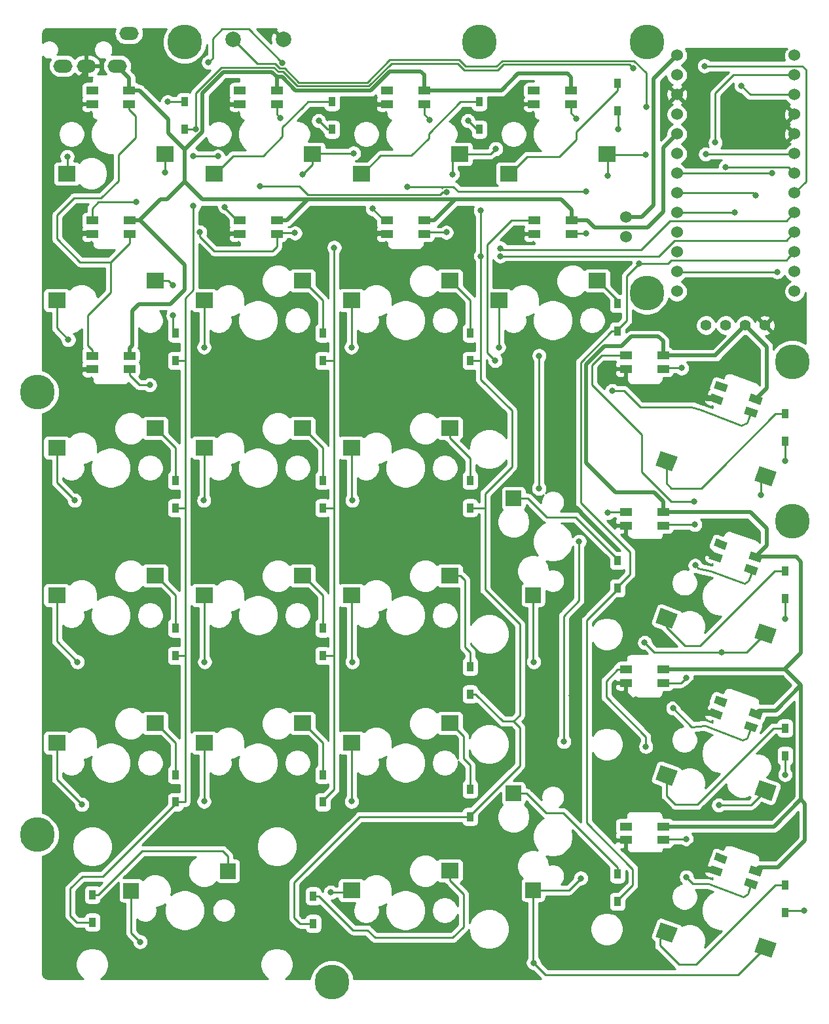
<source format=gbr>
G04 #@! TF.GenerationSoftware,KiCad,Pcbnew,(5.1.5)-3*
G04 #@! TF.CreationDate,2021-03-06T02:31:57+09:00*
G04 #@! TF.ProjectId,Getta25,47657474-6132-4352-9e6b-696361645f70,rev?*
G04 #@! TF.SameCoordinates,Original*
G04 #@! TF.FileFunction,Copper,L2,Bot*
G04 #@! TF.FilePolarity,Positive*
%FSLAX46Y46*%
G04 Gerber Fmt 4.6, Leading zero omitted, Abs format (unit mm)*
G04 Created by KiCad (PCBNEW (5.1.5)-3) date 2021-03-06 02:31:57*
%MOMM*%
%LPD*%
G04 APERTURE LIST*
%ADD10R,0.950000X1.300000*%
%ADD11C,1.524000*%
%ADD12C,4.500000*%
%ADD13C,2.000000*%
%ADD14R,1.600000X1.000000*%
%ADD15C,0.100000*%
%ADD16O,2.500000X1.700000*%
%ADD17C,1.397000*%
%ADD18R,2.300000X2.000000*%
%ADD19R,2.000000X2.000000*%
%ADD20C,0.800000*%
%ADD21C,0.250000*%
%ADD22C,0.500000*%
%ADD23C,0.254000*%
G04 APERTURE END LIST*
D10*
X32868750Y-122737500D03*
X32868750Y-126287500D03*
D11*
X108436400Y-16872000D03*
X108436400Y-19412000D03*
X108436400Y-21952000D03*
X108436400Y-24492000D03*
X108436400Y-27032000D03*
X108436400Y-29572000D03*
X108436400Y-32112000D03*
X108436400Y-34652000D03*
X108436400Y-37192000D03*
X108436400Y-39732000D03*
X108436400Y-42272000D03*
X108436400Y-44812000D03*
X123656400Y-44812000D03*
X123656400Y-42272000D03*
X123656400Y-39732000D03*
X123656400Y-37192000D03*
X123656400Y-34652000D03*
X123656400Y-32112000D03*
X123656400Y-29572000D03*
X123656400Y-27032000D03*
X123656400Y-24492000D03*
X123656400Y-21952000D03*
X123656400Y-19412000D03*
X123656400Y-16872000D03*
X123656400Y-14332000D03*
X108436400Y-14332000D03*
D12*
X123356250Y-53900000D03*
X104550000Y-12593750D03*
X104550000Y-45000000D03*
X123356250Y-74506250D03*
X63825000Y-134037500D03*
X25725000Y-114987500D03*
X82875000Y-12593750D03*
X25725000Y-57837500D03*
X44775000Y-12593750D03*
D13*
X51050000Y-12275000D03*
X57550000Y-12275000D03*
D14*
X32825000Y-20612500D03*
X32825000Y-18862500D03*
X37625000Y-18862500D03*
X37625000Y-20612500D03*
X94750000Y-20612500D03*
X94750000Y-18862500D03*
X89950000Y-18862500D03*
X89950000Y-20612500D03*
X70950000Y-20612500D03*
X70950000Y-18862500D03*
X75750000Y-18862500D03*
X75750000Y-20612500D03*
X56700000Y-20612500D03*
X56700000Y-18862500D03*
X51900000Y-18862500D03*
X51900000Y-20612500D03*
G04 #@! TA.AperFunction,SMDPad,CuDef*
D15*
G36*
X105669942Y-107878080D02*
G01*
X106353983Y-105998695D01*
X108515276Y-106785342D01*
X107831235Y-108664727D01*
X105669942Y-107878080D01*
G37*
G04 #@! TD.AperFunction*
G04 #@! TA.AperFunction,SMDPad,CuDef*
G36*
X118472769Y-109834917D02*
G01*
X119156810Y-107955532D01*
X121318103Y-108742179D01*
X120634062Y-110621564D01*
X118472769Y-109834917D01*
G37*
G04 #@! TD.AperFunction*
D10*
X122425000Y-121525000D03*
X122425000Y-125075000D03*
G04 #@! TA.AperFunction,SMDPad,CuDef*
D15*
G36*
X112578165Y-119849781D02*
G01*
X112920185Y-118910089D01*
X114423693Y-119457321D01*
X114081673Y-120397013D01*
X112578165Y-119849781D01*
G37*
G04 #@! TD.AperFunction*
G04 #@! TA.AperFunction,SMDPad,CuDef*
G36*
X113176700Y-118205319D02*
G01*
X113518720Y-117265627D01*
X115022228Y-117812859D01*
X114680208Y-118752551D01*
X113176700Y-118205319D01*
G37*
G04 #@! TD.AperFunction*
G04 #@! TA.AperFunction,SMDPad,CuDef*
G36*
X117687225Y-119847015D02*
G01*
X118029245Y-118907323D01*
X119532753Y-119454555D01*
X119190733Y-120394247D01*
X117687225Y-119847015D01*
G37*
G04 #@! TD.AperFunction*
G04 #@! TA.AperFunction,SMDPad,CuDef*
G36*
X117088690Y-121491477D02*
G01*
X117430710Y-120551785D01*
X118934218Y-121099017D01*
X118592198Y-122038709D01*
X117088690Y-121491477D01*
G37*
G04 #@! TD.AperFunction*
G04 #@! TA.AperFunction,SMDPad,CuDef*
G36*
X117105791Y-60594492D02*
G01*
X117447811Y-59654800D01*
X118951319Y-60202032D01*
X118609299Y-61141724D01*
X117105791Y-60594492D01*
G37*
G04 #@! TD.AperFunction*
G04 #@! TA.AperFunction,SMDPad,CuDef*
G36*
X117704326Y-58950030D02*
G01*
X118046346Y-58010338D01*
X119549854Y-58557570D01*
X119207834Y-59497262D01*
X117704326Y-58950030D01*
G37*
G04 #@! TD.AperFunction*
G04 #@! TA.AperFunction,SMDPad,CuDef*
G36*
X113193801Y-57308334D02*
G01*
X113535821Y-56368642D01*
X115039329Y-56915874D01*
X114697309Y-57855566D01*
X113193801Y-57308334D01*
G37*
G04 #@! TD.AperFunction*
G04 #@! TA.AperFunction,SMDPad,CuDef*
G36*
X112595266Y-58952796D02*
G01*
X112937286Y-58013104D01*
X114440794Y-58560336D01*
X114098774Y-59500028D01*
X112595266Y-58952796D01*
G37*
G04 #@! TD.AperFunction*
G04 #@! TA.AperFunction,SMDPad,CuDef*
G36*
X112571325Y-79298574D02*
G01*
X112913345Y-78358882D01*
X114416853Y-78906114D01*
X114074833Y-79845806D01*
X112571325Y-79298574D01*
G37*
G04 #@! TD.AperFunction*
G04 #@! TA.AperFunction,SMDPad,CuDef*
G36*
X113169860Y-77654112D02*
G01*
X113511880Y-76714420D01*
X115015388Y-77261652D01*
X114673368Y-78201344D01*
X113169860Y-77654112D01*
G37*
G04 #@! TD.AperFunction*
G04 #@! TA.AperFunction,SMDPad,CuDef*
G36*
X117680385Y-79295808D02*
G01*
X118022405Y-78356116D01*
X119525913Y-78903348D01*
X119183893Y-79843040D01*
X117680385Y-79295808D01*
G37*
G04 #@! TD.AperFunction*
G04 #@! TA.AperFunction,SMDPad,CuDef*
G36*
X117081850Y-80940270D02*
G01*
X117423870Y-80000578D01*
X118927378Y-80547810D01*
X118585358Y-81487502D01*
X117081850Y-80940270D01*
G37*
G04 #@! TD.AperFunction*
G04 #@! TA.AperFunction,SMDPad,CuDef*
G36*
X117078430Y-101239667D02*
G01*
X117420450Y-100299975D01*
X118923958Y-100847207D01*
X118581938Y-101786899D01*
X117078430Y-101239667D01*
G37*
G04 #@! TD.AperFunction*
G04 #@! TA.AperFunction,SMDPad,CuDef*
G36*
X117676965Y-99595205D02*
G01*
X118018985Y-98655513D01*
X119522493Y-99202745D01*
X119180473Y-100142437D01*
X117676965Y-99595205D01*
G37*
G04 #@! TD.AperFunction*
G04 #@! TA.AperFunction,SMDPad,CuDef*
G36*
X113166440Y-97953509D02*
G01*
X113508460Y-97013817D01*
X115011968Y-97561049D01*
X114669948Y-98500741D01*
X113166440Y-97953509D01*
G37*
G04 #@! TD.AperFunction*
G04 #@! TA.AperFunction,SMDPad,CuDef*
G36*
X112567905Y-99597971D02*
G01*
X112909925Y-98658279D01*
X114413433Y-99205511D01*
X114071413Y-100145203D01*
X112567905Y-99597971D01*
G37*
G04 #@! TD.AperFunction*
D11*
X101850000Y-35206000D03*
X101850000Y-37746000D03*
D16*
X37575000Y-11500000D03*
X36075000Y-15700000D03*
X32075000Y-15700000D03*
X29075000Y-15700000D03*
D17*
X112200000Y-49200000D03*
X114740000Y-49200000D03*
X117280000Y-49200000D03*
X119820000Y-49200000D03*
G04 #@! TA.AperFunction,SMDPad,CuDef*
D15*
G36*
X118472769Y-89544917D02*
G01*
X119156810Y-87665532D01*
X121318103Y-88452179D01*
X120634062Y-90331564D01*
X118472769Y-89544917D01*
G37*
G04 #@! TD.AperFunction*
G04 #@! TA.AperFunction,SMDPad,CuDef*
G36*
X105669942Y-87588080D02*
G01*
X106353983Y-85708695D01*
X108515276Y-86495342D01*
X107831235Y-88374727D01*
X105669942Y-87588080D01*
G37*
G04 #@! TD.AperFunction*
D18*
X79050000Y-81530000D03*
X66350000Y-84070000D03*
X47300000Y-84070000D03*
X60000000Y-81530000D03*
X40950000Y-81530000D03*
X28250000Y-84070000D03*
X66350000Y-45970000D03*
X79050000Y-43430000D03*
X47300000Y-103120000D03*
X60000000Y-100580000D03*
X40950000Y-100580000D03*
X28250000Y-103120000D03*
G04 #@! TA.AperFunction,SMDPad,CuDef*
D15*
G36*
X118472769Y-130114917D02*
G01*
X119156810Y-128235532D01*
X121318103Y-129022179D01*
X120634062Y-130901564D01*
X118472769Y-130114917D01*
G37*
G04 #@! TD.AperFunction*
G04 #@! TA.AperFunction,SMDPad,CuDef*
G36*
X105669942Y-128158080D02*
G01*
X106353983Y-126278695D01*
X108515276Y-127065342D01*
X107831235Y-128944727D01*
X105669942Y-128158080D01*
G37*
G04 #@! TD.AperFunction*
D18*
X79050000Y-119630000D03*
X66350000Y-122170000D03*
X47300000Y-65020000D03*
X60000000Y-62480000D03*
X40950000Y-62480000D03*
X28250000Y-65020000D03*
X99400000Y-27080000D03*
X86700000Y-29620000D03*
X67650000Y-29620000D03*
X80350000Y-27080000D03*
X61300000Y-27080000D03*
X48600000Y-29620000D03*
X29550000Y-29620000D03*
X42250000Y-27080000D03*
X85400000Y-45970000D03*
X98100000Y-43430000D03*
X79050000Y-100580000D03*
X66350000Y-103120000D03*
X47300000Y-45970000D03*
X60000000Y-43430000D03*
X40950000Y-43430000D03*
X28250000Y-45970000D03*
G04 #@! TA.AperFunction,SMDPad,CuDef*
D15*
G36*
X105669942Y-67308080D02*
G01*
X106353983Y-65428695D01*
X108515276Y-66215342D01*
X107831235Y-68094727D01*
X105669942Y-67308080D01*
G37*
G04 #@! TD.AperFunction*
G04 #@! TA.AperFunction,SMDPad,CuDef*
G36*
X118472769Y-69264917D02*
G01*
X119156810Y-67385532D01*
X121318103Y-68172179D01*
X120634062Y-70051564D01*
X118472769Y-69264917D01*
G37*
G04 #@! TD.AperFunction*
D18*
X79050000Y-62480000D03*
X66350000Y-65020000D03*
D19*
X89860000Y-84025000D03*
X87320000Y-71525000D03*
X50375000Y-119670000D03*
X37875000Y-122210000D03*
X89860000Y-122125000D03*
X87320000Y-109625000D03*
D10*
X100750000Y-21512500D03*
X100750000Y-17962500D03*
X82875000Y-20343750D03*
X82875000Y-23893750D03*
X63825000Y-23893750D03*
X63825000Y-20343750D03*
X44775000Y-20343750D03*
X44775000Y-23893750D03*
X61425000Y-122900000D03*
X61425000Y-126450000D03*
X100750000Y-120075000D03*
X100750000Y-123625000D03*
X43600000Y-107225000D03*
X43600000Y-110775000D03*
X62650000Y-107225000D03*
X62650000Y-110775000D03*
X81700000Y-109100000D03*
X81700000Y-112650000D03*
X122425000Y-101225000D03*
X122425000Y-104775000D03*
X43600000Y-88325000D03*
X43600000Y-91875000D03*
X62650000Y-88325000D03*
X62650000Y-91875000D03*
X81700000Y-93275000D03*
X81700000Y-96825000D03*
X100750000Y-79575000D03*
X100750000Y-83125000D03*
X122425000Y-80950000D03*
X122425000Y-84500000D03*
X43600000Y-69225000D03*
X43600000Y-72775000D03*
X62650000Y-69225000D03*
X62650000Y-72775000D03*
X81700000Y-69225000D03*
X81700000Y-72775000D03*
X122425000Y-60650000D03*
X122425000Y-64200000D03*
X43600000Y-50225000D03*
X43600000Y-53775000D03*
X62650000Y-50225000D03*
X62650000Y-53775000D03*
X81700000Y-50225000D03*
X81700000Y-53775000D03*
X100750000Y-46400000D03*
X100750000Y-49950000D03*
D14*
X32850000Y-37400000D03*
X32850000Y-35650000D03*
X37650000Y-35650000D03*
X37650000Y-37400000D03*
X51900000Y-37400000D03*
X51900000Y-35650000D03*
X56700000Y-35650000D03*
X56700000Y-37400000D03*
X70950000Y-37400000D03*
X70950000Y-35650000D03*
X75750000Y-35650000D03*
X75750000Y-37400000D03*
X94800000Y-37400000D03*
X94800000Y-35650000D03*
X90000000Y-35650000D03*
X90000000Y-37400000D03*
X106650000Y-54825000D03*
X106650000Y-53075000D03*
X101850000Y-53075000D03*
X101850000Y-54825000D03*
X106650000Y-75075000D03*
X106650000Y-73325000D03*
X101850000Y-73325000D03*
X101850000Y-75075000D03*
X101850000Y-95375000D03*
X101850000Y-93625000D03*
X106650000Y-93625000D03*
X106650000Y-95375000D03*
X101850000Y-115665000D03*
X101850000Y-113915000D03*
X106650000Y-113915000D03*
X106650000Y-115665000D03*
X32850000Y-54875000D03*
X32850000Y-53125000D03*
X37650000Y-53125000D03*
X37650000Y-54875000D03*
D20*
X45925000Y-33775000D03*
X46250000Y-23836459D03*
X102825000Y-16025000D03*
X112000000Y-15700000D03*
X83050000Y-34375000D03*
X81425000Y-22775000D03*
X85600000Y-40250000D03*
X83075000Y-40250000D03*
X103550000Y-41250000D03*
X100825000Y-23900000D03*
X85625000Y-39250000D03*
X64125000Y-39150000D03*
X62125000Y-22775000D03*
X43300000Y-44025000D03*
X43300000Y-47925000D03*
X122125000Y-95125000D03*
X29800000Y-37225000D03*
X48550000Y-37350000D03*
X87900000Y-37450000D03*
X67350000Y-37225000D03*
X27800000Y-54800000D03*
X98750000Y-55500000D03*
X94350000Y-55500000D03*
X94350000Y-70400000D03*
X102441022Y-77065185D03*
X94950000Y-89300000D03*
X94850000Y-97000000D03*
X103150000Y-97550000D03*
X48375000Y-20700000D03*
X66775000Y-20725000D03*
X85900000Y-20650000D03*
X123665000Y-115350000D03*
X40275000Y-56900000D03*
X113400000Y-25600000D03*
X116750000Y-18250000D03*
X57399951Y-15274990D03*
X47875000Y-15250000D03*
X38525000Y-33300000D03*
X46750000Y-37175000D03*
X57200000Y-22425000D03*
X59050000Y-37275000D03*
X39025000Y-128825000D03*
X63675000Y-122425000D03*
X89900000Y-131525000D03*
X96000000Y-120600000D03*
X93800000Y-102950000D03*
X95800000Y-77100000D03*
X90600000Y-70250000D03*
X90625000Y-53125000D03*
X31500000Y-111075000D03*
X66375000Y-110675001D03*
X47300000Y-110675001D03*
X120750000Y-29550000D03*
X113850000Y-111175000D03*
X30925000Y-92675000D03*
X47375000Y-92675000D03*
X66475000Y-92675000D03*
X89925000Y-92675000D03*
X104275000Y-90175000D03*
X118600000Y-32400000D03*
X114225000Y-91425000D03*
X30550000Y-71800000D03*
X66450000Y-71800000D03*
X47275000Y-71800000D03*
X119275000Y-71100000D03*
X115950000Y-34600000D03*
X29750000Y-51050000D03*
X47300000Y-52025000D03*
X66350000Y-52025000D03*
X85400000Y-52025000D03*
X85025000Y-26400000D03*
X99500000Y-29875000D03*
X79425000Y-29675000D03*
X66625000Y-26975000D03*
X60050000Y-29700000D03*
X49075000Y-27375000D03*
X45900000Y-27350000D03*
X42250000Y-29450000D03*
X104425000Y-27175000D03*
X104475000Y-21000000D03*
X114750000Y-28750000D03*
X112150000Y-27100000D03*
X124850000Y-124775000D03*
X122425000Y-107225000D03*
X122475000Y-66675000D03*
X122425000Y-87125000D03*
X121400000Y-42300000D03*
X42600000Y-20350000D03*
X29600000Y-27400000D03*
X109050000Y-54725000D03*
X100075000Y-57650000D03*
X84950000Y-53750000D03*
X99500000Y-73400000D03*
X109650000Y-94700000D03*
X107937347Y-98637347D03*
X110675000Y-71925000D03*
X110750000Y-74925000D03*
X110800000Y-80200000D03*
X104425000Y-103600000D03*
X109650000Y-115525000D03*
X109675000Y-120450000D03*
X50000000Y-33900000D03*
X78625000Y-37200000D03*
X78700000Y-32025000D03*
X76450000Y-22650000D03*
X54500000Y-31249991D03*
X69075000Y-34150000D03*
X96700000Y-31950000D03*
X96725000Y-37325000D03*
X95450000Y-22475000D03*
X73625000Y-31325000D03*
D21*
X33593750Y-122737500D02*
X39281250Y-117050000D01*
X32868750Y-122737500D02*
X33593750Y-122737500D01*
X39281250Y-117050000D02*
X49675000Y-117050000D01*
X50375000Y-117750000D02*
X50375000Y-119670000D01*
X49675000Y-117050000D02*
X50375000Y-117750000D01*
X44850000Y-107725000D02*
X44850000Y-94025000D01*
X44375000Y-110775000D02*
X43600000Y-110775000D01*
X44850000Y-55925000D02*
X44850000Y-55100000D01*
X44325000Y-53775000D02*
X44850000Y-53775000D01*
X43600000Y-53775000D02*
X44325000Y-53775000D01*
X44850000Y-55100000D02*
X44850000Y-53775000D01*
X44825000Y-72775000D02*
X44850000Y-72800000D01*
X43600000Y-72775000D02*
X44825000Y-72775000D01*
X44850000Y-74925000D02*
X44850000Y-72800000D01*
X44850000Y-72800000D02*
X44850000Y-55925000D01*
X44325000Y-91875000D02*
X44850000Y-91875000D01*
X43600000Y-91875000D02*
X44325000Y-91875000D01*
X44850000Y-94025000D02*
X44850000Y-91875000D01*
X44850000Y-91875000D02*
X44850000Y-74925000D01*
X44825000Y-110775000D02*
X44850000Y-110750000D01*
X43600000Y-110775000D02*
X44825000Y-110775000D01*
X44850000Y-110750000D02*
X44850000Y-107725000D01*
X44850000Y-45684998D02*
X45900000Y-44634998D01*
X44850000Y-53775000D02*
X44850000Y-45684998D01*
X45900000Y-44634998D02*
X45900000Y-33800000D01*
X45900000Y-33800000D02*
X45925000Y-33775000D01*
X44832291Y-23836459D02*
X44775000Y-23893750D01*
X46250000Y-23836459D02*
X44832291Y-23836459D01*
X112000000Y-15700000D02*
X124675000Y-15700000D01*
X43600000Y-110950000D02*
X34175000Y-120375000D01*
X43600000Y-110775000D02*
X43600000Y-110950000D01*
X34175000Y-120375000D02*
X31550000Y-120375000D01*
X31550000Y-120375000D02*
X30000000Y-121925000D01*
X30000000Y-121925000D02*
X30000000Y-125425000D01*
X30862500Y-126287500D02*
X32868750Y-126287500D01*
X30000000Y-125425000D02*
X30862500Y-126287500D01*
X49550000Y-15875000D02*
X46250000Y-19175000D01*
X56288186Y-15875000D02*
X49550000Y-15875000D01*
X56863186Y-16450000D02*
X56288186Y-15875000D01*
X57538186Y-16450000D02*
X56863186Y-16450000D01*
X46250000Y-19175000D02*
X46250000Y-19225000D01*
X59375676Y-18287490D02*
X57538186Y-16450000D01*
X68599324Y-18287490D02*
X59375676Y-18287490D01*
X71511814Y-15375000D02*
X68599324Y-18287490D01*
X102825000Y-16025000D02*
X102275000Y-15475000D01*
X86050000Y-15475000D02*
X85275000Y-16250000D01*
X102275000Y-15475000D02*
X86050000Y-15475000D01*
X85275000Y-16250000D02*
X80975000Y-16250000D01*
X80975000Y-16250000D02*
X80100000Y-15375000D01*
X46250000Y-19225000D02*
X46250000Y-23836459D01*
X80100000Y-15375000D02*
X71511814Y-15375000D01*
X125150000Y-30618400D02*
X125150000Y-16175000D01*
X123656400Y-32112000D02*
X125150000Y-30618400D01*
X124675000Y-15700000D02*
X125150000Y-16175000D01*
X79050000Y-120880000D02*
X80850000Y-122680000D01*
X79050000Y-119630000D02*
X79050000Y-120880000D01*
X80850000Y-122680000D02*
X80850000Y-126900000D01*
X80850000Y-126900000D02*
X79450000Y-128300000D01*
X79450000Y-128300000D02*
X69400000Y-128300000D01*
X69400000Y-128300000D02*
X68400000Y-127300000D01*
X66550000Y-127300000D02*
X67875000Y-127300000D01*
X62150000Y-122900000D02*
X66550000Y-127300000D01*
X61425000Y-122900000D02*
X62150000Y-122900000D01*
X68400000Y-127300000D02*
X67875000Y-127300000D01*
X81700000Y-112475000D02*
X81700000Y-112650000D01*
X88125000Y-106050000D02*
X81700000Y-112475000D01*
X83625000Y-83325000D02*
X83625000Y-74875000D01*
X88125000Y-87825000D02*
X83625000Y-83325000D01*
X88125000Y-99550000D02*
X87325000Y-100350000D01*
X88125000Y-99500000D02*
X88125000Y-99550000D01*
X88125000Y-99500000D02*
X88125000Y-87825000D01*
X87325000Y-100350000D02*
X88125000Y-101150000D01*
X88125000Y-101150000D02*
X88125000Y-106050000D01*
X83625000Y-70925000D02*
X87100000Y-67450000D01*
X83600000Y-72775000D02*
X83625000Y-72800000D01*
X81700000Y-72775000D02*
X83600000Y-72775000D01*
X83625000Y-74875000D02*
X83625000Y-72800000D01*
X83625000Y-72800000D02*
X83625000Y-70925000D01*
X85950000Y-100350000D02*
X87325000Y-100350000D01*
X82425000Y-96825000D02*
X85950000Y-100350000D01*
X81700000Y-96825000D02*
X82425000Y-96825000D01*
X87100000Y-67450000D02*
X87100000Y-60225000D01*
X83075000Y-34400000D02*
X83050000Y-34375000D01*
X82875000Y-23893750D02*
X82543750Y-23893750D01*
X82543750Y-23893750D02*
X81425000Y-22775000D01*
X83075000Y-56200000D02*
X87100000Y-60225000D01*
X83075000Y-53125000D02*
X83075000Y-53750000D01*
X83075000Y-53750000D02*
X83075000Y-56200000D01*
X83050000Y-53775000D02*
X81700000Y-53775000D01*
X83075000Y-53750000D02*
X83050000Y-53775000D01*
X122569399Y-38279001D02*
X108095999Y-38279001D01*
X123656400Y-37192000D02*
X122569399Y-38279001D01*
X108095999Y-38279001D02*
X106125000Y-40250000D01*
X106125000Y-40250000D02*
X85600000Y-40250000D01*
X83075000Y-53125000D02*
X83075000Y-40250000D01*
X83075000Y-40250000D02*
X83075000Y-34400000D01*
X81700000Y-112650000D02*
X67425000Y-112650000D01*
X67425000Y-112650000D02*
X58950000Y-121125000D01*
X58950000Y-121125000D02*
X58950000Y-125725000D01*
X59675000Y-126450000D02*
X61425000Y-126450000D01*
X58950000Y-125725000D02*
X59675000Y-126450000D01*
X100750000Y-123450000D02*
X100750000Y-123625000D01*
X100750000Y-83125000D02*
X100750000Y-83300000D01*
X100750000Y-83300000D02*
X96750000Y-87300000D01*
X96750000Y-113450000D02*
X102750000Y-119450000D01*
X102750000Y-119450000D02*
X102750000Y-121450000D01*
X96750000Y-87300000D02*
X96750000Y-113450000D01*
X102750000Y-121450000D02*
X100750000Y-123450000D01*
X100025000Y-49950000D02*
X96000000Y-53975000D01*
X100750000Y-49950000D02*
X100025000Y-49950000D01*
X96000000Y-53975000D02*
X96000000Y-72100000D01*
X96000000Y-72100000D02*
X102375000Y-78475000D01*
X102375000Y-78475000D02*
X102375000Y-81325000D01*
X100750000Y-82950000D02*
X100750000Y-83125000D01*
X102375000Y-81325000D02*
X100750000Y-82950000D01*
X101975000Y-42825000D02*
X103550000Y-41250000D01*
X101975000Y-48550000D02*
X101975000Y-42825000D01*
X100750000Y-49775000D02*
X101975000Y-48550000D01*
X100750000Y-49950000D02*
X100750000Y-49775000D01*
X100825000Y-21587500D02*
X100750000Y-21512500D01*
X100825000Y-23900000D02*
X100825000Y-21587500D01*
X122894401Y-40493999D02*
X123656400Y-39732000D01*
X122569399Y-40819001D02*
X122894401Y-40493999D01*
X107717409Y-40819001D02*
X122569399Y-40819001D01*
X107286410Y-41250000D02*
X107717409Y-40819001D01*
X103550000Y-41250000D02*
X107286410Y-41250000D01*
X100750000Y-119175000D02*
X93750000Y-112175000D01*
X100750000Y-120075000D02*
X100750000Y-119175000D01*
X93750000Y-112175000D02*
X91525000Y-112175000D01*
X88975000Y-109625000D02*
X87320000Y-109625000D01*
X91525000Y-112175000D02*
X88975000Y-109625000D01*
X106241694Y-128462626D02*
X106241694Y-129291694D01*
X107092609Y-127611711D02*
X106241694Y-128462626D01*
X106241694Y-129291694D02*
X108700000Y-131750000D01*
X121700000Y-121525000D02*
X122425000Y-121525000D01*
X121125412Y-121525000D02*
X121700000Y-121525000D01*
X110900412Y-131750000D02*
X121125412Y-121525000D01*
X108700000Y-131750000D02*
X110900412Y-131750000D01*
X41100000Y-100580000D02*
X40950000Y-100580000D01*
X43600000Y-103080000D02*
X41100000Y-100580000D01*
X43600000Y-107225000D02*
X43600000Y-103080000D01*
X62650000Y-110600000D02*
X64125000Y-109125000D01*
X62650000Y-110775000D02*
X62650000Y-110600000D01*
X64125000Y-109125000D02*
X64125000Y-94250000D01*
X64125000Y-57025000D02*
X64125000Y-56375000D01*
X64100000Y-72775000D02*
X64125000Y-72800000D01*
X62650000Y-72775000D02*
X64100000Y-72775000D01*
X64125000Y-76025000D02*
X64125000Y-72800000D01*
X64125000Y-72800000D02*
X64125000Y-57025000D01*
X63375000Y-91875000D02*
X64125000Y-91875000D01*
X62650000Y-91875000D02*
X63375000Y-91875000D01*
X64125000Y-94250000D02*
X64125000Y-91875000D01*
X64125000Y-91875000D02*
X64125000Y-76025000D01*
X63375000Y-53775000D02*
X64125000Y-53775000D01*
X62650000Y-53775000D02*
X63375000Y-53775000D01*
X64125000Y-56375000D02*
X64125000Y-53775000D01*
X122569399Y-35739001D02*
X107510999Y-35739001D01*
X123656400Y-34652000D02*
X122569399Y-35739001D01*
X107510999Y-35739001D02*
X103800000Y-39450000D01*
X103800000Y-39450000D02*
X85825000Y-39450000D01*
X85825000Y-39450000D02*
X85625000Y-39250000D01*
X64125000Y-39150000D02*
X64125000Y-53775000D01*
X63243750Y-23893750D02*
X62125000Y-22775000D01*
X63825000Y-23893750D02*
X63243750Y-23893750D01*
X60150000Y-100580000D02*
X60000000Y-100580000D01*
X62650000Y-103080000D02*
X60150000Y-100580000D01*
X62650000Y-107225000D02*
X62650000Y-103080000D01*
X79200000Y-100580000D02*
X79050000Y-100580000D01*
X80850000Y-102230000D02*
X79200000Y-100580000D01*
X80850000Y-105175000D02*
X80850000Y-102230000D01*
X81700000Y-106025000D02*
X80850000Y-105175000D01*
X81700000Y-109100000D02*
X81700000Y-106025000D01*
X107092609Y-109942609D02*
X107092609Y-107331711D01*
X108250000Y-111100000D02*
X107092609Y-109942609D01*
X111050000Y-111100000D02*
X108250000Y-111100000D01*
X120925000Y-101225000D02*
X111050000Y-111100000D01*
X122425000Y-101225000D02*
X120925000Y-101225000D01*
X41100000Y-81530000D02*
X40950000Y-81530000D01*
X43600000Y-84030000D02*
X41100000Y-81530000D01*
X43600000Y-88325000D02*
X43600000Y-84030000D01*
X60150000Y-81530000D02*
X60000000Y-81530000D01*
X62650000Y-84030000D02*
X60150000Y-81530000D01*
X62650000Y-88325000D02*
X62650000Y-84030000D01*
X80450000Y-81530000D02*
X79050000Y-81530000D01*
X81045000Y-82125000D02*
X80450000Y-81530000D01*
X81045000Y-90770000D02*
X81045000Y-82125000D01*
X81700000Y-91425000D02*
X81045000Y-90770000D01*
X81700000Y-93275000D02*
X81700000Y-91425000D01*
X100750000Y-79400000D02*
X95325000Y-73975000D01*
X100750000Y-79575000D02*
X100750000Y-79400000D01*
X95325000Y-73975000D02*
X91600000Y-73975000D01*
X89150000Y-71525000D02*
X87320000Y-71525000D01*
X91600000Y-73975000D02*
X89150000Y-71525000D01*
X107092609Y-88205888D02*
X107092609Y-87041711D01*
X109486721Y-90600000D02*
X107092609Y-88205888D01*
X111425000Y-90600000D02*
X109486721Y-90600000D01*
X122425000Y-80950000D02*
X121075000Y-80950000D01*
X121075000Y-80950000D02*
X111425000Y-90600000D01*
X41100000Y-62480000D02*
X40950000Y-62480000D01*
X43600000Y-64980000D02*
X41100000Y-62480000D01*
X43600000Y-69225000D02*
X43600000Y-64980000D01*
X60150000Y-62480000D02*
X60000000Y-62480000D01*
X62650000Y-64980000D02*
X60150000Y-62480000D01*
X62650000Y-69225000D02*
X62650000Y-64980000D01*
X81700000Y-68325000D02*
X81700000Y-69225000D01*
X81700000Y-66380000D02*
X81700000Y-68325000D01*
X79050000Y-63730000D02*
X81700000Y-66380000D01*
X79050000Y-62480000D02*
X79050000Y-63730000D01*
X121150412Y-60650000D02*
X113850000Y-67950412D01*
X122425000Y-60650000D02*
X121150412Y-60650000D01*
X107092609Y-69592609D02*
X107092609Y-66761711D01*
X107725000Y-70225000D02*
X107092609Y-69592609D01*
X113849588Y-67950412D02*
X111575000Y-70225000D01*
X113850000Y-67950412D02*
X113849588Y-67950412D01*
X111575000Y-70225000D02*
X107725000Y-70225000D01*
X40950000Y-43430000D02*
X42705000Y-43430000D01*
X42705000Y-43430000D02*
X43300000Y-44025000D01*
X43300000Y-49925000D02*
X43600000Y-50225000D01*
X43300000Y-47925000D02*
X43300000Y-49925000D01*
X60150000Y-43430000D02*
X60000000Y-43430000D01*
X62650000Y-45930000D02*
X60150000Y-43430000D01*
X62650000Y-50225000D02*
X62650000Y-45930000D01*
X79200000Y-43430000D02*
X79050000Y-43430000D01*
X81700000Y-45930000D02*
X79200000Y-43430000D01*
X81700000Y-50225000D02*
X81700000Y-45930000D01*
X100750000Y-45930000D02*
X100750000Y-46400000D01*
X98250000Y-43430000D02*
X100750000Y-45930000D01*
X98100000Y-43430000D02*
X98250000Y-43430000D01*
D22*
X101850000Y-117057120D02*
X102312890Y-117520010D01*
X101850000Y-115665000D02*
X101850000Y-117057120D01*
X102642880Y-97550000D02*
X101850000Y-96757120D01*
X101850000Y-96757120D02*
X101850000Y-95375000D01*
X101850000Y-56500000D02*
X101850000Y-54825000D01*
X102325000Y-56975000D02*
X101850000Y-56500000D01*
X32675000Y-37225000D02*
X32850000Y-37400000D01*
X29800000Y-37225000D02*
X32675000Y-37225000D01*
X51850000Y-37350000D02*
X51900000Y-37400000D01*
X48550000Y-37350000D02*
X51850000Y-37350000D01*
X89950000Y-37450000D02*
X90000000Y-37400000D01*
X87900000Y-37450000D02*
X89950000Y-37450000D01*
X70775000Y-37225000D02*
X70950000Y-37400000D01*
X67350000Y-37225000D02*
X70775000Y-37225000D01*
X27875000Y-54875000D02*
X27800000Y-54800000D01*
X32850000Y-54875000D02*
X27875000Y-54875000D01*
X102475000Y-57125000D02*
X101850000Y-56500000D01*
X110700000Y-95125000D02*
X108275000Y-97550000D01*
X122125000Y-95125000D02*
X110700000Y-95125000D01*
X108275000Y-97550000D02*
X108275000Y-97650000D01*
X110026741Y-99401741D02*
X113490669Y-99401741D01*
X108275000Y-97650000D02*
X110026741Y-99401741D01*
X101850000Y-76075000D02*
X101850000Y-75075000D01*
X101850000Y-76457120D02*
X101850000Y-76075000D01*
X110775000Y-77050000D02*
X102442880Y-77050000D01*
X111166745Y-76775000D02*
X111050000Y-76775000D01*
X113494089Y-79102344D02*
X111166745Y-76775000D01*
X111050000Y-76775000D02*
X110775000Y-77050000D01*
X110725000Y-57125000D02*
X102475000Y-57125000D01*
X110725000Y-57125000D02*
X110725000Y-57200000D01*
X112281566Y-58756566D02*
X113518030Y-58756566D01*
X110725000Y-57200000D02*
X112281566Y-58756566D01*
X110505010Y-116215000D02*
X109200000Y-117520010D01*
X122800000Y-116215000D02*
X110505010Y-116215000D01*
X102312890Y-117520010D02*
X109200000Y-117520010D01*
X111278551Y-119653551D02*
X113500929Y-119653551D01*
X109200000Y-117520010D02*
X109200000Y-117575000D01*
X109200000Y-117575000D02*
X111278551Y-119653551D01*
X101850000Y-54825000D02*
X99425000Y-54825000D01*
X99425000Y-54825000D02*
X98750000Y-55500000D01*
X94350000Y-55500000D02*
X94350000Y-70400000D01*
X102442880Y-77050000D02*
X102441022Y-77065185D01*
X102441022Y-77065185D02*
X101850000Y-76457120D01*
X94950000Y-89300000D02*
X94950000Y-96900000D01*
X94950000Y-96900000D02*
X94850000Y-97000000D01*
X108275000Y-97550000D02*
X103150000Y-97550000D01*
X103150000Y-97550000D02*
X102642880Y-97550000D01*
X31525000Y-20612500D02*
X32825000Y-20612500D01*
X30100000Y-19187500D02*
X31525000Y-20612500D01*
X30100000Y-18400000D02*
X30100000Y-19187500D01*
X32075000Y-15700000D02*
X32075000Y-16425000D01*
X32075000Y-16425000D02*
X30100000Y-18400000D01*
X51812500Y-20700000D02*
X51900000Y-20612500D01*
X48375000Y-20700000D02*
X51812500Y-20700000D01*
X70837500Y-20725000D02*
X70950000Y-20612500D01*
X66775000Y-20725000D02*
X70837500Y-20725000D01*
X89912500Y-20650000D02*
X89950000Y-20612500D01*
X85900000Y-20650000D02*
X89912500Y-20650000D01*
X123665000Y-115350000D02*
X122800000Y-116215000D01*
D21*
X37650000Y-55625000D02*
X37650000Y-54875000D01*
X38925000Y-56900000D02*
X37650000Y-55625000D01*
X40275000Y-56900000D02*
X38925000Y-56900000D01*
X113400000Y-25600000D02*
X113400000Y-19250000D01*
X115778000Y-16872000D02*
X123656400Y-16872000D01*
X113400000Y-19250000D02*
X115778000Y-16872000D01*
D22*
X94800000Y-34277880D02*
X93472120Y-32950000D01*
X94800000Y-35650000D02*
X94800000Y-34277880D01*
X77050000Y-35650000D02*
X75750000Y-35650000D01*
X79750000Y-32950000D02*
X77050000Y-35650000D01*
X93472120Y-32950000D02*
X79750000Y-32950000D01*
X58000000Y-35650000D02*
X56700000Y-35650000D01*
X60700000Y-32950000D02*
X58000000Y-35650000D01*
X38950000Y-35650000D02*
X37650000Y-35650000D01*
X41650000Y-32950000D02*
X38950000Y-35650000D01*
X38950000Y-35650000D02*
X39050000Y-35650000D01*
X39050000Y-35650000D02*
X44775000Y-41375000D01*
X44775000Y-44575000D02*
X42900000Y-46450000D01*
X44775000Y-41375000D02*
X44775000Y-44575000D01*
X42900000Y-46450000D02*
X38850000Y-46450000D01*
X37650000Y-52125000D02*
X37650000Y-53125000D01*
X38000000Y-51775000D02*
X37650000Y-52125000D01*
X38000000Y-47300000D02*
X38000000Y-51775000D01*
X38850000Y-46450000D02*
X38000000Y-47300000D01*
X120985000Y-113915000D02*
X106650000Y-113915000D01*
X124475000Y-110425000D02*
X120985000Y-113915000D01*
X122325000Y-93625000D02*
X124475000Y-91475000D01*
X106650000Y-93625000D02*
X122325000Y-93625000D01*
X122425000Y-93625000D02*
X124475000Y-95675000D01*
X122325000Y-93625000D02*
X122425000Y-93625000D01*
X124475000Y-95675000D02*
X124475000Y-110425000D01*
X121211837Y-98938163D02*
X124475000Y-95675000D01*
X119060541Y-98938163D02*
X121211837Y-98938163D01*
X118599729Y-99398975D02*
X119060541Y-98938163D01*
X113450000Y-53030000D02*
X117280000Y-49200000D01*
X113450000Y-53075000D02*
X113450000Y-53030000D01*
X113450000Y-53075000D02*
X106650000Y-53075000D01*
X120050000Y-51970000D02*
X117280000Y-49200000D01*
X118627090Y-58753800D02*
X120050000Y-57330890D01*
X120050000Y-57330890D02*
X120050000Y-51970000D01*
X124475000Y-91475000D02*
X124475000Y-79725000D01*
X123849578Y-79099578D02*
X118603149Y-79099578D01*
X124475000Y-79725000D02*
X123849578Y-79099578D01*
X118603149Y-79099578D02*
X120050000Y-77652727D01*
X120050000Y-77652727D02*
X120050000Y-75450000D01*
X117925000Y-73325000D02*
X106650000Y-73325000D01*
X120050000Y-75450000D02*
X117925000Y-73325000D01*
X106650000Y-72325000D02*
X106650000Y-73325000D01*
X106650000Y-71952880D02*
X106650000Y-72325000D01*
X105497120Y-70800000D02*
X106650000Y-71952880D01*
X100550000Y-70800000D02*
X105497120Y-70800000D01*
X96711814Y-54250000D02*
X96711814Y-66961814D01*
X106650000Y-51250000D02*
X106050000Y-50650000D01*
X96711814Y-66961814D02*
X100550000Y-70800000D01*
X106050000Y-50650000D02*
X102550000Y-50650000D01*
X102550000Y-50650000D02*
X101300000Y-51900000D01*
X101300000Y-51900000D02*
X99061814Y-51900000D01*
X106650000Y-53075000D02*
X106650000Y-51250000D01*
X99061814Y-51900000D02*
X96711814Y-54250000D01*
X37625000Y-17250000D02*
X36075000Y-15700000D01*
X37625000Y-18862500D02*
X37625000Y-17250000D01*
X37625000Y-18862500D02*
X38925000Y-18862500D01*
X47100000Y-32950000D02*
X44800000Y-30650000D01*
X60700000Y-32950000D02*
X47100000Y-32950000D01*
X44800000Y-30650000D02*
X44800000Y-26500000D01*
X44800000Y-26500000D02*
X42650000Y-24350000D01*
X42650000Y-22587500D02*
X38925000Y-18862500D01*
X42650000Y-24350000D02*
X42650000Y-22587500D01*
X44800000Y-30650000D02*
X42500000Y-32950000D01*
X42500000Y-32950000D02*
X41650000Y-32950000D01*
X79750000Y-32950000D02*
X60700000Y-32950000D01*
X47100000Y-24200000D02*
X44800000Y-26500000D01*
X47100000Y-19200000D02*
X47100000Y-24200000D01*
X49800000Y-16500000D02*
X47100000Y-19200000D01*
X56100000Y-16500000D02*
X49800000Y-16500000D01*
X56700000Y-18862500D02*
X56700000Y-17100000D01*
X56700000Y-17100000D02*
X56100000Y-16500000D01*
X75750000Y-18862500D02*
X75750000Y-16850000D01*
X75300000Y-16400000D02*
X75750000Y-16850000D01*
X85737500Y-18862500D02*
X75750000Y-18862500D01*
X87900000Y-16700000D02*
X85737500Y-18862500D01*
X94300000Y-16700000D02*
X87900000Y-16700000D01*
X94750000Y-18862500D02*
X94750000Y-17150000D01*
X94750000Y-17150000D02*
X94300000Y-16700000D01*
X106650000Y-26278400D02*
X108436400Y-24492000D01*
X106650000Y-34575000D02*
X106650000Y-26278400D01*
X104691001Y-36533999D02*
X106650000Y-34575000D01*
X97758999Y-36533999D02*
X104691001Y-36533999D01*
X96875000Y-35650000D02*
X97758999Y-36533999D01*
X94800000Y-35650000D02*
X96875000Y-35650000D01*
X71300000Y-16400000D02*
X70849990Y-16850010D01*
X71300000Y-16400000D02*
X75300000Y-16400000D01*
X57375000Y-17100000D02*
X56700000Y-17100000D01*
X59137500Y-18862500D02*
X57375000Y-17100000D01*
X68837500Y-18862500D02*
X59137500Y-18862500D01*
X71300000Y-16400000D02*
X68837500Y-18862500D01*
X119070801Y-119189973D02*
X118609989Y-119650785D01*
X121510027Y-119189973D02*
X119070801Y-119189973D01*
X125000000Y-115700000D02*
X121510027Y-119189973D01*
X125000000Y-110950000D02*
X125000000Y-115700000D01*
X124475000Y-110425000D02*
X125000000Y-110950000D01*
D21*
X123656400Y-19412000D02*
X117912000Y-19412000D01*
X117912000Y-19412000D02*
X116750000Y-18250000D01*
X53074960Y-10949999D02*
X49625001Y-10949999D01*
X57399951Y-15274990D02*
X53074960Y-10949999D01*
X49625001Y-10949999D02*
X48400000Y-12175000D01*
X48400000Y-12175000D02*
X48400000Y-14725000D01*
X48400000Y-14725000D02*
X47875000Y-15250000D01*
X32850000Y-35650000D02*
X32850000Y-34075000D01*
X32850000Y-34075000D02*
X33625000Y-33300000D01*
X33625000Y-33300000D02*
X38525000Y-33300000D01*
X46750000Y-37740685D02*
X48634315Y-39625000D01*
X46750000Y-37175000D02*
X46750000Y-37740685D01*
X56700000Y-39050000D02*
X56125000Y-39625000D01*
X56700000Y-37400000D02*
X56700000Y-39050000D01*
X48634315Y-39625000D02*
X56125000Y-39625000D01*
X56700000Y-20612500D02*
X56700000Y-21925000D01*
X56700000Y-21925000D02*
X57200000Y-22425000D01*
X56825000Y-37275000D02*
X56700000Y-37400000D01*
X59050000Y-37275000D02*
X56825000Y-37275000D01*
X37875000Y-122210000D02*
X37875000Y-127675000D01*
X37875000Y-127675000D02*
X39025000Y-128825000D01*
X66095000Y-122425000D02*
X66350000Y-122170000D01*
X63675000Y-122425000D02*
X66095000Y-122425000D01*
X89860000Y-131485000D02*
X89900000Y-131525000D01*
X89860000Y-122125000D02*
X89860000Y-131485000D01*
X119895436Y-129568548D02*
X119895436Y-130379564D01*
X90299999Y-131924999D02*
X89900000Y-131525000D01*
X91475000Y-133100000D02*
X90299999Y-131924999D01*
X116363984Y-133100000D02*
X91475000Y-133100000D01*
X119895436Y-129568548D02*
X116363984Y-133100000D01*
X89860000Y-122125000D02*
X94475000Y-122125000D01*
X94475000Y-122125000D02*
X96000000Y-120600000D01*
X93800000Y-102950000D02*
X93800000Y-86750000D01*
X93800000Y-86750000D02*
X95800000Y-84750000D01*
X95800000Y-84750000D02*
X95800000Y-77100000D01*
X90625000Y-70225000D02*
X90600000Y-70250000D01*
X90625000Y-53125000D02*
X90625000Y-70225000D01*
X28250000Y-103120000D02*
X28250000Y-107825000D01*
X28250000Y-107825000D02*
X31500000Y-111075000D01*
X66350000Y-110650001D02*
X66375000Y-110675001D01*
X66350000Y-103120000D02*
X66350000Y-110650001D01*
X47300000Y-103120000D02*
X47300000Y-110675001D01*
X108458400Y-29550000D02*
X108436400Y-29572000D01*
X120750000Y-29550000D02*
X108458400Y-29550000D01*
X113875000Y-111150000D02*
X113850000Y-111175000D01*
X119895436Y-109288548D02*
X118033984Y-111150000D01*
X118033984Y-111150000D02*
X113875000Y-111150000D01*
X28250000Y-84070000D02*
X28250000Y-90000000D01*
X28250000Y-90000000D02*
X30925000Y-92675000D01*
X47300000Y-92600000D02*
X47375000Y-92675000D01*
X47300000Y-84070000D02*
X47300000Y-92600000D01*
X66350000Y-92550000D02*
X66475000Y-92675000D01*
X66350000Y-84070000D02*
X66350000Y-92550000D01*
X89860000Y-92610000D02*
X89925000Y-92675000D01*
X89860000Y-84025000D02*
X89860000Y-92610000D01*
X104275000Y-90175000D02*
X105525000Y-91425000D01*
X117468984Y-91425000D02*
X119895436Y-88998548D01*
X118312000Y-32112000D02*
X118600000Y-32400000D01*
X108436400Y-32112000D02*
X118312000Y-32112000D01*
X114225000Y-91425000D02*
X117468984Y-91425000D01*
X105525000Y-91425000D02*
X114225000Y-91425000D01*
X28250000Y-65020000D02*
X28250000Y-69500000D01*
X28250000Y-69500000D02*
X30550000Y-71800000D01*
X66350000Y-71700000D02*
X66450000Y-71800000D01*
X66350000Y-65020000D02*
X66350000Y-71700000D01*
X47300000Y-71775000D02*
X47275000Y-71800000D01*
X47300000Y-65020000D02*
X47300000Y-71775000D01*
X119275000Y-69338984D02*
X119895436Y-68718548D01*
X119275000Y-71100000D02*
X119275000Y-69338984D01*
X108488400Y-34600000D02*
X108436400Y-34652000D01*
X115950000Y-34600000D02*
X108488400Y-34600000D01*
X28250000Y-45970000D02*
X28250000Y-49550000D01*
X28250000Y-49550000D02*
X29750000Y-51050000D01*
X47300000Y-49050000D02*
X47300000Y-52025000D01*
X47300000Y-45970000D02*
X47300000Y-49050000D01*
X66350000Y-49325000D02*
X66350000Y-52025000D01*
X66350000Y-45970000D02*
X66350000Y-49325000D01*
X85400000Y-49725000D02*
X85400000Y-52025000D01*
X85400000Y-45970000D02*
X85400000Y-49725000D01*
X80350000Y-27080000D02*
X84345000Y-27080000D01*
X84345000Y-27080000D02*
X85025000Y-26400000D01*
X99500000Y-27180000D02*
X99400000Y-27080000D01*
X99500000Y-29875000D02*
X99500000Y-27180000D01*
X79425000Y-27855000D02*
X79425000Y-29675000D01*
X80350000Y-27080000D02*
X80200000Y-27080000D01*
X80200000Y-27080000D02*
X79425000Y-27855000D01*
X61405000Y-26975000D02*
X61300000Y-27080000D01*
X66625000Y-26975000D02*
X61405000Y-26975000D01*
X61300000Y-27080000D02*
X61300000Y-28450000D01*
X61300000Y-28450000D02*
X60050000Y-29700000D01*
X49075000Y-27375000D02*
X45925000Y-27375000D01*
X45925000Y-27375000D02*
X45900000Y-27350000D01*
X42250000Y-29450000D02*
X42250000Y-27080000D01*
X99495000Y-27175000D02*
X99400000Y-27080000D01*
X104425000Y-27175000D02*
X99495000Y-27175000D01*
X54200000Y-15425000D02*
X51050000Y-12275000D01*
X68412520Y-17837480D02*
X59562076Y-17837480D01*
X71325000Y-14925000D02*
X68412520Y-17837480D01*
X59562076Y-17837480D02*
X57724586Y-15999990D01*
X80286410Y-14925000D02*
X71325000Y-14925000D01*
X56474596Y-15425000D02*
X54200000Y-15425000D01*
X104475000Y-16601998D02*
X102897992Y-15024990D01*
X104475000Y-21000000D02*
X104475000Y-16601998D01*
X102897992Y-15024990D02*
X85825010Y-15024990D01*
X57049586Y-15999990D02*
X56474596Y-15425000D01*
X85825010Y-15024990D02*
X85125000Y-15725000D01*
X85125000Y-15725000D02*
X81086410Y-15725000D01*
X57724586Y-15999990D02*
X57049586Y-15999990D01*
X81086410Y-15725000D02*
X80286410Y-14925000D01*
X122834400Y-28750000D02*
X123656400Y-29572000D01*
X114750000Y-28750000D02*
X122834400Y-28750000D01*
X123588400Y-27100000D02*
X123656400Y-27032000D01*
X112150000Y-27100000D02*
X123588400Y-27100000D01*
D22*
X105450000Y-17318400D02*
X108436400Y-14332000D01*
X105450000Y-33650000D02*
X105450000Y-17318400D01*
X101850000Y-35206000D02*
X103894000Y-35206000D01*
X103894000Y-35206000D02*
X105450000Y-33650000D01*
D21*
X122725000Y-124775000D02*
X122425000Y-125075000D01*
X124850000Y-124775000D02*
X122725000Y-124775000D01*
X122425000Y-107225000D02*
X122425000Y-104775000D01*
X122425000Y-64200000D02*
X122425000Y-66625000D01*
X122425000Y-66625000D02*
X122475000Y-66675000D01*
X122425000Y-84500000D02*
X122425000Y-87125000D01*
X108464400Y-42300000D02*
X108436400Y-42272000D01*
X121400000Y-42300000D02*
X108464400Y-42300000D01*
X44775000Y-20343750D02*
X42606250Y-20343750D01*
X42606250Y-20343750D02*
X42600000Y-20350000D01*
X29600000Y-29570000D02*
X29550000Y-29620000D01*
X29600000Y-27400000D02*
X29600000Y-29570000D01*
X57425000Y-24816002D02*
X54916002Y-27325000D01*
X57425000Y-23637500D02*
X57425000Y-24816002D01*
X48750000Y-29620000D02*
X48600000Y-29620000D01*
X51045000Y-27325000D02*
X48750000Y-29620000D01*
X54916002Y-27325000D02*
X51045000Y-27325000D01*
X60718750Y-20343750D02*
X60100000Y-20962500D01*
X63825000Y-20343750D02*
X60718750Y-20343750D01*
X60100000Y-20962500D02*
X57425000Y-23637500D01*
X80477248Y-20343750D02*
X76350000Y-24470998D01*
X82875000Y-20343750D02*
X80477248Y-20343750D01*
X76350000Y-24470998D02*
X76350000Y-25050000D01*
X76350000Y-25050000D02*
X74125000Y-27275000D01*
X67800000Y-29620000D02*
X67650000Y-29620000D01*
X70145000Y-27275000D02*
X67800000Y-29620000D01*
X74125000Y-27275000D02*
X70145000Y-27275000D01*
X86850000Y-29620000D02*
X89070000Y-27400000D01*
X86700000Y-29620000D02*
X86850000Y-29620000D01*
X100750000Y-18862500D02*
X100750000Y-17962500D01*
X89070000Y-27400000D02*
X93239999Y-27400000D01*
X93239999Y-27400000D02*
X95425000Y-25214999D01*
X95425000Y-25214999D02*
X95425000Y-24187500D01*
X95425000Y-24187500D02*
X100750000Y-18862500D01*
X90000000Y-35650000D02*
X87075000Y-35650000D01*
X87075000Y-35650000D02*
X86375000Y-36350000D01*
X109050000Y-54725000D02*
X106750000Y-54725000D01*
X106750000Y-54725000D02*
X106650000Y-54825000D01*
X117550000Y-61775000D02*
X118028555Y-60398262D01*
X116800000Y-62100000D02*
X117550000Y-61775000D01*
X111550000Y-60125000D02*
X116800000Y-62100000D01*
X110350000Y-59725000D02*
X111550000Y-60125000D01*
X103700000Y-59725000D02*
X110350000Y-59725000D01*
X100100000Y-57675000D02*
X100075000Y-57650000D01*
X101650000Y-57675000D02*
X100100000Y-57675000D01*
X101650000Y-57675000D02*
X103700000Y-59725000D01*
X83924999Y-38800001D02*
X86375000Y-36350000D01*
X83924999Y-52724999D02*
X83924999Y-38800001D01*
X84950000Y-53750000D02*
X83924999Y-52724999D01*
X37650000Y-38150000D02*
X37650000Y-37400000D01*
X37650000Y-38570344D02*
X37650000Y-38150000D01*
X32850000Y-53125000D02*
X32850000Y-52375000D01*
X32850000Y-52375000D02*
X32250000Y-51775000D01*
X32250000Y-51775000D02*
X32250000Y-47901002D01*
X32250000Y-47901002D02*
X35200000Y-44951002D01*
X35200000Y-44951002D02*
X35200000Y-41020344D01*
X35200000Y-41020344D02*
X37650000Y-38570344D01*
X37625000Y-21362500D02*
X38425000Y-22162500D01*
X37625000Y-20612500D02*
X37625000Y-21362500D01*
X38425000Y-24973998D02*
X36223998Y-27175000D01*
X38425000Y-22162500D02*
X38425000Y-24973998D01*
X36223998Y-27175000D02*
X36223998Y-30526002D01*
X36223998Y-30526002D02*
X34000000Y-32750000D01*
X34000000Y-32750000D02*
X30525000Y-32750000D01*
X30525000Y-32750000D02*
X28275000Y-35000000D01*
X28275000Y-35000000D02*
X28275000Y-38025000D01*
X31270344Y-41020344D02*
X35200000Y-41020344D01*
X28275000Y-38025000D02*
X31270344Y-41020344D01*
X101850000Y-73325000D02*
X99575000Y-73325000D01*
X99575000Y-73325000D02*
X99500000Y-73400000D01*
X108975000Y-95375000D02*
X106650000Y-95375000D01*
X109650000Y-94700000D02*
X108975000Y-95375000D01*
X117550000Y-102550000D02*
X118001194Y-101043437D01*
X116975000Y-102775000D02*
X117550000Y-102550000D01*
X112075000Y-100925000D02*
X116975000Y-102775000D01*
X107937347Y-98637347D02*
X110350000Y-101050000D01*
X110350000Y-101050000D02*
X112075000Y-100925000D01*
X101850000Y-53075000D02*
X98700000Y-53075000D01*
X98700000Y-53075000D02*
X97450000Y-54325000D01*
X97450000Y-54325000D02*
X97450000Y-56875000D01*
X97450000Y-56875000D02*
X103925000Y-63350000D01*
X103925000Y-63350000D02*
X103925000Y-68175000D01*
X103925000Y-68175000D02*
X107675000Y-71925000D01*
X107675000Y-71925000D02*
X110675000Y-71925000D01*
X106800000Y-74925000D02*
X106650000Y-75075000D01*
X110750000Y-74925000D02*
X106800000Y-74925000D01*
X118004614Y-81376128D02*
X118004614Y-80744040D01*
X111199999Y-80599999D02*
X112800000Y-80925000D01*
X110800000Y-80200000D02*
X111199999Y-80599999D01*
X112800000Y-80925000D02*
X117150000Y-82525000D01*
X117150000Y-82525000D02*
X117700000Y-82175000D01*
X117700000Y-82175000D02*
X118000000Y-81380742D01*
X118000000Y-81380742D02*
X118004614Y-81376128D01*
X100800000Y-93625000D02*
X99300000Y-95125000D01*
X101850000Y-93625000D02*
X100800000Y-93625000D01*
X99300000Y-95125000D02*
X99300000Y-97200000D01*
X99300000Y-97200000D02*
X104425000Y-102325000D01*
X104425000Y-102325000D02*
X104425000Y-103600000D01*
X106790000Y-115525000D02*
X106650000Y-115665000D01*
X109650000Y-115525000D02*
X106790000Y-115525000D01*
X117600000Y-122675000D02*
X118011454Y-121295247D01*
X117000000Y-122975000D02*
X117600000Y-122675000D01*
X112525000Y-121325000D02*
X117000000Y-122975000D01*
X109675000Y-120450000D02*
X110520247Y-121295247D01*
X110520247Y-121295247D02*
X112525000Y-121325000D01*
X50000000Y-34050000D02*
X50000000Y-33900000D01*
X51600000Y-35650000D02*
X50000000Y-34050000D01*
X51900000Y-35650000D02*
X51600000Y-35650000D01*
X78625000Y-37200000D02*
X75950000Y-37200000D01*
X75950000Y-37200000D02*
X75750000Y-37400000D01*
X75750000Y-20612500D02*
X75750000Y-21950000D01*
X75750000Y-21950000D02*
X76450000Y-22650000D01*
X60675000Y-32325000D02*
X59599991Y-31249991D01*
X77834315Y-32325000D02*
X60675000Y-32325000D01*
X78700000Y-32025000D02*
X78134315Y-32025000D01*
X78134315Y-32025000D02*
X77834315Y-32325000D01*
X59599991Y-31249991D02*
X54500000Y-31249991D01*
X70950000Y-35650000D02*
X70575000Y-35650000D01*
X70575000Y-35650000D02*
X69075000Y-34150000D01*
X94875000Y-37325000D02*
X94800000Y-37400000D01*
X96725000Y-37325000D02*
X94875000Y-37325000D01*
X94750000Y-20612500D02*
X94750000Y-21775000D01*
X94750000Y-21775000D02*
X95450000Y-22475000D01*
X80175000Y-31950000D02*
X79525000Y-31300000D01*
X96700000Y-31950000D02*
X80175000Y-31950000D01*
X78075000Y-31300000D02*
X78075000Y-31447905D01*
X78075000Y-31300000D02*
X79525000Y-31300000D01*
X78075000Y-31300000D02*
X75850000Y-31300000D01*
X73650000Y-31300000D02*
X73625000Y-31325000D01*
X75850000Y-31300000D02*
X73650000Y-31300000D01*
D23*
G36*
X35796401Y-10928966D02*
G01*
X35711487Y-11208889D01*
X35682815Y-11500000D01*
X35711487Y-11791111D01*
X35796401Y-12071034D01*
X35934294Y-12329014D01*
X36119866Y-12555134D01*
X36345986Y-12740706D01*
X36603966Y-12878599D01*
X36883889Y-12963513D01*
X37102050Y-12985000D01*
X38047950Y-12985000D01*
X38266111Y-12963513D01*
X38546034Y-12878599D01*
X38804014Y-12740706D01*
X39030134Y-12555134D01*
X39215706Y-12329014D01*
X39353599Y-12071034D01*
X39438513Y-11791111D01*
X39467185Y-11500000D01*
X39438513Y-11208889D01*
X39353599Y-10928966D01*
X39336780Y-10897500D01*
X42438638Y-10897500D01*
X42218346Y-11227190D01*
X42000869Y-11752227D01*
X41890000Y-12309602D01*
X41890000Y-12877898D01*
X42000869Y-13435273D01*
X42218346Y-13960310D01*
X42534074Y-14432830D01*
X42935920Y-14834676D01*
X43408440Y-15150404D01*
X43933477Y-15367881D01*
X44490852Y-15478750D01*
X45059148Y-15478750D01*
X45616523Y-15367881D01*
X46141560Y-15150404D01*
X46614080Y-14834676D01*
X47015926Y-14432830D01*
X47331654Y-13960310D01*
X47549131Y-13435273D01*
X47640000Y-12978443D01*
X47640001Y-14241467D01*
X47573102Y-14254774D01*
X47384744Y-14332795D01*
X47215226Y-14446063D01*
X47071063Y-14590226D01*
X46957795Y-14759744D01*
X46879774Y-14948102D01*
X46840000Y-15148061D01*
X46840000Y-15351939D01*
X46879774Y-15551898D01*
X46957795Y-15740256D01*
X47071063Y-15909774D01*
X47215226Y-16053937D01*
X47384744Y-16167205D01*
X47573102Y-16245226D01*
X47773061Y-16285000D01*
X47976939Y-16285000D01*
X48087113Y-16263085D01*
X45739003Y-18611196D01*
X45709999Y-18634999D01*
X45665675Y-18689009D01*
X45615026Y-18750724D01*
X45573993Y-18827491D01*
X45544454Y-18882754D01*
X45500997Y-19026015D01*
X45493317Y-19103986D01*
X45374482Y-19067938D01*
X45250000Y-19055678D01*
X44300000Y-19055678D01*
X44175518Y-19067938D01*
X44055820Y-19104248D01*
X43945506Y-19163213D01*
X43848815Y-19242565D01*
X43769463Y-19339256D01*
X43710498Y-19449570D01*
X43674188Y-19569268D01*
X43672762Y-19583750D01*
X43297461Y-19583750D01*
X43259774Y-19546063D01*
X43090256Y-19432795D01*
X42901898Y-19354774D01*
X42701939Y-19315000D01*
X42498061Y-19315000D01*
X42298102Y-19354774D01*
X42109744Y-19432795D01*
X41940226Y-19546063D01*
X41796063Y-19690226D01*
X41682795Y-19859744D01*
X41604774Y-20048102D01*
X41565000Y-20248061D01*
X41565000Y-20250921D01*
X39581532Y-18267454D01*
X39553817Y-18233683D01*
X39419059Y-18123089D01*
X39265313Y-18040911D01*
X39098490Y-17990305D01*
X38968477Y-17977500D01*
X38968469Y-17977500D01*
X38927163Y-17973432D01*
X38876185Y-17911315D01*
X38779494Y-17831963D01*
X38669180Y-17772998D01*
X38549482Y-17736688D01*
X38510000Y-17732799D01*
X38510000Y-17293466D01*
X38514281Y-17249999D01*
X38510000Y-17206533D01*
X38510000Y-17206523D01*
X38497195Y-17076510D01*
X38446589Y-16909687D01*
X38364411Y-16755941D01*
X38306005Y-16684774D01*
X38281532Y-16654953D01*
X38281530Y-16654951D01*
X38253817Y-16621183D01*
X38220049Y-16593470D01*
X37863843Y-16237264D01*
X37938513Y-15991111D01*
X37967185Y-15700000D01*
X37938513Y-15408889D01*
X37853599Y-15128966D01*
X37715706Y-14870986D01*
X37530134Y-14644866D01*
X37304014Y-14459294D01*
X37046034Y-14321401D01*
X36766111Y-14236487D01*
X36547950Y-14215000D01*
X35602050Y-14215000D01*
X35383889Y-14236487D01*
X35322616Y-14255074D01*
X35369443Y-14184992D01*
X35462540Y-13960236D01*
X35510000Y-13721637D01*
X35510000Y-13478363D01*
X35462540Y-13239764D01*
X35369443Y-13015008D01*
X35234287Y-12812733D01*
X35062267Y-12640713D01*
X34859992Y-12505557D01*
X34635236Y-12412460D01*
X34396637Y-12365000D01*
X34153363Y-12365000D01*
X33914764Y-12412460D01*
X33690008Y-12505557D01*
X33487733Y-12640713D01*
X33315713Y-12812733D01*
X33180557Y-13015008D01*
X33087460Y-13239764D01*
X33040000Y-13478363D01*
X33040000Y-13721637D01*
X33087460Y-13960236D01*
X33180557Y-14184992D01*
X33315713Y-14387267D01*
X33487733Y-14559287D01*
X33690008Y-14694443D01*
X33914764Y-14787540D01*
X34153363Y-14835000D01*
X34396637Y-14835000D01*
X34476935Y-14819028D01*
X34434294Y-14870986D01*
X34296401Y-15128966D01*
X34211487Y-15408889D01*
X34182815Y-15700000D01*
X34211487Y-15991111D01*
X34296401Y-16271034D01*
X34434294Y-16529014D01*
X34619866Y-16755134D01*
X34647119Y-16777500D01*
X33509877Y-16777500D01*
X33495960Y-16776129D01*
X33614857Y-16660252D01*
X33780291Y-16419426D01*
X33895563Y-16150953D01*
X33916476Y-16056890D01*
X33795155Y-15827000D01*
X32202000Y-15827000D01*
X32202000Y-17185000D01*
X32602000Y-17185000D01*
X32856915Y-17137694D01*
X32815872Y-17214480D01*
X32775273Y-17348316D01*
X32761565Y-17487500D01*
X32765000Y-17522377D01*
X32765000Y-17724428D01*
X32025000Y-17724428D01*
X31900518Y-17736688D01*
X31780820Y-17772998D01*
X31670506Y-17831963D01*
X31573815Y-17911315D01*
X31494463Y-18008006D01*
X31435498Y-18118320D01*
X31399188Y-18238018D01*
X31386928Y-18362500D01*
X31386928Y-19362500D01*
X31399188Y-19486982D01*
X31435498Y-19606680D01*
X31494463Y-19716994D01*
X31511292Y-19737500D01*
X31494463Y-19758006D01*
X31435498Y-19868320D01*
X31399188Y-19988018D01*
X31386928Y-20112500D01*
X31390000Y-20326750D01*
X31548750Y-20485500D01*
X32698000Y-20485500D01*
X32698000Y-20465500D01*
X32765001Y-20465500D01*
X32765001Y-20759500D01*
X32698000Y-20759500D01*
X32698000Y-20739500D01*
X31548750Y-20739500D01*
X31390000Y-20898250D01*
X31386928Y-21112500D01*
X31399188Y-21236982D01*
X31435498Y-21356680D01*
X31494463Y-21466994D01*
X31573815Y-21563685D01*
X31670506Y-21643037D01*
X31780820Y-21702002D01*
X31900518Y-21738312D01*
X32025000Y-21750572D01*
X32539250Y-21747500D01*
X32697998Y-21588752D01*
X32697998Y-21747500D01*
X32765001Y-21747500D01*
X32765001Y-21952613D01*
X32761565Y-21987500D01*
X32775273Y-22126684D01*
X32815872Y-22260520D01*
X32881800Y-22383863D01*
X32970525Y-22491975D01*
X33078637Y-22580700D01*
X33201980Y-22646628D01*
X33335816Y-22687227D01*
X33336275Y-22687272D01*
X33203262Y-22820285D01*
X32914893Y-23251859D01*
X32716261Y-23731399D01*
X32615000Y-24240475D01*
X32615000Y-24759525D01*
X32716261Y-25268601D01*
X32914893Y-25748141D01*
X33203262Y-26179715D01*
X33570285Y-26546738D01*
X34001859Y-26835107D01*
X34481399Y-27033739D01*
X34990475Y-27135000D01*
X35464261Y-27135000D01*
X35463998Y-27137668D01*
X35463998Y-27137678D01*
X35460322Y-27175000D01*
X35463998Y-27212323D01*
X35463999Y-30211199D01*
X33685199Y-31990000D01*
X30562333Y-31990000D01*
X30525000Y-31986323D01*
X30487667Y-31990000D01*
X30376014Y-32000997D01*
X30232753Y-32044454D01*
X30100724Y-32115026D01*
X29984999Y-32209999D01*
X29961201Y-32238997D01*
X27764003Y-34436196D01*
X27734999Y-34459999D01*
X27690347Y-34514408D01*
X27640026Y-34575724D01*
X27594444Y-34661002D01*
X27569454Y-34707754D01*
X27525997Y-34851015D01*
X27515000Y-34962668D01*
X27515000Y-34962678D01*
X27511324Y-35000000D01*
X27515000Y-35037323D01*
X27515001Y-37987668D01*
X27511324Y-38025000D01*
X27515001Y-38062333D01*
X27525998Y-38173986D01*
X27530047Y-38187333D01*
X27569454Y-38317246D01*
X27640026Y-38449276D01*
X27711201Y-38536002D01*
X27735000Y-38565001D01*
X27763998Y-38588799D01*
X30706545Y-41531347D01*
X30730343Y-41560345D01*
X30759341Y-41584143D01*
X30846067Y-41655318D01*
X30958309Y-41715313D01*
X30978097Y-41725890D01*
X31121358Y-41769347D01*
X31233011Y-41780344D01*
X31233020Y-41780344D01*
X31270343Y-41784020D01*
X31307666Y-41780344D01*
X34440001Y-41780344D01*
X34440000Y-44636200D01*
X33525472Y-45550728D01*
X33492953Y-45387244D01*
X33332012Y-44998698D01*
X33098363Y-44649017D01*
X32800983Y-44351637D01*
X32451302Y-44117988D01*
X32062756Y-43957047D01*
X31650279Y-43875000D01*
X31229721Y-43875000D01*
X30817244Y-43957047D01*
X30428698Y-44117988D01*
X30079017Y-44351637D01*
X29878525Y-44552129D01*
X29851185Y-44518815D01*
X29754494Y-44439463D01*
X29644180Y-44380498D01*
X29524482Y-44344188D01*
X29400000Y-44331928D01*
X27100000Y-44331928D01*
X26975518Y-44344188D01*
X26855820Y-44380498D01*
X26745506Y-44439463D01*
X26648815Y-44518815D01*
X26569463Y-44615506D01*
X26510498Y-44725820D01*
X26474188Y-44845518D01*
X26461928Y-44970000D01*
X26461928Y-46970000D01*
X26474188Y-47094482D01*
X26510498Y-47214180D01*
X26569463Y-47324494D01*
X26648815Y-47421185D01*
X26745506Y-47500537D01*
X26855820Y-47559502D01*
X26975518Y-47595812D01*
X27100000Y-47608072D01*
X27490000Y-47608072D01*
X27490001Y-49512668D01*
X27486324Y-49550000D01*
X27500998Y-49698985D01*
X27544454Y-49842246D01*
X27615026Y-49974276D01*
X27677219Y-50050057D01*
X27710000Y-50090001D01*
X27738998Y-50113799D01*
X28715000Y-51089802D01*
X28715000Y-51151939D01*
X28754774Y-51351898D01*
X28832795Y-51540256D01*
X28946063Y-51709774D01*
X29090226Y-51853937D01*
X29259744Y-51967205D01*
X29448102Y-52045226D01*
X29648061Y-52085000D01*
X29851939Y-52085000D01*
X30051898Y-52045226D01*
X30240256Y-51967205D01*
X30409774Y-51853937D01*
X30553937Y-51709774D01*
X30667205Y-51540256D01*
X30745226Y-51351898D01*
X30785000Y-51151939D01*
X30785000Y-50948061D01*
X30745226Y-50748102D01*
X30667205Y-50559744D01*
X30553937Y-50390226D01*
X30430821Y-50267110D01*
X30676081Y-50218325D01*
X30991831Y-50087537D01*
X31275998Y-49897663D01*
X31490001Y-49683660D01*
X31490000Y-51737677D01*
X31486324Y-51775000D01*
X31490000Y-51812322D01*
X31490000Y-51812332D01*
X31500997Y-51923985D01*
X31542535Y-52060920D01*
X31544454Y-52067246D01*
X31600623Y-52172331D01*
X31598815Y-52173815D01*
X31519463Y-52270506D01*
X31460498Y-52380820D01*
X31424188Y-52500518D01*
X31411928Y-52625000D01*
X31411928Y-53625000D01*
X31424188Y-53749482D01*
X31460498Y-53869180D01*
X31519463Y-53979494D01*
X31536292Y-54000000D01*
X31519463Y-54020506D01*
X31460498Y-54130820D01*
X31424188Y-54250518D01*
X31411928Y-54375000D01*
X31415000Y-54589250D01*
X31573750Y-54748000D01*
X32723000Y-54748000D01*
X32723000Y-54728000D01*
X32835001Y-54728000D01*
X32835001Y-55022000D01*
X32723000Y-55022000D01*
X32723000Y-55002000D01*
X31573750Y-55002000D01*
X31415000Y-55160750D01*
X31411928Y-55375000D01*
X31424188Y-55499482D01*
X31460498Y-55619180D01*
X31519463Y-55729494D01*
X31598815Y-55826185D01*
X31695506Y-55905537D01*
X31805820Y-55964502D01*
X31925518Y-56000812D01*
X32050000Y-56013072D01*
X32564250Y-56010000D01*
X32722998Y-55851252D01*
X32722998Y-56010000D01*
X32835001Y-56010000D01*
X32835001Y-56186343D01*
X32831686Y-56220000D01*
X32844912Y-56354283D01*
X32884081Y-56483406D01*
X32947688Y-56602407D01*
X33033289Y-56706711D01*
X33137593Y-56792312D01*
X33256594Y-56855919D01*
X33385717Y-56895088D01*
X33486353Y-56905000D01*
X33520000Y-56908314D01*
X33553647Y-56905000D01*
X36936353Y-56905000D01*
X36970000Y-56908314D01*
X37003647Y-56905000D01*
X37104283Y-56895088D01*
X37233406Y-56855919D01*
X37352407Y-56792312D01*
X37456711Y-56706711D01*
X37542312Y-56602407D01*
X37545898Y-56595699D01*
X38361201Y-57411003D01*
X38384999Y-57440001D01*
X38500724Y-57534974D01*
X38632753Y-57605546D01*
X38776014Y-57649003D01*
X38887667Y-57660000D01*
X38887676Y-57660000D01*
X38924999Y-57663676D01*
X38962322Y-57660000D01*
X39571289Y-57660000D01*
X39615226Y-57703937D01*
X39784744Y-57817205D01*
X39973102Y-57895226D01*
X40173061Y-57935000D01*
X40376939Y-57935000D01*
X40576898Y-57895226D01*
X40765256Y-57817205D01*
X40934774Y-57703937D01*
X41078937Y-57559774D01*
X41192205Y-57390256D01*
X41270226Y-57201898D01*
X41310000Y-57001939D01*
X41310000Y-56798061D01*
X41270226Y-56598102D01*
X41192205Y-56409744D01*
X41078937Y-56240226D01*
X40934774Y-56096063D01*
X40765256Y-55982795D01*
X40576898Y-55904774D01*
X40376939Y-55865000D01*
X40173061Y-55865000D01*
X39973102Y-55904774D01*
X39784744Y-55982795D01*
X39615226Y-56096063D01*
X39571289Y-56140000D01*
X39239802Y-56140000D01*
X38912364Y-55812563D01*
X38980537Y-55729494D01*
X39039502Y-55619180D01*
X39075812Y-55499482D01*
X39088072Y-55375000D01*
X39088072Y-54375000D01*
X39075812Y-54250518D01*
X39039502Y-54130820D01*
X38980537Y-54020506D01*
X38963708Y-54000000D01*
X38980537Y-53979494D01*
X39039502Y-53869180D01*
X39075812Y-53749482D01*
X39088072Y-53625000D01*
X39088072Y-52625000D01*
X39075812Y-52500518D01*
X39039502Y-52380820D01*
X38980537Y-52270506D01*
X38901185Y-52173815D01*
X38823246Y-52109852D01*
X38872195Y-51948490D01*
X38885000Y-51818477D01*
X38885000Y-51818469D01*
X38889281Y-51775000D01*
X38885000Y-51731531D01*
X38885000Y-49510323D01*
X38982337Y-49655998D01*
X39224002Y-49897663D01*
X39508169Y-50087537D01*
X39823919Y-50218325D01*
X40159117Y-50285000D01*
X40500883Y-50285000D01*
X40836081Y-50218325D01*
X41151831Y-50087537D01*
X41435998Y-49897663D01*
X41677663Y-49655998D01*
X41867537Y-49371831D01*
X41998325Y-49056081D01*
X42065000Y-48720883D01*
X42065000Y-48379117D01*
X41998325Y-48043919D01*
X41867537Y-47728169D01*
X41677663Y-47444002D01*
X41568661Y-47335000D01*
X42449442Y-47335000D01*
X42382795Y-47434744D01*
X42304774Y-47623102D01*
X42265000Y-47823061D01*
X42265000Y-48026939D01*
X42304774Y-48226898D01*
X42382795Y-48415256D01*
X42496063Y-48584774D01*
X42540000Y-48628711D01*
X42540001Y-49322396D01*
X42535498Y-49330820D01*
X42499188Y-49450518D01*
X42486928Y-49575000D01*
X42486928Y-50875000D01*
X42499188Y-50999482D01*
X42535498Y-51119180D01*
X42594463Y-51229494D01*
X42673815Y-51326185D01*
X42770506Y-51405537D01*
X42880820Y-51464502D01*
X43000518Y-51500812D01*
X43125000Y-51513072D01*
X44075000Y-51513072D01*
X44090000Y-51511595D01*
X44090000Y-52488405D01*
X44075000Y-52486928D01*
X43125000Y-52486928D01*
X43000518Y-52499188D01*
X42880820Y-52535498D01*
X42770506Y-52594463D01*
X42673815Y-52673815D01*
X42594463Y-52770506D01*
X42535498Y-52880820D01*
X42499188Y-53000518D01*
X42486928Y-53125000D01*
X42486928Y-54425000D01*
X42499188Y-54549482D01*
X42535498Y-54669180D01*
X42594463Y-54779494D01*
X42673815Y-54876185D01*
X42770506Y-54955537D01*
X42880820Y-55014502D01*
X43000518Y-55050812D01*
X43125000Y-55063072D01*
X44075000Y-55063072D01*
X44090000Y-55061595D01*
X44090000Y-55962332D01*
X44090001Y-55962342D01*
X44090000Y-64395199D01*
X42738072Y-63043271D01*
X42738072Y-61480000D01*
X42725812Y-61355518D01*
X42689502Y-61235820D01*
X42630537Y-61125506D01*
X42551185Y-61028815D01*
X42454494Y-60949463D01*
X42344180Y-60890498D01*
X42224482Y-60854188D01*
X42100000Y-60841928D01*
X39800000Y-60841928D01*
X39675518Y-60854188D01*
X39555820Y-60890498D01*
X39445506Y-60949463D01*
X39348815Y-61028815D01*
X39334998Y-61045652D01*
X39150983Y-60861637D01*
X38801302Y-60627988D01*
X38412756Y-60467047D01*
X38000279Y-60385000D01*
X37579721Y-60385000D01*
X37167244Y-60467047D01*
X36778698Y-60627988D01*
X36429017Y-60861637D01*
X36131637Y-61159017D01*
X35897988Y-61508698D01*
X35737047Y-61897244D01*
X35655000Y-62309721D01*
X35655000Y-62730279D01*
X35737047Y-63142756D01*
X35897988Y-63531302D01*
X36131637Y-63880983D01*
X36429017Y-64178363D01*
X36778698Y-64412012D01*
X37167244Y-64572953D01*
X37579721Y-64655000D01*
X38000279Y-64655000D01*
X38412756Y-64572953D01*
X38801302Y-64412012D01*
X39150983Y-64178363D01*
X39375918Y-63953428D01*
X39445506Y-64010537D01*
X39555820Y-64069502D01*
X39675518Y-64105812D01*
X39800000Y-64118072D01*
X41663271Y-64118072D01*
X42840001Y-65294803D01*
X42840000Y-68007317D01*
X42770506Y-68044463D01*
X42673815Y-68123815D01*
X42594463Y-68220506D01*
X42535498Y-68330820D01*
X42499188Y-68450518D01*
X42486928Y-68575000D01*
X42486928Y-69875000D01*
X42499188Y-69999482D01*
X42535498Y-70119180D01*
X42594463Y-70229494D01*
X42673815Y-70326185D01*
X42770506Y-70405537D01*
X42880820Y-70464502D01*
X43000518Y-70500812D01*
X43125000Y-70513072D01*
X44075000Y-70513072D01*
X44090000Y-70511595D01*
X44090000Y-71488405D01*
X44075000Y-71486928D01*
X43125000Y-71486928D01*
X43000518Y-71499188D01*
X42880820Y-71535498D01*
X42770506Y-71594463D01*
X42673815Y-71673815D01*
X42594463Y-71770506D01*
X42535498Y-71880820D01*
X42499188Y-72000518D01*
X42486928Y-72125000D01*
X42486928Y-73425000D01*
X42499188Y-73549482D01*
X42535498Y-73669180D01*
X42594463Y-73779494D01*
X42673815Y-73876185D01*
X42770506Y-73955537D01*
X42880820Y-74014502D01*
X43000518Y-74050812D01*
X43125000Y-74063072D01*
X44075000Y-74063072D01*
X44090000Y-74061595D01*
X44090000Y-74962332D01*
X44090001Y-74962342D01*
X44090000Y-83445199D01*
X42738072Y-82093271D01*
X42738072Y-80530000D01*
X42725812Y-80405518D01*
X42689502Y-80285820D01*
X42630537Y-80175506D01*
X42551185Y-80078815D01*
X42454494Y-79999463D01*
X42344180Y-79940498D01*
X42224482Y-79904188D01*
X42100000Y-79891928D01*
X39800000Y-79891928D01*
X39675518Y-79904188D01*
X39555820Y-79940498D01*
X39445506Y-79999463D01*
X39348815Y-80078815D01*
X39334998Y-80095652D01*
X39150983Y-79911637D01*
X38801302Y-79677988D01*
X38412756Y-79517047D01*
X38000279Y-79435000D01*
X37579721Y-79435000D01*
X37167244Y-79517047D01*
X36778698Y-79677988D01*
X36429017Y-79911637D01*
X36131637Y-80209017D01*
X35897988Y-80558698D01*
X35737047Y-80947244D01*
X35655000Y-81359721D01*
X35655000Y-81780279D01*
X35737047Y-82192756D01*
X35897988Y-82581302D01*
X36131637Y-82930983D01*
X36429017Y-83228363D01*
X36778698Y-83462012D01*
X37167244Y-83622953D01*
X37579721Y-83705000D01*
X38000279Y-83705000D01*
X38412756Y-83622953D01*
X38801302Y-83462012D01*
X39150983Y-83228363D01*
X39375918Y-83003428D01*
X39445506Y-83060537D01*
X39555820Y-83119502D01*
X39675518Y-83155812D01*
X39800000Y-83168072D01*
X41663271Y-83168072D01*
X42840001Y-84344803D01*
X42840000Y-87107317D01*
X42770506Y-87144463D01*
X42673815Y-87223815D01*
X42594463Y-87320506D01*
X42535498Y-87430820D01*
X42499188Y-87550518D01*
X42486928Y-87675000D01*
X42486928Y-88975000D01*
X42499188Y-89099482D01*
X42535498Y-89219180D01*
X42594463Y-89329494D01*
X42673815Y-89426185D01*
X42770506Y-89505537D01*
X42880820Y-89564502D01*
X43000518Y-89600812D01*
X43125000Y-89613072D01*
X44075000Y-89613072D01*
X44090000Y-89611595D01*
X44090000Y-90588405D01*
X44075000Y-90586928D01*
X43125000Y-90586928D01*
X43000518Y-90599188D01*
X42880820Y-90635498D01*
X42770506Y-90694463D01*
X42673815Y-90773815D01*
X42594463Y-90870506D01*
X42535498Y-90980820D01*
X42499188Y-91100518D01*
X42486928Y-91225000D01*
X42486928Y-92525000D01*
X42499188Y-92649482D01*
X42535498Y-92769180D01*
X42594463Y-92879494D01*
X42673815Y-92976185D01*
X42770506Y-93055537D01*
X42880820Y-93114502D01*
X43000518Y-93150812D01*
X43125000Y-93163072D01*
X44075000Y-93163072D01*
X44090000Y-93161595D01*
X44090000Y-94062332D01*
X44090001Y-94062342D01*
X44090000Y-102495198D01*
X42738072Y-101143271D01*
X42738072Y-99580000D01*
X42725812Y-99455518D01*
X42689502Y-99335820D01*
X42630537Y-99225506D01*
X42551185Y-99128815D01*
X42454494Y-99049463D01*
X42344180Y-98990498D01*
X42224482Y-98954188D01*
X42100000Y-98941928D01*
X39800000Y-98941928D01*
X39675518Y-98954188D01*
X39555820Y-98990498D01*
X39445506Y-99049463D01*
X39348815Y-99128815D01*
X39334998Y-99145652D01*
X39150983Y-98961637D01*
X38801302Y-98727988D01*
X38412756Y-98567047D01*
X38000279Y-98485000D01*
X37579721Y-98485000D01*
X37167244Y-98567047D01*
X36778698Y-98727988D01*
X36429017Y-98961637D01*
X36131637Y-99259017D01*
X35897988Y-99608698D01*
X35737047Y-99997244D01*
X35655000Y-100409721D01*
X35655000Y-100830279D01*
X35737047Y-101242756D01*
X35897988Y-101631302D01*
X36131637Y-101980983D01*
X36429017Y-102278363D01*
X36778698Y-102512012D01*
X37167244Y-102672953D01*
X37579721Y-102755000D01*
X38000279Y-102755000D01*
X38412756Y-102672953D01*
X38801302Y-102512012D01*
X39150983Y-102278363D01*
X39375918Y-102053428D01*
X39445506Y-102110537D01*
X39555820Y-102169502D01*
X39675518Y-102205812D01*
X39800000Y-102218072D01*
X41663271Y-102218072D01*
X42840001Y-103394803D01*
X42840000Y-106007317D01*
X42770506Y-106044463D01*
X42673815Y-106123815D01*
X42594463Y-106220506D01*
X42535498Y-106330820D01*
X42499188Y-106450518D01*
X42486928Y-106575000D01*
X42486928Y-107875000D01*
X42499188Y-107999482D01*
X42535498Y-108119180D01*
X42594463Y-108229494D01*
X42673815Y-108326185D01*
X42770506Y-108405537D01*
X42880820Y-108464502D01*
X43000518Y-108500812D01*
X43125000Y-108513072D01*
X44075000Y-108513072D01*
X44090001Y-108511595D01*
X44090000Y-109488405D01*
X44075000Y-109486928D01*
X43125000Y-109486928D01*
X43000518Y-109499188D01*
X42880820Y-109535498D01*
X42770506Y-109594463D01*
X42673815Y-109673815D01*
X42594463Y-109770506D01*
X42535498Y-109880820D01*
X42499188Y-110000518D01*
X42486928Y-110125000D01*
X42486928Y-110988270D01*
X33860199Y-119615000D01*
X31587322Y-119615000D01*
X31549999Y-119611324D01*
X31512677Y-119615000D01*
X31512667Y-119615000D01*
X31401014Y-119625997D01*
X31257753Y-119669454D01*
X31125723Y-119740026D01*
X31042083Y-119808668D01*
X31009999Y-119834999D01*
X30986201Y-119863997D01*
X29489003Y-121361196D01*
X29459999Y-121384999D01*
X29409672Y-121446323D01*
X29365026Y-121500724D01*
X29312503Y-121598987D01*
X29294454Y-121632754D01*
X29250997Y-121776015D01*
X29240000Y-121887668D01*
X29240000Y-121887678D01*
X29236324Y-121925000D01*
X29240000Y-121962323D01*
X29240001Y-125387668D01*
X29236324Y-125425000D01*
X29240001Y-125462333D01*
X29250998Y-125573986D01*
X29252500Y-125578937D01*
X29294454Y-125717246D01*
X29365026Y-125849276D01*
X29414861Y-125909999D01*
X29460000Y-125965001D01*
X29488998Y-125988799D01*
X30298701Y-126798503D01*
X30322499Y-126827501D01*
X30438224Y-126922474D01*
X30570253Y-126993046D01*
X30713514Y-127036503D01*
X30825167Y-127047500D01*
X30825176Y-127047500D01*
X30862499Y-127051176D01*
X30899822Y-127047500D01*
X31766512Y-127047500D01*
X31767938Y-127061982D01*
X31804248Y-127181680D01*
X31863213Y-127291994D01*
X31942565Y-127388685D01*
X32039256Y-127468037D01*
X32149570Y-127527002D01*
X32269268Y-127563312D01*
X32393750Y-127575572D01*
X33343750Y-127575572D01*
X33468232Y-127563312D01*
X33587930Y-127527002D01*
X33698244Y-127468037D01*
X33794935Y-127388685D01*
X33874287Y-127291994D01*
X33933252Y-127181680D01*
X33969562Y-127061982D01*
X33981822Y-126937500D01*
X33981822Y-125637500D01*
X33969562Y-125513018D01*
X33933252Y-125393320D01*
X33874287Y-125283006D01*
X33794935Y-125186315D01*
X33698244Y-125106963D01*
X33587930Y-125047998D01*
X33468232Y-125011688D01*
X33343750Y-124999428D01*
X32393750Y-124999428D01*
X32269268Y-125011688D01*
X32149570Y-125047998D01*
X32039256Y-125106963D01*
X31942565Y-125186315D01*
X31863213Y-125283006D01*
X31804248Y-125393320D01*
X31767938Y-125513018D01*
X31766512Y-125527500D01*
X31177302Y-125527500D01*
X30760000Y-125110199D01*
X30760000Y-122239801D01*
X31864802Y-121135000D01*
X34121449Y-121135000D01*
X33698926Y-121557523D01*
X33698244Y-121556963D01*
X33587930Y-121497998D01*
X33468232Y-121461688D01*
X33343750Y-121449428D01*
X32393750Y-121449428D01*
X32269268Y-121461688D01*
X32149570Y-121497998D01*
X32039256Y-121556963D01*
X31942565Y-121636315D01*
X31863213Y-121733006D01*
X31804248Y-121843320D01*
X31767938Y-121963018D01*
X31755678Y-122087500D01*
X31755678Y-123387500D01*
X31767938Y-123511982D01*
X31804248Y-123631680D01*
X31863213Y-123741994D01*
X31942565Y-123838685D01*
X32039256Y-123918037D01*
X32149570Y-123977002D01*
X32269268Y-124013312D01*
X32393750Y-124025572D01*
X33343750Y-124025572D01*
X33468232Y-124013312D01*
X33587930Y-123977002D01*
X33698244Y-123918037D01*
X33794935Y-123838685D01*
X33874287Y-123741994D01*
X33933252Y-123631680D01*
X33969562Y-123511982D01*
X33981372Y-123392066D01*
X34018026Y-123372474D01*
X34133751Y-123277501D01*
X34157554Y-123248497D01*
X36241394Y-121164658D01*
X36236928Y-121210000D01*
X36236928Y-123210000D01*
X36249188Y-123334482D01*
X36285498Y-123454180D01*
X36344463Y-123564494D01*
X36423815Y-123661185D01*
X36520506Y-123740537D01*
X36630820Y-123799502D01*
X36750518Y-123835812D01*
X36875000Y-123848072D01*
X37115000Y-123848072D01*
X37115001Y-127637668D01*
X37111324Y-127675000D01*
X37115001Y-127712333D01*
X37119765Y-127760697D01*
X37125998Y-127823985D01*
X37169454Y-127967246D01*
X37240026Y-128099276D01*
X37310929Y-128185670D01*
X37335000Y-128215001D01*
X37363998Y-128238799D01*
X37990000Y-128864802D01*
X37990000Y-128926939D01*
X38029774Y-129126898D01*
X38107795Y-129315256D01*
X38221063Y-129484774D01*
X38365226Y-129628937D01*
X38534744Y-129742205D01*
X38723102Y-129820226D01*
X38923061Y-129860000D01*
X39126939Y-129860000D01*
X39326898Y-129820226D01*
X39515256Y-129742205D01*
X39684774Y-129628937D01*
X39828937Y-129484774D01*
X39942205Y-129315256D01*
X40020226Y-129126898D01*
X40060000Y-128926939D01*
X40060000Y-128723061D01*
X40020226Y-128523102D01*
X39942205Y-128334744D01*
X39828937Y-128165226D01*
X39684774Y-128021063D01*
X39515256Y-127907795D01*
X39326898Y-127829774D01*
X39126939Y-127790000D01*
X39064802Y-127790000D01*
X38635000Y-127360199D01*
X38635000Y-125860817D01*
X38716495Y-125942312D01*
X38967905Y-126110299D01*
X39247257Y-126226011D01*
X39543816Y-126285000D01*
X39846184Y-126285000D01*
X40142743Y-126226011D01*
X40422095Y-126110299D01*
X40673505Y-125942312D01*
X40887312Y-125728505D01*
X41055299Y-125477095D01*
X41171011Y-125197743D01*
X41230000Y-124901184D01*
X41230000Y-124598816D01*
X41179352Y-124344190D01*
X41587756Y-124262953D01*
X41976302Y-124102012D01*
X42273578Y-123903379D01*
X42241261Y-123981399D01*
X42140000Y-124490475D01*
X42140000Y-125009525D01*
X42241261Y-125518601D01*
X42439893Y-125998141D01*
X42728262Y-126429715D01*
X43095285Y-126796738D01*
X43526859Y-127085107D01*
X44006399Y-127283739D01*
X44515475Y-127385000D01*
X45034525Y-127385000D01*
X45543601Y-127283739D01*
X46023141Y-127085107D01*
X46454715Y-126796738D01*
X46821738Y-126429715D01*
X47110107Y-125998141D01*
X47308739Y-125518601D01*
X47410000Y-125009525D01*
X47410000Y-124598816D01*
X48320000Y-124598816D01*
X48320000Y-124901184D01*
X48378989Y-125197743D01*
X48494701Y-125477095D01*
X48662688Y-125728505D01*
X48876495Y-125942312D01*
X49127905Y-126110299D01*
X49407257Y-126226011D01*
X49703816Y-126285000D01*
X50006184Y-126285000D01*
X50302743Y-126226011D01*
X50582095Y-126110299D01*
X50833505Y-125942312D01*
X51047312Y-125728505D01*
X51215299Y-125477095D01*
X51331011Y-125197743D01*
X51390000Y-124901184D01*
X51390000Y-124598816D01*
X51331011Y-124302257D01*
X51215299Y-124022905D01*
X51047312Y-123771495D01*
X50833505Y-123557688D01*
X50582095Y-123389701D01*
X50302743Y-123273989D01*
X50006184Y-123215000D01*
X49703816Y-123215000D01*
X49407257Y-123273989D01*
X49127905Y-123389701D01*
X48876495Y-123557688D01*
X48662688Y-123771495D01*
X48494701Y-124022905D01*
X48378989Y-124302257D01*
X48320000Y-124598816D01*
X47410000Y-124598816D01*
X47410000Y-124490475D01*
X47308739Y-123981399D01*
X47110107Y-123501859D01*
X46821738Y-123070285D01*
X46454715Y-122703262D01*
X46023141Y-122414893D01*
X45543601Y-122216261D01*
X45034525Y-122115000D01*
X44515475Y-122115000D01*
X44006399Y-122216261D01*
X43526859Y-122414893D01*
X43095285Y-122703262D01*
X43030905Y-122767642D01*
X43100000Y-122420279D01*
X43100000Y-121999721D01*
X43017953Y-121587244D01*
X42857012Y-121198698D01*
X42623363Y-120849017D01*
X42325983Y-120551637D01*
X41976302Y-120317988D01*
X41587756Y-120157047D01*
X41175279Y-120075000D01*
X40754721Y-120075000D01*
X40342244Y-120157047D01*
X39953698Y-120317988D01*
X39604017Y-120551637D01*
X39358033Y-120797621D01*
X39326185Y-120758815D01*
X39229494Y-120679463D01*
X39119180Y-120620498D01*
X38999482Y-120584188D01*
X38875000Y-120571928D01*
X36875000Y-120571928D01*
X36829658Y-120576394D01*
X39596052Y-117810000D01*
X46255789Y-117810000D01*
X45954017Y-118011637D01*
X45656637Y-118309017D01*
X45422988Y-118658698D01*
X45262047Y-119047244D01*
X45180000Y-119459721D01*
X45180000Y-119880279D01*
X45262047Y-120292756D01*
X45422988Y-120681302D01*
X45656637Y-121030983D01*
X45954017Y-121328363D01*
X46303698Y-121562012D01*
X46692244Y-121722953D01*
X47104721Y-121805000D01*
X47525279Y-121805000D01*
X47937756Y-121722953D01*
X48326302Y-121562012D01*
X48675983Y-121328363D01*
X48905490Y-121098856D01*
X48923815Y-121121185D01*
X49020506Y-121200537D01*
X49130820Y-121259502D01*
X49250518Y-121295812D01*
X49375000Y-121308072D01*
X51375000Y-121308072D01*
X51499482Y-121295812D01*
X51619180Y-121259502D01*
X51729494Y-121200537D01*
X51826185Y-121121185D01*
X51905537Y-121024494D01*
X51964502Y-120914180D01*
X52000812Y-120794482D01*
X52013072Y-120670000D01*
X52013072Y-118670000D01*
X52000812Y-118545518D01*
X51964502Y-118425820D01*
X51905537Y-118315506D01*
X51826185Y-118218815D01*
X51729494Y-118139463D01*
X51619180Y-118080498D01*
X51499482Y-118044188D01*
X51375000Y-118031928D01*
X51135000Y-118031928D01*
X51135000Y-117787322D01*
X51138676Y-117749999D01*
X51135000Y-117712676D01*
X51135000Y-117712667D01*
X51124003Y-117601014D01*
X51080546Y-117457753D01*
X51009974Y-117325724D01*
X50965669Y-117271738D01*
X50938799Y-117238996D01*
X50938795Y-117238992D01*
X50915001Y-117209999D01*
X50886009Y-117186206D01*
X50238803Y-116539002D01*
X50215001Y-116509999D01*
X50099276Y-116415026D01*
X49967247Y-116344454D01*
X49823986Y-116300997D01*
X49712333Y-116290000D01*
X49712322Y-116290000D01*
X49675000Y-116286324D01*
X49637678Y-116290000D01*
X39334801Y-116290000D01*
X39388725Y-116236076D01*
X54084100Y-116236076D01*
X54084100Y-116753924D01*
X54185127Y-117261822D01*
X54383299Y-117740251D01*
X54671000Y-118170826D01*
X55037174Y-118537000D01*
X55467749Y-118824701D01*
X55946178Y-119022873D01*
X56454076Y-119123900D01*
X56971924Y-119123900D01*
X57479822Y-119022873D01*
X57958251Y-118824701D01*
X58388826Y-118537000D01*
X58755000Y-118170826D01*
X59042701Y-117740251D01*
X59240873Y-117261822D01*
X59341900Y-116753924D01*
X59341900Y-116236076D01*
X59240873Y-115728178D01*
X59042701Y-115249749D01*
X58755000Y-114819174D01*
X58388826Y-114453000D01*
X57958251Y-114165299D01*
X57479822Y-113967127D01*
X56971924Y-113866100D01*
X56454076Y-113866100D01*
X55946178Y-113967127D01*
X55467749Y-114165299D01*
X55037174Y-114453000D01*
X54671000Y-114819174D01*
X54383299Y-115249749D01*
X54185127Y-115728178D01*
X54084100Y-116236076D01*
X39388725Y-116236076D01*
X43561730Y-112063072D01*
X44075000Y-112063072D01*
X44199482Y-112050812D01*
X44319180Y-112014502D01*
X44429494Y-111955537D01*
X44526185Y-111876185D01*
X44605537Y-111779494D01*
X44664502Y-111669180D01*
X44700812Y-111549482D01*
X44702238Y-111535000D01*
X44787678Y-111535000D01*
X44825000Y-111538676D01*
X44862322Y-111535000D01*
X44862333Y-111535000D01*
X44973986Y-111524003D01*
X45117247Y-111480546D01*
X45249276Y-111409974D01*
X45365001Y-111315001D01*
X45376270Y-111301270D01*
X45390001Y-111290001D01*
X45484974Y-111174276D01*
X45555546Y-111042247D01*
X45599003Y-110898986D01*
X45610000Y-110787333D01*
X45610000Y-110787323D01*
X45613676Y-110750001D01*
X45610000Y-110712678D01*
X45610000Y-104456790D01*
X45619463Y-104474494D01*
X45698815Y-104571185D01*
X45795506Y-104650537D01*
X45905820Y-104709502D01*
X46025518Y-104745812D01*
X46150000Y-104758072D01*
X46540000Y-104758072D01*
X46540001Y-109971289D01*
X46496063Y-110015227D01*
X46382795Y-110184745D01*
X46304774Y-110373103D01*
X46265000Y-110573062D01*
X46265000Y-110776940D01*
X46304774Y-110976899D01*
X46382795Y-111165257D01*
X46496063Y-111334775D01*
X46640226Y-111478938D01*
X46809744Y-111592206D01*
X46998102Y-111670227D01*
X47198061Y-111710001D01*
X47401939Y-111710001D01*
X47601898Y-111670227D01*
X47790256Y-111592206D01*
X47959774Y-111478938D01*
X48103937Y-111334775D01*
X48217205Y-111165257D01*
X48295226Y-110976899D01*
X48335000Y-110776940D01*
X48335000Y-110573062D01*
X48295226Y-110373103D01*
X48217205Y-110184745D01*
X48103937Y-110015227D01*
X48060000Y-109971290D01*
X48060000Y-106993661D01*
X48114002Y-107047663D01*
X48398169Y-107237537D01*
X48713919Y-107368325D01*
X49049117Y-107435000D01*
X49390883Y-107435000D01*
X49726081Y-107368325D01*
X50041831Y-107237537D01*
X50325998Y-107047663D01*
X50567663Y-106805998D01*
X50757537Y-106521831D01*
X50888325Y-106206081D01*
X50955000Y-105870883D01*
X50955000Y-105529117D01*
X50900509Y-105255172D01*
X51112756Y-105212953D01*
X51501302Y-105052012D01*
X51798578Y-104853379D01*
X51766261Y-104931399D01*
X51665000Y-105440475D01*
X51665000Y-105959525D01*
X51766261Y-106468601D01*
X51964893Y-106948141D01*
X52253262Y-107379715D01*
X52620285Y-107746738D01*
X53051859Y-108035107D01*
X53531399Y-108233739D01*
X54040475Y-108335000D01*
X54559525Y-108335000D01*
X55068601Y-108233739D01*
X55548141Y-108035107D01*
X55979715Y-107746738D01*
X56346738Y-107379715D01*
X56635107Y-106948141D01*
X56833739Y-106468601D01*
X56935000Y-105959525D01*
X56935000Y-105529117D01*
X57645000Y-105529117D01*
X57645000Y-105870883D01*
X57711675Y-106206081D01*
X57842463Y-106521831D01*
X58032337Y-106805998D01*
X58274002Y-107047663D01*
X58558169Y-107237537D01*
X58873919Y-107368325D01*
X59209117Y-107435000D01*
X59550883Y-107435000D01*
X59886081Y-107368325D01*
X60201831Y-107237537D01*
X60485998Y-107047663D01*
X60727663Y-106805998D01*
X60917537Y-106521831D01*
X61048325Y-106206081D01*
X61115000Y-105870883D01*
X61115000Y-105529117D01*
X61048325Y-105193919D01*
X60917537Y-104878169D01*
X60727663Y-104594002D01*
X60485998Y-104352337D01*
X60201831Y-104162463D01*
X59886081Y-104031675D01*
X59550883Y-103965000D01*
X59209117Y-103965000D01*
X58873919Y-104031675D01*
X58558169Y-104162463D01*
X58274002Y-104352337D01*
X58032337Y-104594002D01*
X57842463Y-104878169D01*
X57711675Y-105193919D01*
X57645000Y-105529117D01*
X56935000Y-105529117D01*
X56935000Y-105440475D01*
X56833739Y-104931399D01*
X56635107Y-104451859D01*
X56346738Y-104020285D01*
X55979715Y-103653262D01*
X55548141Y-103364893D01*
X55068601Y-103166261D01*
X54559525Y-103065000D01*
X54040475Y-103065000D01*
X53531399Y-103166261D01*
X53051859Y-103364893D01*
X52620285Y-103653262D01*
X52555905Y-103717642D01*
X52625000Y-103370279D01*
X52625000Y-102949721D01*
X52542953Y-102537244D01*
X52382012Y-102148698D01*
X52148363Y-101799017D01*
X51850983Y-101501637D01*
X51501302Y-101267988D01*
X51112756Y-101107047D01*
X50700279Y-101025000D01*
X50279721Y-101025000D01*
X49867244Y-101107047D01*
X49478698Y-101267988D01*
X49129017Y-101501637D01*
X48928525Y-101702129D01*
X48901185Y-101668815D01*
X48804494Y-101589463D01*
X48694180Y-101530498D01*
X48574482Y-101494188D01*
X48450000Y-101481928D01*
X46150000Y-101481928D01*
X46025518Y-101494188D01*
X45905820Y-101530498D01*
X45795506Y-101589463D01*
X45698815Y-101668815D01*
X45619463Y-101765506D01*
X45610000Y-101783210D01*
X45610000Y-91912332D01*
X45613677Y-91875000D01*
X45610000Y-91837667D01*
X45610000Y-85406790D01*
X45619463Y-85424494D01*
X45698815Y-85521185D01*
X45795506Y-85600537D01*
X45905820Y-85659502D01*
X46025518Y-85695812D01*
X46150000Y-85708072D01*
X46540000Y-85708072D01*
X46540001Y-92061714D01*
X46457795Y-92184744D01*
X46379774Y-92373102D01*
X46340000Y-92573061D01*
X46340000Y-92776939D01*
X46379774Y-92976898D01*
X46457795Y-93165256D01*
X46571063Y-93334774D01*
X46715226Y-93478937D01*
X46884744Y-93592205D01*
X47073102Y-93670226D01*
X47273061Y-93710000D01*
X47476939Y-93710000D01*
X47676898Y-93670226D01*
X47865256Y-93592205D01*
X48034774Y-93478937D01*
X48178937Y-93334774D01*
X48292205Y-93165256D01*
X48370226Y-92976898D01*
X48410000Y-92776939D01*
X48410000Y-92573061D01*
X48370226Y-92373102D01*
X48292205Y-92184744D01*
X48178937Y-92015226D01*
X48060000Y-91896289D01*
X48060000Y-87943661D01*
X48114002Y-87997663D01*
X48398169Y-88187537D01*
X48713919Y-88318325D01*
X49049117Y-88385000D01*
X49390883Y-88385000D01*
X49726081Y-88318325D01*
X50041831Y-88187537D01*
X50325998Y-87997663D01*
X50567663Y-87755998D01*
X50757537Y-87471831D01*
X50888325Y-87156081D01*
X50955000Y-86820883D01*
X50955000Y-86479117D01*
X50900509Y-86205172D01*
X51112756Y-86162953D01*
X51501302Y-86002012D01*
X51798578Y-85803379D01*
X51766261Y-85881399D01*
X51665000Y-86390475D01*
X51665000Y-86909525D01*
X51766261Y-87418601D01*
X51964893Y-87898141D01*
X52253262Y-88329715D01*
X52620285Y-88696738D01*
X53051859Y-88985107D01*
X53531399Y-89183739D01*
X54040475Y-89285000D01*
X54559525Y-89285000D01*
X55068601Y-89183739D01*
X55548141Y-88985107D01*
X55979715Y-88696738D01*
X56346738Y-88329715D01*
X56635107Y-87898141D01*
X56833739Y-87418601D01*
X56935000Y-86909525D01*
X56935000Y-86479117D01*
X57645000Y-86479117D01*
X57645000Y-86820883D01*
X57711675Y-87156081D01*
X57842463Y-87471831D01*
X58032337Y-87755998D01*
X58274002Y-87997663D01*
X58558169Y-88187537D01*
X58873919Y-88318325D01*
X59209117Y-88385000D01*
X59550883Y-88385000D01*
X59886081Y-88318325D01*
X60201831Y-88187537D01*
X60485998Y-87997663D01*
X60727663Y-87755998D01*
X60917537Y-87471831D01*
X61048325Y-87156081D01*
X61115000Y-86820883D01*
X61115000Y-86479117D01*
X61048325Y-86143919D01*
X60917537Y-85828169D01*
X60727663Y-85544002D01*
X60485998Y-85302337D01*
X60201831Y-85112463D01*
X59886081Y-84981675D01*
X59550883Y-84915000D01*
X59209117Y-84915000D01*
X58873919Y-84981675D01*
X58558169Y-85112463D01*
X58274002Y-85302337D01*
X58032337Y-85544002D01*
X57842463Y-85828169D01*
X57711675Y-86143919D01*
X57645000Y-86479117D01*
X56935000Y-86479117D01*
X56935000Y-86390475D01*
X56833739Y-85881399D01*
X56635107Y-85401859D01*
X56346738Y-84970285D01*
X55979715Y-84603262D01*
X55548141Y-84314893D01*
X55068601Y-84116261D01*
X54559525Y-84015000D01*
X54040475Y-84015000D01*
X53531399Y-84116261D01*
X53051859Y-84314893D01*
X52620285Y-84603262D01*
X52555905Y-84667642D01*
X52625000Y-84320279D01*
X52625000Y-83899721D01*
X52542953Y-83487244D01*
X52382012Y-83098698D01*
X52148363Y-82749017D01*
X51850983Y-82451637D01*
X51501302Y-82217988D01*
X51112756Y-82057047D01*
X50700279Y-81975000D01*
X50279721Y-81975000D01*
X49867244Y-82057047D01*
X49478698Y-82217988D01*
X49129017Y-82451637D01*
X48928525Y-82652129D01*
X48901185Y-82618815D01*
X48804494Y-82539463D01*
X48694180Y-82480498D01*
X48574482Y-82444188D01*
X48450000Y-82431928D01*
X46150000Y-82431928D01*
X46025518Y-82444188D01*
X45905820Y-82480498D01*
X45795506Y-82539463D01*
X45698815Y-82618815D01*
X45619463Y-82715506D01*
X45610000Y-82733210D01*
X45610000Y-72837322D01*
X45613676Y-72799999D01*
X45610000Y-72762677D01*
X45610000Y-66356790D01*
X45619463Y-66374494D01*
X45698815Y-66471185D01*
X45795506Y-66550537D01*
X45905820Y-66609502D01*
X46025518Y-66645812D01*
X46150000Y-66658072D01*
X46540000Y-66658072D01*
X46540001Y-71071288D01*
X46471063Y-71140226D01*
X46357795Y-71309744D01*
X46279774Y-71498102D01*
X46240000Y-71698061D01*
X46240000Y-71901939D01*
X46279774Y-72101898D01*
X46357795Y-72290256D01*
X46471063Y-72459774D01*
X46615226Y-72603937D01*
X46784744Y-72717205D01*
X46973102Y-72795226D01*
X47173061Y-72835000D01*
X47376939Y-72835000D01*
X47576898Y-72795226D01*
X47765256Y-72717205D01*
X47934774Y-72603937D01*
X48078937Y-72459774D01*
X48192205Y-72290256D01*
X48270226Y-72101898D01*
X48310000Y-71901939D01*
X48310000Y-71698061D01*
X48270226Y-71498102D01*
X48192205Y-71309744D01*
X48078937Y-71140226D01*
X48060000Y-71121289D01*
X48060000Y-68893661D01*
X48114002Y-68947663D01*
X48398169Y-69137537D01*
X48713919Y-69268325D01*
X49049117Y-69335000D01*
X49390883Y-69335000D01*
X49726081Y-69268325D01*
X50041831Y-69137537D01*
X50325998Y-68947663D01*
X50567663Y-68705998D01*
X50757537Y-68421831D01*
X50888325Y-68106081D01*
X50955000Y-67770883D01*
X50955000Y-67429117D01*
X50900509Y-67155172D01*
X51112756Y-67112953D01*
X51501302Y-66952012D01*
X51798578Y-66753379D01*
X51766261Y-66831399D01*
X51665000Y-67340475D01*
X51665000Y-67859525D01*
X51766261Y-68368601D01*
X51964893Y-68848141D01*
X52253262Y-69279715D01*
X52620285Y-69646738D01*
X53051859Y-69935107D01*
X53531399Y-70133739D01*
X54040475Y-70235000D01*
X54559525Y-70235000D01*
X55068601Y-70133739D01*
X55548141Y-69935107D01*
X55979715Y-69646738D01*
X56346738Y-69279715D01*
X56635107Y-68848141D01*
X56833739Y-68368601D01*
X56935000Y-67859525D01*
X56935000Y-67429117D01*
X57645000Y-67429117D01*
X57645000Y-67770883D01*
X57711675Y-68106081D01*
X57842463Y-68421831D01*
X58032337Y-68705998D01*
X58274002Y-68947663D01*
X58558169Y-69137537D01*
X58873919Y-69268325D01*
X59209117Y-69335000D01*
X59550883Y-69335000D01*
X59886081Y-69268325D01*
X60201831Y-69137537D01*
X60485998Y-68947663D01*
X60727663Y-68705998D01*
X60917537Y-68421831D01*
X61048325Y-68106081D01*
X61115000Y-67770883D01*
X61115000Y-67429117D01*
X61048325Y-67093919D01*
X60917537Y-66778169D01*
X60727663Y-66494002D01*
X60485998Y-66252337D01*
X60201831Y-66062463D01*
X59886081Y-65931675D01*
X59550883Y-65865000D01*
X59209117Y-65865000D01*
X58873919Y-65931675D01*
X58558169Y-66062463D01*
X58274002Y-66252337D01*
X58032337Y-66494002D01*
X57842463Y-66778169D01*
X57711675Y-67093919D01*
X57645000Y-67429117D01*
X56935000Y-67429117D01*
X56935000Y-67340475D01*
X56833739Y-66831399D01*
X56635107Y-66351859D01*
X56346738Y-65920285D01*
X55979715Y-65553262D01*
X55548141Y-65264893D01*
X55068601Y-65066261D01*
X54559525Y-64965000D01*
X54040475Y-64965000D01*
X53531399Y-65066261D01*
X53051859Y-65264893D01*
X52620285Y-65553262D01*
X52555905Y-65617642D01*
X52625000Y-65270279D01*
X52625000Y-64849721D01*
X52542953Y-64437244D01*
X52382012Y-64048698D01*
X52148363Y-63699017D01*
X51850983Y-63401637D01*
X51501302Y-63167988D01*
X51112756Y-63007047D01*
X50700279Y-62925000D01*
X50279721Y-62925000D01*
X49867244Y-63007047D01*
X49478698Y-63167988D01*
X49129017Y-63401637D01*
X48928525Y-63602129D01*
X48901185Y-63568815D01*
X48804494Y-63489463D01*
X48694180Y-63430498D01*
X48574482Y-63394188D01*
X48450000Y-63381928D01*
X46150000Y-63381928D01*
X46025518Y-63394188D01*
X45905820Y-63430498D01*
X45795506Y-63489463D01*
X45698815Y-63568815D01*
X45619463Y-63665506D01*
X45610000Y-63683210D01*
X45610000Y-53812332D01*
X45613677Y-53775000D01*
X45610000Y-53737667D01*
X45610000Y-47306790D01*
X45619463Y-47324494D01*
X45698815Y-47421185D01*
X45795506Y-47500537D01*
X45905820Y-47559502D01*
X46025518Y-47595812D01*
X46150000Y-47608072D01*
X46540001Y-47608072D01*
X46540001Y-49012658D01*
X46540000Y-49012668D01*
X46540001Y-51321288D01*
X46496063Y-51365226D01*
X46382795Y-51534744D01*
X46304774Y-51723102D01*
X46265000Y-51923061D01*
X46265000Y-52126939D01*
X46304774Y-52326898D01*
X46382795Y-52515256D01*
X46496063Y-52684774D01*
X46640226Y-52828937D01*
X46809744Y-52942205D01*
X46998102Y-53020226D01*
X47198061Y-53060000D01*
X47401939Y-53060000D01*
X47601898Y-53020226D01*
X47790256Y-52942205D01*
X47959774Y-52828937D01*
X48103937Y-52684774D01*
X48217205Y-52515256D01*
X48295226Y-52326898D01*
X48335000Y-52126939D01*
X48335000Y-51923061D01*
X48295226Y-51723102D01*
X48217205Y-51534744D01*
X48103937Y-51365226D01*
X48060000Y-51321289D01*
X48060000Y-49843661D01*
X48114002Y-49897663D01*
X48398169Y-50087537D01*
X48713919Y-50218325D01*
X49049117Y-50285000D01*
X49390883Y-50285000D01*
X49726081Y-50218325D01*
X50041831Y-50087537D01*
X50325998Y-49897663D01*
X50567663Y-49655998D01*
X50757537Y-49371831D01*
X50888325Y-49056081D01*
X50955000Y-48720883D01*
X50955000Y-48379117D01*
X50900509Y-48105172D01*
X51112756Y-48062953D01*
X51501302Y-47902012D01*
X51798578Y-47703379D01*
X51766261Y-47781399D01*
X51665000Y-48290475D01*
X51665000Y-48809525D01*
X51766261Y-49318601D01*
X51964893Y-49798141D01*
X52253262Y-50229715D01*
X52620285Y-50596738D01*
X53051859Y-50885107D01*
X53531399Y-51083739D01*
X54040475Y-51185000D01*
X54559525Y-51185000D01*
X55068601Y-51083739D01*
X55548141Y-50885107D01*
X55979715Y-50596738D01*
X56346738Y-50229715D01*
X56635107Y-49798141D01*
X56833739Y-49318601D01*
X56935000Y-48809525D01*
X56935000Y-48379117D01*
X57645000Y-48379117D01*
X57645000Y-48720883D01*
X57711675Y-49056081D01*
X57842463Y-49371831D01*
X58032337Y-49655998D01*
X58274002Y-49897663D01*
X58558169Y-50087537D01*
X58873919Y-50218325D01*
X59209117Y-50285000D01*
X59550883Y-50285000D01*
X59886081Y-50218325D01*
X60201831Y-50087537D01*
X60485998Y-49897663D01*
X60727663Y-49655998D01*
X60917537Y-49371831D01*
X61048325Y-49056081D01*
X61115000Y-48720883D01*
X61115000Y-48379117D01*
X61048325Y-48043919D01*
X60917537Y-47728169D01*
X60727663Y-47444002D01*
X60485998Y-47202337D01*
X60201831Y-47012463D01*
X59886081Y-46881675D01*
X59550883Y-46815000D01*
X59209117Y-46815000D01*
X58873919Y-46881675D01*
X58558169Y-47012463D01*
X58274002Y-47202337D01*
X58032337Y-47444002D01*
X57842463Y-47728169D01*
X57711675Y-48043919D01*
X57645000Y-48379117D01*
X56935000Y-48379117D01*
X56935000Y-48290475D01*
X56833739Y-47781399D01*
X56635107Y-47301859D01*
X56346738Y-46870285D01*
X55979715Y-46503262D01*
X55548141Y-46214893D01*
X55068601Y-46016261D01*
X54559525Y-45915000D01*
X54040475Y-45915000D01*
X53531399Y-46016261D01*
X53051859Y-46214893D01*
X52620285Y-46503262D01*
X52555905Y-46567642D01*
X52625000Y-46220279D01*
X52625000Y-45799721D01*
X52542953Y-45387244D01*
X52382012Y-44998698D01*
X52148363Y-44649017D01*
X51850983Y-44351637D01*
X51501302Y-44117988D01*
X51112756Y-43957047D01*
X50700279Y-43875000D01*
X50279721Y-43875000D01*
X49867244Y-43957047D01*
X49478698Y-44117988D01*
X49129017Y-44351637D01*
X48928525Y-44552129D01*
X48901185Y-44518815D01*
X48804494Y-44439463D01*
X48694180Y-44380498D01*
X48574482Y-44344188D01*
X48450000Y-44331928D01*
X46660000Y-44331928D01*
X46660000Y-43259721D01*
X54705000Y-43259721D01*
X54705000Y-43680279D01*
X54787047Y-44092756D01*
X54947988Y-44481302D01*
X55181637Y-44830983D01*
X55479017Y-45128363D01*
X55828698Y-45362012D01*
X56217244Y-45522953D01*
X56629721Y-45605000D01*
X57050279Y-45605000D01*
X57462756Y-45522953D01*
X57851302Y-45362012D01*
X58200983Y-45128363D01*
X58425918Y-44903428D01*
X58495506Y-44960537D01*
X58605820Y-45019502D01*
X58725518Y-45055812D01*
X58850000Y-45068072D01*
X60713271Y-45068072D01*
X61890001Y-46244803D01*
X61890000Y-49007317D01*
X61820506Y-49044463D01*
X61723815Y-49123815D01*
X61644463Y-49220506D01*
X61585498Y-49330820D01*
X61549188Y-49450518D01*
X61536928Y-49575000D01*
X61536928Y-50875000D01*
X61549188Y-50999482D01*
X61585498Y-51119180D01*
X61644463Y-51229494D01*
X61723815Y-51326185D01*
X61820506Y-51405537D01*
X61930820Y-51464502D01*
X62050518Y-51500812D01*
X62175000Y-51513072D01*
X63125000Y-51513072D01*
X63249482Y-51500812D01*
X63365001Y-51465770D01*
X63365001Y-52534230D01*
X63249482Y-52499188D01*
X63125000Y-52486928D01*
X62175000Y-52486928D01*
X62050518Y-52499188D01*
X61930820Y-52535498D01*
X61820506Y-52594463D01*
X61723815Y-52673815D01*
X61644463Y-52770506D01*
X61585498Y-52880820D01*
X61549188Y-53000518D01*
X61536928Y-53125000D01*
X61536928Y-54425000D01*
X61549188Y-54549482D01*
X61585498Y-54669180D01*
X61644463Y-54779494D01*
X61723815Y-54876185D01*
X61820506Y-54955537D01*
X61930820Y-55014502D01*
X62050518Y-55050812D01*
X62175000Y-55063072D01*
X63125000Y-55063072D01*
X63249482Y-55050812D01*
X63365001Y-55015770D01*
X63365000Y-56337667D01*
X63365000Y-57062332D01*
X63365001Y-57062342D01*
X63365001Y-64718921D01*
X63355546Y-64687753D01*
X63338039Y-64655000D01*
X63284974Y-64555723D01*
X63213799Y-64468997D01*
X63190001Y-64439999D01*
X63161003Y-64416201D01*
X61788072Y-63043271D01*
X61788072Y-61480000D01*
X61775812Y-61355518D01*
X61739502Y-61235820D01*
X61680537Y-61125506D01*
X61601185Y-61028815D01*
X61504494Y-60949463D01*
X61394180Y-60890498D01*
X61274482Y-60854188D01*
X61150000Y-60841928D01*
X58850000Y-60841928D01*
X58725518Y-60854188D01*
X58605820Y-60890498D01*
X58495506Y-60949463D01*
X58398815Y-61028815D01*
X58384998Y-61045652D01*
X58200983Y-60861637D01*
X57851302Y-60627988D01*
X57462756Y-60467047D01*
X57050279Y-60385000D01*
X56629721Y-60385000D01*
X56217244Y-60467047D01*
X55828698Y-60627988D01*
X55479017Y-60861637D01*
X55181637Y-61159017D01*
X54947988Y-61508698D01*
X54787047Y-61897244D01*
X54705000Y-62309721D01*
X54705000Y-62730279D01*
X54787047Y-63142756D01*
X54947988Y-63531302D01*
X55181637Y-63880983D01*
X55479017Y-64178363D01*
X55828698Y-64412012D01*
X56217244Y-64572953D01*
X56629721Y-64655000D01*
X57050279Y-64655000D01*
X57462756Y-64572953D01*
X57851302Y-64412012D01*
X58200983Y-64178363D01*
X58425918Y-63953428D01*
X58495506Y-64010537D01*
X58605820Y-64069502D01*
X58725518Y-64105812D01*
X58850000Y-64118072D01*
X60713271Y-64118072D01*
X61890001Y-65294803D01*
X61890000Y-68007317D01*
X61820506Y-68044463D01*
X61723815Y-68123815D01*
X61644463Y-68220506D01*
X61585498Y-68330820D01*
X61549188Y-68450518D01*
X61536928Y-68575000D01*
X61536928Y-69875000D01*
X61549188Y-69999482D01*
X61585498Y-70119180D01*
X61644463Y-70229494D01*
X61723815Y-70326185D01*
X61820506Y-70405537D01*
X61930820Y-70464502D01*
X62050518Y-70500812D01*
X62175000Y-70513072D01*
X63125000Y-70513072D01*
X63249482Y-70500812D01*
X63365000Y-70465770D01*
X63365000Y-71534230D01*
X63249482Y-71499188D01*
X63125000Y-71486928D01*
X62175000Y-71486928D01*
X62050518Y-71499188D01*
X61930820Y-71535498D01*
X61820506Y-71594463D01*
X61723815Y-71673815D01*
X61644463Y-71770506D01*
X61585498Y-71880820D01*
X61549188Y-72000518D01*
X61536928Y-72125000D01*
X61536928Y-73425000D01*
X61549188Y-73549482D01*
X61585498Y-73669180D01*
X61644463Y-73779494D01*
X61723815Y-73876185D01*
X61820506Y-73955537D01*
X61930820Y-74014502D01*
X62050518Y-74050812D01*
X62175000Y-74063072D01*
X63125000Y-74063072D01*
X63249482Y-74050812D01*
X63365001Y-74015770D01*
X63365000Y-76062332D01*
X63365001Y-76062342D01*
X63365001Y-83768921D01*
X63355546Y-83737753D01*
X63334833Y-83699002D01*
X63284974Y-83605723D01*
X63213799Y-83518997D01*
X63190001Y-83489999D01*
X63161003Y-83466201D01*
X61788072Y-82093271D01*
X61788072Y-80530000D01*
X61775812Y-80405518D01*
X61739502Y-80285820D01*
X61680537Y-80175506D01*
X61601185Y-80078815D01*
X61504494Y-79999463D01*
X61394180Y-79940498D01*
X61274482Y-79904188D01*
X61150000Y-79891928D01*
X58850000Y-79891928D01*
X58725518Y-79904188D01*
X58605820Y-79940498D01*
X58495506Y-79999463D01*
X58398815Y-80078815D01*
X58384998Y-80095652D01*
X58200983Y-79911637D01*
X57851302Y-79677988D01*
X57462756Y-79517047D01*
X57050279Y-79435000D01*
X56629721Y-79435000D01*
X56217244Y-79517047D01*
X55828698Y-79677988D01*
X55479017Y-79911637D01*
X55181637Y-80209017D01*
X54947988Y-80558698D01*
X54787047Y-80947244D01*
X54705000Y-81359721D01*
X54705000Y-81780279D01*
X54787047Y-82192756D01*
X54947988Y-82581302D01*
X55181637Y-82930983D01*
X55479017Y-83228363D01*
X55828698Y-83462012D01*
X56217244Y-83622953D01*
X56629721Y-83705000D01*
X57050279Y-83705000D01*
X57462756Y-83622953D01*
X57851302Y-83462012D01*
X58200983Y-83228363D01*
X58425918Y-83003428D01*
X58495506Y-83060537D01*
X58605820Y-83119502D01*
X58725518Y-83155812D01*
X58850000Y-83168072D01*
X60713271Y-83168072D01*
X61890001Y-84344803D01*
X61890000Y-87107317D01*
X61820506Y-87144463D01*
X61723815Y-87223815D01*
X61644463Y-87320506D01*
X61585498Y-87430820D01*
X61549188Y-87550518D01*
X61536928Y-87675000D01*
X61536928Y-88975000D01*
X61549188Y-89099482D01*
X61585498Y-89219180D01*
X61644463Y-89329494D01*
X61723815Y-89426185D01*
X61820506Y-89505537D01*
X61930820Y-89564502D01*
X62050518Y-89600812D01*
X62175000Y-89613072D01*
X63125000Y-89613072D01*
X63249482Y-89600812D01*
X63365000Y-89565770D01*
X63365000Y-90634230D01*
X63249482Y-90599188D01*
X63125000Y-90586928D01*
X62175000Y-90586928D01*
X62050518Y-90599188D01*
X61930820Y-90635498D01*
X61820506Y-90694463D01*
X61723815Y-90773815D01*
X61644463Y-90870506D01*
X61585498Y-90980820D01*
X61549188Y-91100518D01*
X61536928Y-91225000D01*
X61536928Y-92525000D01*
X61549188Y-92649482D01*
X61585498Y-92769180D01*
X61644463Y-92879494D01*
X61723815Y-92976185D01*
X61820506Y-93055537D01*
X61930820Y-93114502D01*
X62050518Y-93150812D01*
X62175000Y-93163072D01*
X63125000Y-93163072D01*
X63249482Y-93150812D01*
X63365000Y-93115770D01*
X63365000Y-94287332D01*
X63365001Y-94287342D01*
X63365000Y-102818921D01*
X63355546Y-102787753D01*
X63338039Y-102755000D01*
X63284974Y-102655723D01*
X63213799Y-102568997D01*
X63190001Y-102539999D01*
X63161003Y-102516201D01*
X61788072Y-101143271D01*
X61788072Y-99580000D01*
X61775812Y-99455518D01*
X61739502Y-99335820D01*
X61680537Y-99225506D01*
X61601185Y-99128815D01*
X61504494Y-99049463D01*
X61394180Y-98990498D01*
X61274482Y-98954188D01*
X61150000Y-98941928D01*
X58850000Y-98941928D01*
X58725518Y-98954188D01*
X58605820Y-98990498D01*
X58495506Y-99049463D01*
X58398815Y-99128815D01*
X58384998Y-99145652D01*
X58200983Y-98961637D01*
X57851302Y-98727988D01*
X57462756Y-98567047D01*
X57050279Y-98485000D01*
X56629721Y-98485000D01*
X56217244Y-98567047D01*
X55828698Y-98727988D01*
X55479017Y-98961637D01*
X55181637Y-99259017D01*
X54947988Y-99608698D01*
X54787047Y-99997244D01*
X54705000Y-100409721D01*
X54705000Y-100830279D01*
X54787047Y-101242756D01*
X54947988Y-101631302D01*
X55181637Y-101980983D01*
X55479017Y-102278363D01*
X55828698Y-102512012D01*
X56217244Y-102672953D01*
X56629721Y-102755000D01*
X57050279Y-102755000D01*
X57462756Y-102672953D01*
X57851302Y-102512012D01*
X58200983Y-102278363D01*
X58425918Y-102053428D01*
X58495506Y-102110537D01*
X58605820Y-102169502D01*
X58725518Y-102205812D01*
X58850000Y-102218072D01*
X60713271Y-102218072D01*
X61890001Y-103394803D01*
X61890000Y-106007317D01*
X61820506Y-106044463D01*
X61723815Y-106123815D01*
X61644463Y-106220506D01*
X61585498Y-106330820D01*
X61549188Y-106450518D01*
X61536928Y-106575000D01*
X61536928Y-107875000D01*
X61549188Y-107999482D01*
X61585498Y-108119180D01*
X61644463Y-108229494D01*
X61723815Y-108326185D01*
X61820506Y-108405537D01*
X61930820Y-108464502D01*
X62050518Y-108500812D01*
X62175000Y-108513072D01*
X63125000Y-108513072D01*
X63249482Y-108500812D01*
X63365000Y-108465770D01*
X63365000Y-108810198D01*
X62688271Y-109486928D01*
X62175000Y-109486928D01*
X62050518Y-109499188D01*
X61930820Y-109535498D01*
X61820506Y-109594463D01*
X61723815Y-109673815D01*
X61644463Y-109770506D01*
X61585498Y-109880820D01*
X61549188Y-110000518D01*
X61536928Y-110125000D01*
X61536928Y-111425000D01*
X61549188Y-111549482D01*
X61585498Y-111669180D01*
X61644463Y-111779494D01*
X61723815Y-111876185D01*
X61820506Y-111955537D01*
X61930820Y-112014502D01*
X62050518Y-112050812D01*
X62175000Y-112063072D01*
X63125000Y-112063072D01*
X63249482Y-112050812D01*
X63369180Y-112014502D01*
X63479494Y-111955537D01*
X63576185Y-111876185D01*
X63655537Y-111779494D01*
X63714502Y-111669180D01*
X63750812Y-111549482D01*
X63763072Y-111425000D01*
X63763072Y-110561729D01*
X64636004Y-109688798D01*
X64665001Y-109665001D01*
X64722890Y-109594463D01*
X64759974Y-109549277D01*
X64830546Y-109417247D01*
X64834987Y-109402608D01*
X64874003Y-109273986D01*
X64885000Y-109162333D01*
X64885000Y-109162323D01*
X64888676Y-109125001D01*
X64885000Y-109087678D01*
X64885000Y-104671647D01*
X64955820Y-104709502D01*
X65075518Y-104745812D01*
X65200000Y-104758072D01*
X65590000Y-104758072D01*
X65590001Y-109996289D01*
X65571063Y-110015227D01*
X65457795Y-110184745D01*
X65379774Y-110373103D01*
X65340000Y-110573062D01*
X65340000Y-110776940D01*
X65379774Y-110976899D01*
X65457795Y-111165257D01*
X65571063Y-111334775D01*
X65715226Y-111478938D01*
X65884744Y-111592206D01*
X66073102Y-111670227D01*
X66273061Y-111710001D01*
X66476939Y-111710001D01*
X66676898Y-111670227D01*
X66865256Y-111592206D01*
X67034774Y-111478938D01*
X67178937Y-111334775D01*
X67292205Y-111165257D01*
X67370226Y-110976899D01*
X67410000Y-110776940D01*
X67410000Y-110573062D01*
X67370226Y-110373103D01*
X67292205Y-110184745D01*
X67178937Y-110015227D01*
X67110000Y-109946290D01*
X67110000Y-106993661D01*
X67164002Y-107047663D01*
X67448169Y-107237537D01*
X67763919Y-107368325D01*
X68099117Y-107435000D01*
X68440883Y-107435000D01*
X68776081Y-107368325D01*
X69091831Y-107237537D01*
X69375998Y-107047663D01*
X69617663Y-106805998D01*
X69807537Y-106521831D01*
X69938325Y-106206081D01*
X70005000Y-105870883D01*
X70005000Y-105529117D01*
X69950509Y-105255172D01*
X70162756Y-105212953D01*
X70551302Y-105052012D01*
X70848578Y-104853379D01*
X70816261Y-104931399D01*
X70715000Y-105440475D01*
X70715000Y-105959525D01*
X70816261Y-106468601D01*
X71014893Y-106948141D01*
X71303262Y-107379715D01*
X71670285Y-107746738D01*
X72101859Y-108035107D01*
X72581399Y-108233739D01*
X73090475Y-108335000D01*
X73609525Y-108335000D01*
X74118601Y-108233739D01*
X74598141Y-108035107D01*
X75029715Y-107746738D01*
X75396738Y-107379715D01*
X75685107Y-106948141D01*
X75883739Y-106468601D01*
X75985000Y-105959525D01*
X75985000Y-105440475D01*
X75883739Y-104931399D01*
X75685107Y-104451859D01*
X75396738Y-104020285D01*
X75029715Y-103653262D01*
X74598141Y-103364893D01*
X74118601Y-103166261D01*
X73609525Y-103065000D01*
X73090475Y-103065000D01*
X72581399Y-103166261D01*
X72101859Y-103364893D01*
X71670285Y-103653262D01*
X71605905Y-103717642D01*
X71675000Y-103370279D01*
X71675000Y-102949721D01*
X71592953Y-102537244D01*
X71432012Y-102148698D01*
X71198363Y-101799017D01*
X70900983Y-101501637D01*
X70551302Y-101267988D01*
X70162756Y-101107047D01*
X69750279Y-101025000D01*
X69329721Y-101025000D01*
X68917244Y-101107047D01*
X68528698Y-101267988D01*
X68179017Y-101501637D01*
X67978525Y-101702129D01*
X67951185Y-101668815D01*
X67854494Y-101589463D01*
X67744180Y-101530498D01*
X67624482Y-101494188D01*
X67500000Y-101481928D01*
X65200000Y-101481928D01*
X65075518Y-101494188D01*
X64955820Y-101530498D01*
X64885000Y-101568353D01*
X64885000Y-100409721D01*
X73755000Y-100409721D01*
X73755000Y-100830279D01*
X73837047Y-101242756D01*
X73997988Y-101631302D01*
X74231637Y-101980983D01*
X74529017Y-102278363D01*
X74878698Y-102512012D01*
X75267244Y-102672953D01*
X75679721Y-102755000D01*
X76100279Y-102755000D01*
X76512756Y-102672953D01*
X76901302Y-102512012D01*
X77250983Y-102278363D01*
X77475918Y-102053428D01*
X77545506Y-102110537D01*
X77655820Y-102169502D01*
X77775518Y-102205812D01*
X77900000Y-102218072D01*
X79763270Y-102218072D01*
X80090001Y-102544804D01*
X80090000Y-105137677D01*
X80087124Y-105166877D01*
X79967537Y-104878169D01*
X79777663Y-104594002D01*
X79535998Y-104352337D01*
X79251831Y-104162463D01*
X78936081Y-104031675D01*
X78600883Y-103965000D01*
X78259117Y-103965000D01*
X77923919Y-104031675D01*
X77608169Y-104162463D01*
X77324002Y-104352337D01*
X77082337Y-104594002D01*
X76892463Y-104878169D01*
X76761675Y-105193919D01*
X76695000Y-105529117D01*
X76695000Y-105870883D01*
X76761675Y-106206081D01*
X76892463Y-106521831D01*
X77082337Y-106805998D01*
X77324002Y-107047663D01*
X77608169Y-107237537D01*
X77923919Y-107368325D01*
X78259117Y-107435000D01*
X78600883Y-107435000D01*
X78936081Y-107368325D01*
X79251831Y-107237537D01*
X79535998Y-107047663D01*
X79777663Y-106805998D01*
X79967537Y-106521831D01*
X80098325Y-106206081D01*
X80165000Y-105870883D01*
X80165000Y-105529117D01*
X80157576Y-105491796D01*
X80215026Y-105599276D01*
X80254871Y-105647826D01*
X80309999Y-105715001D01*
X80339002Y-105738803D01*
X80940001Y-106339803D01*
X80940000Y-107882317D01*
X80870506Y-107919463D01*
X80773815Y-107998815D01*
X80694463Y-108095506D01*
X80635498Y-108205820D01*
X80599188Y-108325518D01*
X80586928Y-108450000D01*
X80586928Y-109750000D01*
X80599188Y-109874482D01*
X80635498Y-109994180D01*
X80694463Y-110104494D01*
X80773815Y-110201185D01*
X80870506Y-110280537D01*
X80980820Y-110339502D01*
X81100518Y-110375812D01*
X81225000Y-110388072D01*
X82175000Y-110388072D01*
X82299482Y-110375812D01*
X82419180Y-110339502D01*
X82529494Y-110280537D01*
X82626185Y-110201185D01*
X82705537Y-110104494D01*
X82764502Y-109994180D01*
X82800812Y-109874482D01*
X82813072Y-109750000D01*
X82813072Y-108450000D01*
X82800812Y-108325518D01*
X82764502Y-108205820D01*
X82705537Y-108095506D01*
X82626185Y-107998815D01*
X82529494Y-107919463D01*
X82460000Y-107882317D01*
X82460000Y-106062333D01*
X82463677Y-106025000D01*
X82449003Y-105876014D01*
X82405546Y-105732753D01*
X82334974Y-105600724D01*
X82263799Y-105513997D01*
X82240001Y-105484999D01*
X82211003Y-105461201D01*
X81610000Y-104860199D01*
X81610000Y-104017992D01*
X81617127Y-104053822D01*
X81815299Y-104532251D01*
X82103000Y-104962826D01*
X82469174Y-105329000D01*
X82899749Y-105616701D01*
X83378178Y-105814873D01*
X83886076Y-105915900D01*
X84403924Y-105915900D01*
X84911822Y-105814873D01*
X85390251Y-105616701D01*
X85820826Y-105329000D01*
X86187000Y-104962826D01*
X86474701Y-104532251D01*
X86672873Y-104053822D01*
X86773900Y-103545924D01*
X86773900Y-103028076D01*
X86672873Y-102520178D01*
X86474701Y-102041749D01*
X86187000Y-101611174D01*
X85820826Y-101245000D01*
X85390251Y-100957299D01*
X84911822Y-100759127D01*
X84403924Y-100658100D01*
X83886076Y-100658100D01*
X83378178Y-100759127D01*
X82899749Y-100957299D01*
X82469174Y-101245000D01*
X82103000Y-101611174D01*
X81815299Y-102041749D01*
X81617127Y-102520178D01*
X81610000Y-102556008D01*
X81610000Y-102267322D01*
X81613676Y-102229999D01*
X81610000Y-102192676D01*
X81610000Y-102192667D01*
X81599003Y-102081014D01*
X81555546Y-101937753D01*
X81484974Y-101805724D01*
X81471811Y-101789685D01*
X81413799Y-101718996D01*
X81413795Y-101718992D01*
X81390001Y-101689999D01*
X81361008Y-101666205D01*
X80838072Y-101143270D01*
X80838072Y-99580000D01*
X80825812Y-99455518D01*
X80789502Y-99335820D01*
X80730537Y-99225506D01*
X80651185Y-99128815D01*
X80554494Y-99049463D01*
X80444180Y-98990498D01*
X80324482Y-98954188D01*
X80200000Y-98941928D01*
X77900000Y-98941928D01*
X77775518Y-98954188D01*
X77655820Y-98990498D01*
X77545506Y-99049463D01*
X77448815Y-99128815D01*
X77434998Y-99145652D01*
X77250983Y-98961637D01*
X76901302Y-98727988D01*
X76512756Y-98567047D01*
X76100279Y-98485000D01*
X75679721Y-98485000D01*
X75267244Y-98567047D01*
X74878698Y-98727988D01*
X74529017Y-98961637D01*
X74231637Y-99259017D01*
X73997988Y-99608698D01*
X73837047Y-99997244D01*
X73755000Y-100409721D01*
X64885000Y-100409721D01*
X64885000Y-91912332D01*
X64888677Y-91875000D01*
X64885000Y-91837667D01*
X64885000Y-85621647D01*
X64955820Y-85659502D01*
X65075518Y-85695812D01*
X65200000Y-85708072D01*
X65590000Y-85708072D01*
X65590001Y-92136544D01*
X65557795Y-92184744D01*
X65479774Y-92373102D01*
X65440000Y-92573061D01*
X65440000Y-92776939D01*
X65479774Y-92976898D01*
X65557795Y-93165256D01*
X65671063Y-93334774D01*
X65815226Y-93478937D01*
X65984744Y-93592205D01*
X66173102Y-93670226D01*
X66373061Y-93710000D01*
X66576939Y-93710000D01*
X66776898Y-93670226D01*
X66965256Y-93592205D01*
X67134774Y-93478937D01*
X67278937Y-93334774D01*
X67392205Y-93165256D01*
X67470226Y-92976898D01*
X67510000Y-92776939D01*
X67510000Y-92573061D01*
X67470226Y-92373102D01*
X67392205Y-92184744D01*
X67278937Y-92015226D01*
X67134774Y-91871063D01*
X67110000Y-91854510D01*
X67110000Y-87943661D01*
X67164002Y-87997663D01*
X67448169Y-88187537D01*
X67763919Y-88318325D01*
X68099117Y-88385000D01*
X68440883Y-88385000D01*
X68776081Y-88318325D01*
X69091831Y-88187537D01*
X69375998Y-87997663D01*
X69617663Y-87755998D01*
X69807537Y-87471831D01*
X69938325Y-87156081D01*
X70005000Y-86820883D01*
X70005000Y-86479117D01*
X69950509Y-86205172D01*
X70162756Y-86162953D01*
X70551302Y-86002012D01*
X70848578Y-85803379D01*
X70816261Y-85881399D01*
X70715000Y-86390475D01*
X70715000Y-86909525D01*
X70816261Y-87418601D01*
X71014893Y-87898141D01*
X71303262Y-88329715D01*
X71670285Y-88696738D01*
X72101859Y-88985107D01*
X72581399Y-89183739D01*
X73090475Y-89285000D01*
X73609525Y-89285000D01*
X74118601Y-89183739D01*
X74598141Y-88985107D01*
X75029715Y-88696738D01*
X75396738Y-88329715D01*
X75685107Y-87898141D01*
X75883739Y-87418601D01*
X75985000Y-86909525D01*
X75985000Y-86479117D01*
X76695000Y-86479117D01*
X76695000Y-86820883D01*
X76761675Y-87156081D01*
X76892463Y-87471831D01*
X77082337Y-87755998D01*
X77324002Y-87997663D01*
X77608169Y-88187537D01*
X77923919Y-88318325D01*
X78259117Y-88385000D01*
X78600883Y-88385000D01*
X78936081Y-88318325D01*
X79251831Y-88187537D01*
X79535998Y-87997663D01*
X79777663Y-87755998D01*
X79967537Y-87471831D01*
X80098325Y-87156081D01*
X80165000Y-86820883D01*
X80165000Y-86479117D01*
X80098325Y-86143919D01*
X79967537Y-85828169D01*
X79777663Y-85544002D01*
X79535998Y-85302337D01*
X79251831Y-85112463D01*
X78936081Y-84981675D01*
X78600883Y-84915000D01*
X78259117Y-84915000D01*
X77923919Y-84981675D01*
X77608169Y-85112463D01*
X77324002Y-85302337D01*
X77082337Y-85544002D01*
X76892463Y-85828169D01*
X76761675Y-86143919D01*
X76695000Y-86479117D01*
X75985000Y-86479117D01*
X75985000Y-86390475D01*
X75883739Y-85881399D01*
X75685107Y-85401859D01*
X75396738Y-84970285D01*
X75029715Y-84603262D01*
X74598141Y-84314893D01*
X74118601Y-84116261D01*
X73609525Y-84015000D01*
X73090475Y-84015000D01*
X72581399Y-84116261D01*
X72101859Y-84314893D01*
X71670285Y-84603262D01*
X71605905Y-84667642D01*
X71675000Y-84320279D01*
X71675000Y-83899721D01*
X71592953Y-83487244D01*
X71432012Y-83098698D01*
X71198363Y-82749017D01*
X70900983Y-82451637D01*
X70551302Y-82217988D01*
X70162756Y-82057047D01*
X69750279Y-81975000D01*
X69329721Y-81975000D01*
X68917244Y-82057047D01*
X68528698Y-82217988D01*
X68179017Y-82451637D01*
X67978525Y-82652129D01*
X67951185Y-82618815D01*
X67854494Y-82539463D01*
X67744180Y-82480498D01*
X67624482Y-82444188D01*
X67500000Y-82431928D01*
X65200000Y-82431928D01*
X65075518Y-82444188D01*
X64955820Y-82480498D01*
X64885000Y-82518353D01*
X64885000Y-81359721D01*
X73755000Y-81359721D01*
X73755000Y-81780279D01*
X73837047Y-82192756D01*
X73997988Y-82581302D01*
X74231637Y-82930983D01*
X74529017Y-83228363D01*
X74878698Y-83462012D01*
X75267244Y-83622953D01*
X75679721Y-83705000D01*
X76100279Y-83705000D01*
X76512756Y-83622953D01*
X76901302Y-83462012D01*
X77250983Y-83228363D01*
X77475918Y-83003428D01*
X77545506Y-83060537D01*
X77655820Y-83119502D01*
X77775518Y-83155812D01*
X77900000Y-83168072D01*
X80200000Y-83168072D01*
X80285001Y-83159700D01*
X80285000Y-90732678D01*
X80281324Y-90770000D01*
X80285000Y-90807322D01*
X80285000Y-90807332D01*
X80295997Y-90918985D01*
X80320792Y-91000723D01*
X80339454Y-91062246D01*
X80410026Y-91194276D01*
X80449871Y-91242826D01*
X80504999Y-91310001D01*
X80534002Y-91333803D01*
X80940001Y-91739802D01*
X80940001Y-92057317D01*
X80870506Y-92094463D01*
X80773815Y-92173815D01*
X80694463Y-92270506D01*
X80635498Y-92380820D01*
X80599188Y-92500518D01*
X80586928Y-92625000D01*
X80586928Y-93925000D01*
X80599188Y-94049482D01*
X80635498Y-94169180D01*
X80694463Y-94279494D01*
X80773815Y-94376185D01*
X80870506Y-94455537D01*
X80980820Y-94514502D01*
X81100518Y-94550812D01*
X81225000Y-94563072D01*
X82175000Y-94563072D01*
X82299482Y-94550812D01*
X82419180Y-94514502D01*
X82529494Y-94455537D01*
X82626185Y-94376185D01*
X82705537Y-94279494D01*
X82764502Y-94169180D01*
X82800812Y-94049482D01*
X82813072Y-93925000D01*
X82813072Y-92625000D01*
X82800812Y-92500518D01*
X82764502Y-92380820D01*
X82705537Y-92270506D01*
X82626185Y-92173815D01*
X82529494Y-92094463D01*
X82460000Y-92057317D01*
X82460000Y-91462323D01*
X82463676Y-91425000D01*
X82460000Y-91387677D01*
X82460000Y-91387667D01*
X82449003Y-91276014D01*
X82405546Y-91132753D01*
X82394091Y-91111323D01*
X82334974Y-91000723D01*
X82263799Y-90913997D01*
X82240001Y-90884999D01*
X82211002Y-90861200D01*
X81805000Y-90455199D01*
X81805000Y-90283387D01*
X81815299Y-90308251D01*
X82103000Y-90738826D01*
X82469174Y-91105000D01*
X82899749Y-91392701D01*
X83378178Y-91590873D01*
X83886076Y-91691900D01*
X84403924Y-91691900D01*
X84911822Y-91590873D01*
X85390251Y-91392701D01*
X85820826Y-91105000D01*
X86187000Y-90738826D01*
X86474701Y-90308251D01*
X86672873Y-89829822D01*
X86773900Y-89321924D01*
X86773900Y-88804076D01*
X86672873Y-88296178D01*
X86474701Y-87817749D01*
X86187000Y-87387174D01*
X85820826Y-87021000D01*
X85390251Y-86733299D01*
X84911822Y-86535127D01*
X84403924Y-86434100D01*
X83886076Y-86434100D01*
X83378178Y-86535127D01*
X82899749Y-86733299D01*
X82469174Y-87021000D01*
X82103000Y-87387174D01*
X81815299Y-87817749D01*
X81805000Y-87842613D01*
X81805000Y-82162322D01*
X81808676Y-82124999D01*
X81805000Y-82087676D01*
X81805000Y-82087667D01*
X81794003Y-81976014D01*
X81750546Y-81832753D01*
X81722498Y-81780279D01*
X81679974Y-81700723D01*
X81608799Y-81613997D01*
X81585001Y-81584999D01*
X81556002Y-81561200D01*
X81013803Y-81019002D01*
X80990001Y-80989999D01*
X80874276Y-80895026D01*
X80838072Y-80875674D01*
X80838072Y-80530000D01*
X80825812Y-80405518D01*
X80789502Y-80285820D01*
X80730537Y-80175506D01*
X80651185Y-80078815D01*
X80554494Y-79999463D01*
X80444180Y-79940498D01*
X80324482Y-79904188D01*
X80200000Y-79891928D01*
X77900000Y-79891928D01*
X77775518Y-79904188D01*
X77655820Y-79940498D01*
X77545506Y-79999463D01*
X77448815Y-80078815D01*
X77434998Y-80095652D01*
X77250983Y-79911637D01*
X76901302Y-79677988D01*
X76512756Y-79517047D01*
X76100279Y-79435000D01*
X75679721Y-79435000D01*
X75267244Y-79517047D01*
X74878698Y-79677988D01*
X74529017Y-79911637D01*
X74231637Y-80209017D01*
X73997988Y-80558698D01*
X73837047Y-80947244D01*
X73755000Y-81359721D01*
X64885000Y-81359721D01*
X64885000Y-72837322D01*
X64888676Y-72799999D01*
X64885000Y-72762677D01*
X64885000Y-66571647D01*
X64955820Y-66609502D01*
X65075518Y-66645812D01*
X65200000Y-66658072D01*
X65590000Y-66658072D01*
X65590001Y-71224129D01*
X65532795Y-71309744D01*
X65454774Y-71498102D01*
X65415000Y-71698061D01*
X65415000Y-71901939D01*
X65454774Y-72101898D01*
X65532795Y-72290256D01*
X65646063Y-72459774D01*
X65790226Y-72603937D01*
X65959744Y-72717205D01*
X66148102Y-72795226D01*
X66348061Y-72835000D01*
X66551939Y-72835000D01*
X66751898Y-72795226D01*
X66940256Y-72717205D01*
X67109774Y-72603937D01*
X67253937Y-72459774D01*
X67367205Y-72290256D01*
X67445226Y-72101898D01*
X67485000Y-71901939D01*
X67485000Y-71698061D01*
X67445226Y-71498102D01*
X67367205Y-71309744D01*
X67253937Y-71140226D01*
X67110000Y-70996289D01*
X67110000Y-68893661D01*
X67164002Y-68947663D01*
X67448169Y-69137537D01*
X67763919Y-69268325D01*
X68099117Y-69335000D01*
X68440883Y-69335000D01*
X68776081Y-69268325D01*
X69091831Y-69137537D01*
X69375998Y-68947663D01*
X69617663Y-68705998D01*
X69807537Y-68421831D01*
X69938325Y-68106081D01*
X70005000Y-67770883D01*
X70005000Y-67429117D01*
X69950509Y-67155172D01*
X70162756Y-67112953D01*
X70551302Y-66952012D01*
X70848578Y-66753379D01*
X70816261Y-66831399D01*
X70715000Y-67340475D01*
X70715000Y-67859525D01*
X70816261Y-68368601D01*
X71014893Y-68848141D01*
X71303262Y-69279715D01*
X71670285Y-69646738D01*
X72101859Y-69935107D01*
X72581399Y-70133739D01*
X73090475Y-70235000D01*
X73609525Y-70235000D01*
X74118601Y-70133739D01*
X74598141Y-69935107D01*
X75029715Y-69646738D01*
X75396738Y-69279715D01*
X75685107Y-68848141D01*
X75883739Y-68368601D01*
X75985000Y-67859525D01*
X75985000Y-67429117D01*
X76695000Y-67429117D01*
X76695000Y-67770883D01*
X76761675Y-68106081D01*
X76892463Y-68421831D01*
X77082337Y-68705998D01*
X77324002Y-68947663D01*
X77608169Y-69137537D01*
X77923919Y-69268325D01*
X78259117Y-69335000D01*
X78600883Y-69335000D01*
X78936081Y-69268325D01*
X79251831Y-69137537D01*
X79535998Y-68947663D01*
X79777663Y-68705998D01*
X79967537Y-68421831D01*
X80098325Y-68106081D01*
X80165000Y-67770883D01*
X80165000Y-67429117D01*
X80098325Y-67093919D01*
X79967537Y-66778169D01*
X79777663Y-66494002D01*
X79535998Y-66252337D01*
X79251831Y-66062463D01*
X78936081Y-65931675D01*
X78600883Y-65865000D01*
X78259117Y-65865000D01*
X77923919Y-65931675D01*
X77608169Y-66062463D01*
X77324002Y-66252337D01*
X77082337Y-66494002D01*
X76892463Y-66778169D01*
X76761675Y-67093919D01*
X76695000Y-67429117D01*
X75985000Y-67429117D01*
X75985000Y-67340475D01*
X75883739Y-66831399D01*
X75685107Y-66351859D01*
X75396738Y-65920285D01*
X75029715Y-65553262D01*
X74598141Y-65264893D01*
X74118601Y-65066261D01*
X73609525Y-64965000D01*
X73090475Y-64965000D01*
X72581399Y-65066261D01*
X72101859Y-65264893D01*
X71670285Y-65553262D01*
X71605905Y-65617642D01*
X71675000Y-65270279D01*
X71675000Y-64849721D01*
X71592953Y-64437244D01*
X71432012Y-64048698D01*
X71198363Y-63699017D01*
X70900983Y-63401637D01*
X70551302Y-63167988D01*
X70162756Y-63007047D01*
X69750279Y-62925000D01*
X69329721Y-62925000D01*
X68917244Y-63007047D01*
X68528698Y-63167988D01*
X68179017Y-63401637D01*
X67978525Y-63602129D01*
X67951185Y-63568815D01*
X67854494Y-63489463D01*
X67744180Y-63430498D01*
X67624482Y-63394188D01*
X67500000Y-63381928D01*
X65200000Y-63381928D01*
X65075518Y-63394188D01*
X64955820Y-63430498D01*
X64885000Y-63468353D01*
X64885000Y-53812332D01*
X64888677Y-53775000D01*
X64885000Y-53737667D01*
X64885000Y-47521647D01*
X64955820Y-47559502D01*
X65075518Y-47595812D01*
X65200000Y-47608072D01*
X65590000Y-47608072D01*
X65590001Y-49287658D01*
X65590000Y-49287668D01*
X65590001Y-51321288D01*
X65546063Y-51365226D01*
X65432795Y-51534744D01*
X65354774Y-51723102D01*
X65315000Y-51923061D01*
X65315000Y-52126939D01*
X65354774Y-52326898D01*
X65432795Y-52515256D01*
X65546063Y-52684774D01*
X65690226Y-52828937D01*
X65859744Y-52942205D01*
X66048102Y-53020226D01*
X66248061Y-53060000D01*
X66451939Y-53060000D01*
X66651898Y-53020226D01*
X66840256Y-52942205D01*
X67009774Y-52828937D01*
X67153937Y-52684774D01*
X67267205Y-52515256D01*
X67345226Y-52326898D01*
X67385000Y-52126939D01*
X67385000Y-51923061D01*
X67345226Y-51723102D01*
X67267205Y-51534744D01*
X67153937Y-51365226D01*
X67110000Y-51321289D01*
X67110000Y-49843661D01*
X67164002Y-49897663D01*
X67448169Y-50087537D01*
X67763919Y-50218325D01*
X68099117Y-50285000D01*
X68440883Y-50285000D01*
X68776081Y-50218325D01*
X69091831Y-50087537D01*
X69375998Y-49897663D01*
X69617663Y-49655998D01*
X69807537Y-49371831D01*
X69938325Y-49056081D01*
X70005000Y-48720883D01*
X70005000Y-48379117D01*
X69950509Y-48105172D01*
X70162756Y-48062953D01*
X70551302Y-47902012D01*
X70848578Y-47703379D01*
X70816261Y-47781399D01*
X70715000Y-48290475D01*
X70715000Y-48809525D01*
X70816261Y-49318601D01*
X71014893Y-49798141D01*
X71303262Y-50229715D01*
X71670285Y-50596738D01*
X72101859Y-50885107D01*
X72581399Y-51083739D01*
X73090475Y-51185000D01*
X73609525Y-51185000D01*
X74118601Y-51083739D01*
X74598141Y-50885107D01*
X75029715Y-50596738D01*
X75396738Y-50229715D01*
X75685107Y-49798141D01*
X75883739Y-49318601D01*
X75985000Y-48809525D01*
X75985000Y-48379117D01*
X76695000Y-48379117D01*
X76695000Y-48720883D01*
X76761675Y-49056081D01*
X76892463Y-49371831D01*
X77082337Y-49655998D01*
X77324002Y-49897663D01*
X77608169Y-50087537D01*
X77923919Y-50218325D01*
X78259117Y-50285000D01*
X78600883Y-50285000D01*
X78936081Y-50218325D01*
X79251831Y-50087537D01*
X79535998Y-49897663D01*
X79777663Y-49655998D01*
X79967537Y-49371831D01*
X80098325Y-49056081D01*
X80165000Y-48720883D01*
X80165000Y-48379117D01*
X80098325Y-48043919D01*
X79967537Y-47728169D01*
X79777663Y-47444002D01*
X79535998Y-47202337D01*
X79251831Y-47012463D01*
X78936081Y-46881675D01*
X78600883Y-46815000D01*
X78259117Y-46815000D01*
X77923919Y-46881675D01*
X77608169Y-47012463D01*
X77324002Y-47202337D01*
X77082337Y-47444002D01*
X76892463Y-47728169D01*
X76761675Y-48043919D01*
X76695000Y-48379117D01*
X75985000Y-48379117D01*
X75985000Y-48290475D01*
X75883739Y-47781399D01*
X75685107Y-47301859D01*
X75396738Y-46870285D01*
X75029715Y-46503262D01*
X74598141Y-46214893D01*
X74118601Y-46016261D01*
X73609525Y-45915000D01*
X73090475Y-45915000D01*
X72581399Y-46016261D01*
X72101859Y-46214893D01*
X71670285Y-46503262D01*
X71605905Y-46567642D01*
X71675000Y-46220279D01*
X71675000Y-45799721D01*
X71592953Y-45387244D01*
X71432012Y-44998698D01*
X71198363Y-44649017D01*
X70900983Y-44351637D01*
X70551302Y-44117988D01*
X70162756Y-43957047D01*
X69750279Y-43875000D01*
X69329721Y-43875000D01*
X68917244Y-43957047D01*
X68528698Y-44117988D01*
X68179017Y-44351637D01*
X67978525Y-44552129D01*
X67951185Y-44518815D01*
X67854494Y-44439463D01*
X67744180Y-44380498D01*
X67624482Y-44344188D01*
X67500000Y-44331928D01*
X65200000Y-44331928D01*
X65075518Y-44344188D01*
X64955820Y-44380498D01*
X64885000Y-44418353D01*
X64885000Y-39853711D01*
X64928937Y-39809774D01*
X65042205Y-39640256D01*
X65120226Y-39451898D01*
X65160000Y-39251939D01*
X65160000Y-39048061D01*
X65120226Y-38848102D01*
X65042205Y-38659744D01*
X64928937Y-38490226D01*
X64784774Y-38346063D01*
X64615256Y-38232795D01*
X64426898Y-38154774D01*
X64226939Y-38115000D01*
X64023061Y-38115000D01*
X63823102Y-38154774D01*
X63634744Y-38232795D01*
X63465226Y-38346063D01*
X63321063Y-38490226D01*
X63207795Y-38659744D01*
X63129774Y-38848102D01*
X63090000Y-39048061D01*
X63090000Y-39251939D01*
X63129774Y-39451898D01*
X63207795Y-39640256D01*
X63321063Y-39809774D01*
X63365000Y-39853711D01*
X63365000Y-45668921D01*
X63355546Y-45637753D01*
X63314370Y-45560719D01*
X63284974Y-45505723D01*
X63213799Y-45418997D01*
X63190001Y-45389999D01*
X63161003Y-45366201D01*
X61788072Y-43993271D01*
X61788072Y-42430000D01*
X61775812Y-42305518D01*
X61739502Y-42185820D01*
X61680537Y-42075506D01*
X61601185Y-41978815D01*
X61504494Y-41899463D01*
X61394180Y-41840498D01*
X61274482Y-41804188D01*
X61150000Y-41791928D01*
X58850000Y-41791928D01*
X58725518Y-41804188D01*
X58605820Y-41840498D01*
X58495506Y-41899463D01*
X58398815Y-41978815D01*
X58384998Y-41995652D01*
X58200983Y-41811637D01*
X57851302Y-41577988D01*
X57462756Y-41417047D01*
X57050279Y-41335000D01*
X56629721Y-41335000D01*
X56217244Y-41417047D01*
X55828698Y-41577988D01*
X55479017Y-41811637D01*
X55181637Y-42109017D01*
X54947988Y-42458698D01*
X54787047Y-42847244D01*
X54705000Y-43259721D01*
X46660000Y-43259721D01*
X46660000Y-38725486D01*
X48070516Y-40136003D01*
X48094314Y-40165001D01*
X48210039Y-40259974D01*
X48342068Y-40330546D01*
X48485329Y-40374003D01*
X48596982Y-40385000D01*
X48596992Y-40385000D01*
X48634315Y-40388676D01*
X48671638Y-40385000D01*
X56087678Y-40385000D01*
X56125000Y-40388676D01*
X56162322Y-40385000D01*
X56162333Y-40385000D01*
X56273986Y-40374003D01*
X56417247Y-40330546D01*
X56549276Y-40259974D01*
X56665001Y-40165001D01*
X56688803Y-40135998D01*
X57211002Y-39613800D01*
X57240001Y-39590001D01*
X57334974Y-39474276D01*
X57405546Y-39342247D01*
X57449003Y-39198986D01*
X57460000Y-39087333D01*
X57460000Y-39087325D01*
X57463676Y-39050000D01*
X57460000Y-39012675D01*
X57460000Y-38538072D01*
X57500000Y-38538072D01*
X57624482Y-38525812D01*
X57744180Y-38489502D01*
X57854494Y-38430537D01*
X57951185Y-38351185D01*
X58030537Y-38254494D01*
X58089502Y-38144180D01*
X58122621Y-38035000D01*
X58346289Y-38035000D01*
X58390226Y-38078937D01*
X58559744Y-38192205D01*
X58748102Y-38270226D01*
X58948061Y-38310000D01*
X59151939Y-38310000D01*
X59351898Y-38270226D01*
X59540256Y-38192205D01*
X59709774Y-38078937D01*
X59853937Y-37934774D01*
X59967205Y-37765256D01*
X60045226Y-37576898D01*
X60085000Y-37376939D01*
X60085000Y-37173061D01*
X60045226Y-36973102D01*
X59967205Y-36784744D01*
X59853937Y-36615226D01*
X59709774Y-36471063D01*
X59540256Y-36357795D01*
X59351898Y-36279774D01*
X59151939Y-36240000D01*
X58948061Y-36240000D01*
X58748102Y-36279774D01*
X58559744Y-36357795D01*
X58390226Y-36471063D01*
X58346289Y-36515000D01*
X58197208Y-36515000D01*
X58340313Y-36471589D01*
X58494059Y-36389411D01*
X58628817Y-36278817D01*
X58656534Y-36245044D01*
X61066579Y-33835000D01*
X68085201Y-33835000D01*
X68079774Y-33848102D01*
X68040000Y-34048061D01*
X68040000Y-34251939D01*
X68079774Y-34451898D01*
X68157795Y-34640256D01*
X68271063Y-34809774D01*
X68415226Y-34953937D01*
X68584744Y-35067205D01*
X68773102Y-35145226D01*
X68973061Y-35185000D01*
X69035199Y-35185000D01*
X69511928Y-35661730D01*
X69511928Y-36150000D01*
X69524188Y-36274482D01*
X69560498Y-36394180D01*
X69619463Y-36504494D01*
X69636292Y-36525000D01*
X69619463Y-36545506D01*
X69560498Y-36655820D01*
X69524188Y-36775518D01*
X69511928Y-36900000D01*
X69515000Y-37114250D01*
X69673750Y-37273000D01*
X70823000Y-37273000D01*
X70823000Y-37253000D01*
X70935001Y-37253000D01*
X70935001Y-37547000D01*
X70823000Y-37547000D01*
X70823000Y-37527000D01*
X69673750Y-37527000D01*
X69515000Y-37685750D01*
X69511928Y-37900000D01*
X69524188Y-38024482D01*
X69560498Y-38144180D01*
X69619463Y-38254494D01*
X69698815Y-38351185D01*
X69795506Y-38430537D01*
X69905820Y-38489502D01*
X70025518Y-38525812D01*
X70150000Y-38538072D01*
X70664250Y-38535000D01*
X70822998Y-38376252D01*
X70822998Y-38535000D01*
X70935001Y-38535000D01*
X70935001Y-38711343D01*
X70931686Y-38745000D01*
X70944912Y-38879283D01*
X70984081Y-39008406D01*
X71047688Y-39127407D01*
X71133289Y-39231711D01*
X71237593Y-39317312D01*
X71356594Y-39380919D01*
X71485717Y-39420088D01*
X71586353Y-39430000D01*
X71620000Y-39433314D01*
X71653647Y-39430000D01*
X75036353Y-39430000D01*
X75070000Y-39433314D01*
X75103647Y-39430000D01*
X75204283Y-39420088D01*
X75333406Y-39380919D01*
X75452407Y-39317312D01*
X75556711Y-39231711D01*
X75642312Y-39127407D01*
X75705919Y-39008406D01*
X75745088Y-38879283D01*
X75758314Y-38745000D01*
X75755000Y-38711353D01*
X75755000Y-38538072D01*
X76550000Y-38538072D01*
X76674482Y-38525812D01*
X76794180Y-38489502D01*
X76904494Y-38430537D01*
X77001185Y-38351185D01*
X77080537Y-38254494D01*
X77139502Y-38144180D01*
X77175812Y-38024482D01*
X77182163Y-37960000D01*
X77921289Y-37960000D01*
X77965226Y-38003937D01*
X78134744Y-38117205D01*
X78323102Y-38195226D01*
X78523061Y-38235000D01*
X78726939Y-38235000D01*
X78926898Y-38195226D01*
X79115256Y-38117205D01*
X79284774Y-38003937D01*
X79428937Y-37859774D01*
X79542205Y-37690256D01*
X79620226Y-37501898D01*
X79660000Y-37301939D01*
X79660000Y-37098061D01*
X79620226Y-36898102D01*
X79542205Y-36709744D01*
X79428937Y-36540226D01*
X79284774Y-36396063D01*
X79115256Y-36282795D01*
X78926898Y-36204774D01*
X78726939Y-36165000D01*
X78523061Y-36165000D01*
X78323102Y-36204774D01*
X78134744Y-36282795D01*
X77965226Y-36396063D01*
X77921289Y-36440000D01*
X77449413Y-36440000D01*
X77544059Y-36389411D01*
X77678817Y-36278817D01*
X77706534Y-36245044D01*
X80116579Y-33835000D01*
X82166033Y-33835000D01*
X82132795Y-33884744D01*
X82054774Y-34073102D01*
X82015000Y-34273061D01*
X82015000Y-34476939D01*
X82054774Y-34676898D01*
X82132795Y-34865256D01*
X82246063Y-35034774D01*
X82315001Y-35103712D01*
X82315000Y-39546289D01*
X82271063Y-39590226D01*
X82157795Y-39759744D01*
X82079774Y-39948102D01*
X82040000Y-40148061D01*
X82040000Y-40351939D01*
X82079774Y-40551898D01*
X82157795Y-40740256D01*
X82271063Y-40909774D01*
X82315001Y-40953712D01*
X82315001Y-45481386D01*
X82263799Y-45418997D01*
X82240001Y-45389999D01*
X82211003Y-45366201D01*
X80838072Y-43993271D01*
X80838072Y-42430000D01*
X80825812Y-42305518D01*
X80789502Y-42185820D01*
X80730537Y-42075506D01*
X80651185Y-41978815D01*
X80554494Y-41899463D01*
X80444180Y-41840498D01*
X80324482Y-41804188D01*
X80200000Y-41791928D01*
X77900000Y-41791928D01*
X77775518Y-41804188D01*
X77655820Y-41840498D01*
X77545506Y-41899463D01*
X77448815Y-41978815D01*
X77434998Y-41995652D01*
X77250983Y-41811637D01*
X76901302Y-41577988D01*
X76512756Y-41417047D01*
X76100279Y-41335000D01*
X75679721Y-41335000D01*
X75267244Y-41417047D01*
X74878698Y-41577988D01*
X74529017Y-41811637D01*
X74231637Y-42109017D01*
X73997988Y-42458698D01*
X73837047Y-42847244D01*
X73755000Y-43259721D01*
X73755000Y-43680279D01*
X73837047Y-44092756D01*
X73997988Y-44481302D01*
X74231637Y-44830983D01*
X74529017Y-45128363D01*
X74878698Y-45362012D01*
X75267244Y-45522953D01*
X75679721Y-45605000D01*
X76100279Y-45605000D01*
X76512756Y-45522953D01*
X76901302Y-45362012D01*
X77250983Y-45128363D01*
X77475918Y-44903428D01*
X77545506Y-44960537D01*
X77655820Y-45019502D01*
X77775518Y-45055812D01*
X77900000Y-45068072D01*
X79763271Y-45068072D01*
X80940001Y-46244803D01*
X80940000Y-49007317D01*
X80870506Y-49044463D01*
X80773815Y-49123815D01*
X80694463Y-49220506D01*
X80635498Y-49330820D01*
X80599188Y-49450518D01*
X80586928Y-49575000D01*
X80586928Y-50875000D01*
X80599188Y-50999482D01*
X80635498Y-51119180D01*
X80694463Y-51229494D01*
X80773815Y-51326185D01*
X80870506Y-51405537D01*
X80980820Y-51464502D01*
X81100518Y-51500812D01*
X81225000Y-51513072D01*
X82175000Y-51513072D01*
X82299482Y-51500812D01*
X82315000Y-51496105D01*
X82315000Y-52503895D01*
X82299482Y-52499188D01*
X82175000Y-52486928D01*
X81225000Y-52486928D01*
X81100518Y-52499188D01*
X80980820Y-52535498D01*
X80870506Y-52594463D01*
X80773815Y-52673815D01*
X80694463Y-52770506D01*
X80635498Y-52880820D01*
X80599188Y-53000518D01*
X80586928Y-53125000D01*
X80586928Y-54425000D01*
X80599188Y-54549482D01*
X80635498Y-54669180D01*
X80694463Y-54779494D01*
X80773815Y-54876185D01*
X80870506Y-54955537D01*
X80980820Y-55014502D01*
X81100518Y-55050812D01*
X81225000Y-55063072D01*
X82175000Y-55063072D01*
X82299482Y-55050812D01*
X82315001Y-55046105D01*
X82315001Y-56162668D01*
X82311324Y-56200000D01*
X82315001Y-56237333D01*
X82325998Y-56348986D01*
X82333587Y-56374003D01*
X82369454Y-56492246D01*
X82440026Y-56624276D01*
X82511201Y-56711002D01*
X82535000Y-56740001D01*
X82563998Y-56763799D01*
X86340001Y-60539803D01*
X86340001Y-63740155D01*
X86187000Y-63511174D01*
X85820826Y-63145000D01*
X85390251Y-62857299D01*
X84911822Y-62659127D01*
X84403924Y-62558100D01*
X83886076Y-62558100D01*
X83378178Y-62659127D01*
X82899749Y-62857299D01*
X82469174Y-63145000D01*
X82103000Y-63511174D01*
X81815299Y-63941749D01*
X81617127Y-64420178D01*
X81516100Y-64928076D01*
X81516100Y-65121298D01*
X80457294Y-64062492D01*
X80554494Y-64010537D01*
X80651185Y-63931185D01*
X80730537Y-63834494D01*
X80789502Y-63724180D01*
X80825812Y-63604482D01*
X80838072Y-63480000D01*
X80838072Y-61480000D01*
X80825812Y-61355518D01*
X80789502Y-61235820D01*
X80730537Y-61125506D01*
X80651185Y-61028815D01*
X80554494Y-60949463D01*
X80444180Y-60890498D01*
X80324482Y-60854188D01*
X80200000Y-60841928D01*
X77900000Y-60841928D01*
X77775518Y-60854188D01*
X77655820Y-60890498D01*
X77545506Y-60949463D01*
X77448815Y-61028815D01*
X77434998Y-61045652D01*
X77250983Y-60861637D01*
X76901302Y-60627988D01*
X76512756Y-60467047D01*
X76100279Y-60385000D01*
X75679721Y-60385000D01*
X75267244Y-60467047D01*
X74878698Y-60627988D01*
X74529017Y-60861637D01*
X74231637Y-61159017D01*
X73997988Y-61508698D01*
X73837047Y-61897244D01*
X73755000Y-62309721D01*
X73755000Y-62730279D01*
X73837047Y-63142756D01*
X73997988Y-63531302D01*
X74231637Y-63880983D01*
X74529017Y-64178363D01*
X74878698Y-64412012D01*
X75267244Y-64572953D01*
X75679721Y-64655000D01*
X76100279Y-64655000D01*
X76512756Y-64572953D01*
X76901302Y-64412012D01*
X77250983Y-64178363D01*
X77475918Y-63953428D01*
X77545506Y-64010537D01*
X77655820Y-64069502D01*
X77775518Y-64105812D01*
X77900000Y-64118072D01*
X78395674Y-64118072D01*
X78415026Y-64154276D01*
X78477990Y-64230997D01*
X78510000Y-64270001D01*
X78538998Y-64293799D01*
X80940000Y-66694802D01*
X80940001Y-68007317D01*
X80870506Y-68044463D01*
X80773815Y-68123815D01*
X80694463Y-68220506D01*
X80635498Y-68330820D01*
X80599188Y-68450518D01*
X80586928Y-68575000D01*
X80586928Y-69875000D01*
X80599188Y-69999482D01*
X80635498Y-70119180D01*
X80694463Y-70229494D01*
X80773815Y-70326185D01*
X80870506Y-70405537D01*
X80980820Y-70464502D01*
X81100518Y-70500812D01*
X81225000Y-70513072D01*
X82175000Y-70513072D01*
X82299482Y-70500812D01*
X82419180Y-70464502D01*
X82529494Y-70405537D01*
X82626185Y-70326185D01*
X82705537Y-70229494D01*
X82764502Y-70119180D01*
X82800812Y-69999482D01*
X82813072Y-69875000D01*
X82813072Y-68575000D01*
X82800812Y-68450518D01*
X82764502Y-68330820D01*
X82705537Y-68220506D01*
X82626185Y-68123815D01*
X82529494Y-68044463D01*
X82460000Y-68007317D01*
X82460000Y-67219826D01*
X82469174Y-67229000D01*
X82899749Y-67516701D01*
X83378178Y-67714873D01*
X83886076Y-67815900D01*
X84403924Y-67815900D01*
X84911822Y-67714873D01*
X85390251Y-67516701D01*
X85820826Y-67229000D01*
X86187000Y-66862826D01*
X86340000Y-66633845D01*
X86340000Y-67135198D01*
X83113998Y-70361201D01*
X83085000Y-70384999D01*
X83061202Y-70413997D01*
X83061201Y-70413998D01*
X82990026Y-70500724D01*
X82919454Y-70632754D01*
X82903697Y-70684701D01*
X82875998Y-70776014D01*
X82868446Y-70852688D01*
X82861324Y-70925000D01*
X82865001Y-70962332D01*
X82865000Y-72015000D01*
X82802238Y-72015000D01*
X82800812Y-72000518D01*
X82764502Y-71880820D01*
X82705537Y-71770506D01*
X82626185Y-71673815D01*
X82529494Y-71594463D01*
X82419180Y-71535498D01*
X82299482Y-71499188D01*
X82175000Y-71486928D01*
X81225000Y-71486928D01*
X81100518Y-71499188D01*
X80980820Y-71535498D01*
X80870506Y-71594463D01*
X80773815Y-71673815D01*
X80694463Y-71770506D01*
X80635498Y-71880820D01*
X80599188Y-72000518D01*
X80586928Y-72125000D01*
X80586928Y-73425000D01*
X80599188Y-73549482D01*
X80635498Y-73669180D01*
X80694463Y-73779494D01*
X80773815Y-73876185D01*
X80870506Y-73955537D01*
X80980820Y-74014502D01*
X81100518Y-74050812D01*
X81225000Y-74063072D01*
X82175000Y-74063072D01*
X82299482Y-74050812D01*
X82419180Y-74014502D01*
X82529494Y-73955537D01*
X82626185Y-73876185D01*
X82705537Y-73779494D01*
X82764502Y-73669180D01*
X82800812Y-73549482D01*
X82802238Y-73535000D01*
X82865001Y-73535000D01*
X82865000Y-74912332D01*
X82865001Y-74912342D01*
X82865000Y-83287678D01*
X82861324Y-83325000D01*
X82865000Y-83362322D01*
X82865000Y-83362332D01*
X82875997Y-83473985D01*
X82915959Y-83605723D01*
X82919454Y-83617246D01*
X82990026Y-83749276D01*
X83013397Y-83777753D01*
X83084999Y-83865001D01*
X83114003Y-83888804D01*
X87365001Y-88139803D01*
X87365000Y-99235198D01*
X87010199Y-99590000D01*
X86264802Y-99590000D01*
X82988804Y-96314003D01*
X82965001Y-96284999D01*
X82849276Y-96190026D01*
X82812622Y-96170434D01*
X82800812Y-96050518D01*
X82764502Y-95930820D01*
X82705537Y-95820506D01*
X82626185Y-95723815D01*
X82529494Y-95644463D01*
X82419180Y-95585498D01*
X82299482Y-95549188D01*
X82175000Y-95536928D01*
X81225000Y-95536928D01*
X81100518Y-95549188D01*
X80980820Y-95585498D01*
X80870506Y-95644463D01*
X80773815Y-95723815D01*
X80694463Y-95820506D01*
X80635498Y-95930820D01*
X80599188Y-96050518D01*
X80586928Y-96175000D01*
X80586928Y-97475000D01*
X80599188Y-97599482D01*
X80635498Y-97719180D01*
X80694463Y-97829494D01*
X80773815Y-97926185D01*
X80870506Y-98005537D01*
X80980820Y-98064502D01*
X81100518Y-98100812D01*
X81225000Y-98113072D01*
X82175000Y-98113072D01*
X82299482Y-98100812D01*
X82419180Y-98064502D01*
X82529494Y-98005537D01*
X82530176Y-98004977D01*
X85386200Y-100861002D01*
X85409999Y-100890001D01*
X85525724Y-100984974D01*
X85657753Y-101055546D01*
X85801014Y-101099003D01*
X85912667Y-101110000D01*
X85912677Y-101110000D01*
X85950000Y-101113676D01*
X85987323Y-101110000D01*
X87010199Y-101110000D01*
X87365000Y-101464802D01*
X87365001Y-105735197D01*
X81738271Y-111361928D01*
X81225000Y-111361928D01*
X81100518Y-111374188D01*
X80980820Y-111410498D01*
X80870506Y-111469463D01*
X80773815Y-111548815D01*
X80694463Y-111645506D01*
X80635498Y-111755820D01*
X80599188Y-111875518D01*
X80597762Y-111890000D01*
X67462323Y-111890000D01*
X67425000Y-111886324D01*
X67387677Y-111890000D01*
X67387667Y-111890000D01*
X67276014Y-111900997D01*
X67151801Y-111938676D01*
X67132753Y-111944454D01*
X67000723Y-112015026D01*
X66917083Y-112083668D01*
X66884999Y-112109999D01*
X66861201Y-112138997D01*
X58439003Y-120561196D01*
X58409999Y-120584999D01*
X58365302Y-120639463D01*
X58315026Y-120700724D01*
X58262348Y-120799277D01*
X58244454Y-120832754D01*
X58200997Y-120976015D01*
X58190000Y-121087668D01*
X58190000Y-121087678D01*
X58186324Y-121125000D01*
X58190000Y-121162323D01*
X58190001Y-125687668D01*
X58186324Y-125725000D01*
X58190001Y-125762333D01*
X58190178Y-125764125D01*
X58200998Y-125873985D01*
X58244454Y-126017246D01*
X58315026Y-126149276D01*
X58378002Y-126226011D01*
X58410000Y-126265001D01*
X58438998Y-126288799D01*
X59111201Y-126961002D01*
X59134999Y-126990001D01*
X59250724Y-127084974D01*
X59382753Y-127155546D01*
X59526014Y-127199003D01*
X59637667Y-127210000D01*
X59637677Y-127210000D01*
X59675000Y-127213676D01*
X59712323Y-127210000D01*
X60322762Y-127210000D01*
X60324188Y-127224482D01*
X60360498Y-127344180D01*
X60419463Y-127454494D01*
X60498815Y-127551185D01*
X60595506Y-127630537D01*
X60705820Y-127689502D01*
X60825518Y-127725812D01*
X60950000Y-127738072D01*
X61900000Y-127738072D01*
X62024482Y-127725812D01*
X62144180Y-127689502D01*
X62254494Y-127630537D01*
X62351185Y-127551185D01*
X62430537Y-127454494D01*
X62489502Y-127344180D01*
X62525812Y-127224482D01*
X62538072Y-127100000D01*
X62538072Y-125800000D01*
X62525812Y-125675518D01*
X62489502Y-125555820D01*
X62430537Y-125445506D01*
X62351185Y-125348815D01*
X62254494Y-125269463D01*
X62144180Y-125210498D01*
X62024482Y-125174188D01*
X61900000Y-125161928D01*
X60950000Y-125161928D01*
X60825518Y-125174188D01*
X60705820Y-125210498D01*
X60595506Y-125269463D01*
X60498815Y-125348815D01*
X60419463Y-125445506D01*
X60360498Y-125555820D01*
X60324188Y-125675518D01*
X60322762Y-125690000D01*
X59989802Y-125690000D01*
X59710000Y-125410199D01*
X59710000Y-122250000D01*
X60311928Y-122250000D01*
X60311928Y-123550000D01*
X60324188Y-123674482D01*
X60360498Y-123794180D01*
X60419463Y-123904494D01*
X60498815Y-124001185D01*
X60595506Y-124080537D01*
X60705820Y-124139502D01*
X60825518Y-124175812D01*
X60950000Y-124188072D01*
X61900000Y-124188072D01*
X62024482Y-124175812D01*
X62144180Y-124139502D01*
X62254494Y-124080537D01*
X62255176Y-124079977D01*
X65986200Y-127811002D01*
X66009999Y-127840001D01*
X66125724Y-127934974D01*
X66257753Y-128005546D01*
X66401014Y-128049003D01*
X66512667Y-128060000D01*
X66512675Y-128060000D01*
X66550000Y-128063676D01*
X66587325Y-128060000D01*
X68085199Y-128060000D01*
X68836201Y-128811003D01*
X68859999Y-128840001D01*
X68888997Y-128863799D01*
X68975724Y-128934974D01*
X69107753Y-129005546D01*
X69251014Y-129049003D01*
X69400000Y-129063677D01*
X69437333Y-129060000D01*
X79412678Y-129060000D01*
X79450000Y-129063676D01*
X79487322Y-129060000D01*
X79487333Y-129060000D01*
X79598986Y-129049003D01*
X79742247Y-129005546D01*
X79874276Y-128934974D01*
X79990001Y-128840001D01*
X80013804Y-128810997D01*
X81361003Y-127463799D01*
X81390001Y-127440001D01*
X81435139Y-127385000D01*
X81484974Y-127324277D01*
X81516100Y-127266045D01*
X81516100Y-127421924D01*
X81617127Y-127929822D01*
X81815299Y-128408251D01*
X82103000Y-128838826D01*
X82469174Y-129205000D01*
X82899749Y-129492701D01*
X83378178Y-129690873D01*
X83886076Y-129791900D01*
X84403924Y-129791900D01*
X84911822Y-129690873D01*
X85390251Y-129492701D01*
X85820826Y-129205000D01*
X86187000Y-128838826D01*
X86474701Y-128408251D01*
X86672873Y-127929822D01*
X86773900Y-127421924D01*
X86773900Y-126904076D01*
X86672873Y-126396178D01*
X86474701Y-125917749D01*
X86187000Y-125487174D01*
X85820826Y-125121000D01*
X85390251Y-124833299D01*
X84911822Y-124635127D01*
X84403924Y-124534100D01*
X83886076Y-124534100D01*
X83378178Y-124635127D01*
X82899749Y-124833299D01*
X82469174Y-125121000D01*
X82103000Y-125487174D01*
X81815299Y-125917749D01*
X81617127Y-126396178D01*
X81610000Y-126432008D01*
X81610000Y-122717322D01*
X81613676Y-122679999D01*
X81610000Y-122642676D01*
X81610000Y-122642667D01*
X81599003Y-122531014D01*
X81555546Y-122387753D01*
X81484974Y-122255724D01*
X81444806Y-122206779D01*
X81413799Y-122168996D01*
X81413795Y-122168992D01*
X81390001Y-122139999D01*
X81361009Y-122116206D01*
X80457294Y-121212492D01*
X80554494Y-121160537D01*
X80651185Y-121081185D01*
X80730537Y-120984494D01*
X80789502Y-120874180D01*
X80825812Y-120754482D01*
X80838072Y-120630000D01*
X80838072Y-118630000D01*
X80825812Y-118505518D01*
X80789502Y-118385820D01*
X80730537Y-118275506D01*
X80651185Y-118178815D01*
X80554494Y-118099463D01*
X80444180Y-118040498D01*
X80324482Y-118004188D01*
X80200000Y-117991928D01*
X77900000Y-117991928D01*
X77775518Y-118004188D01*
X77655820Y-118040498D01*
X77545506Y-118099463D01*
X77448815Y-118178815D01*
X77434998Y-118195652D01*
X77250983Y-118011637D01*
X76901302Y-117777988D01*
X76512756Y-117617047D01*
X76100279Y-117535000D01*
X75679721Y-117535000D01*
X75267244Y-117617047D01*
X74878698Y-117777988D01*
X74529017Y-118011637D01*
X74231637Y-118309017D01*
X73997988Y-118658698D01*
X73837047Y-119047244D01*
X73755000Y-119459721D01*
X73755000Y-119880279D01*
X73837047Y-120292756D01*
X73997988Y-120681302D01*
X74231637Y-121030983D01*
X74529017Y-121328363D01*
X74878698Y-121562012D01*
X75267244Y-121722953D01*
X75679721Y-121805000D01*
X76100279Y-121805000D01*
X76512756Y-121722953D01*
X76901302Y-121562012D01*
X77250983Y-121328363D01*
X77475918Y-121103428D01*
X77545506Y-121160537D01*
X77655820Y-121219502D01*
X77775518Y-121255812D01*
X77900000Y-121268072D01*
X78395674Y-121268072D01*
X78415026Y-121304276D01*
X78485379Y-121390000D01*
X78510000Y-121420001D01*
X78538998Y-121443799D01*
X80090000Y-122994803D01*
X80090000Y-124223822D01*
X79967537Y-123928169D01*
X79777663Y-123644002D01*
X79535998Y-123402337D01*
X79251831Y-123212463D01*
X78936081Y-123081675D01*
X78600883Y-123015000D01*
X78259117Y-123015000D01*
X77923919Y-123081675D01*
X77608169Y-123212463D01*
X77324002Y-123402337D01*
X77082337Y-123644002D01*
X76892463Y-123928169D01*
X76761675Y-124243919D01*
X76695000Y-124579117D01*
X76695000Y-124920883D01*
X76761675Y-125256081D01*
X76892463Y-125571831D01*
X77082337Y-125855998D01*
X77324002Y-126097663D01*
X77608169Y-126287537D01*
X77923919Y-126418325D01*
X78259117Y-126485000D01*
X78600883Y-126485000D01*
X78936081Y-126418325D01*
X79251831Y-126287537D01*
X79535998Y-126097663D01*
X79777663Y-125855998D01*
X79967537Y-125571831D01*
X80090001Y-125276178D01*
X80090001Y-126585197D01*
X79135199Y-127540000D01*
X69714802Y-127540000D01*
X68963804Y-126789002D01*
X68940001Y-126759999D01*
X68824276Y-126665026D01*
X68692247Y-126594454D01*
X68548986Y-126550997D01*
X68437333Y-126540000D01*
X68437322Y-126540000D01*
X68400000Y-126536324D01*
X68362678Y-126540000D01*
X66864802Y-126540000D01*
X63783497Y-123458696D01*
X63976898Y-123420226D01*
X64165256Y-123342205D01*
X64334774Y-123228937D01*
X64378711Y-123185000D01*
X64563405Y-123185000D01*
X64574188Y-123294482D01*
X64610498Y-123414180D01*
X64669463Y-123524494D01*
X64748815Y-123621185D01*
X64845506Y-123700537D01*
X64955820Y-123759502D01*
X65075518Y-123795812D01*
X65200000Y-123808072D01*
X66812709Y-123808072D01*
X66732463Y-123928169D01*
X66601675Y-124243919D01*
X66535000Y-124579117D01*
X66535000Y-124920883D01*
X66601675Y-125256081D01*
X66732463Y-125571831D01*
X66922337Y-125855998D01*
X67164002Y-126097663D01*
X67448169Y-126287537D01*
X67763919Y-126418325D01*
X68099117Y-126485000D01*
X68440883Y-126485000D01*
X68776081Y-126418325D01*
X69091831Y-126287537D01*
X69375998Y-126097663D01*
X69617663Y-125855998D01*
X69807537Y-125571831D01*
X69938325Y-125256081D01*
X70005000Y-124920883D01*
X70005000Y-124579117D01*
X69950509Y-124305172D01*
X70162756Y-124262953D01*
X70551302Y-124102012D01*
X70848578Y-123903379D01*
X70816261Y-123981399D01*
X70715000Y-124490475D01*
X70715000Y-125009525D01*
X70816261Y-125518601D01*
X71014893Y-125998141D01*
X71303262Y-126429715D01*
X71670285Y-126796738D01*
X72101859Y-127085107D01*
X72581399Y-127283739D01*
X73090475Y-127385000D01*
X73609525Y-127385000D01*
X74118601Y-127283739D01*
X74598141Y-127085107D01*
X75029715Y-126796738D01*
X75396738Y-126429715D01*
X75685107Y-125998141D01*
X75883739Y-125518601D01*
X75985000Y-125009525D01*
X75985000Y-124490475D01*
X75883739Y-123981399D01*
X75685107Y-123501859D01*
X75396738Y-123070285D01*
X75029715Y-122703262D01*
X74598141Y-122414893D01*
X74118601Y-122216261D01*
X73609525Y-122115000D01*
X73090475Y-122115000D01*
X72581399Y-122216261D01*
X72101859Y-122414893D01*
X71670285Y-122703262D01*
X71605905Y-122767642D01*
X71675000Y-122420279D01*
X71675000Y-121999721D01*
X71592953Y-121587244D01*
X71432012Y-121198698D01*
X71198363Y-120849017D01*
X70900983Y-120551637D01*
X70551302Y-120317988D01*
X70162756Y-120157047D01*
X69750279Y-120075000D01*
X69329721Y-120075000D01*
X68917244Y-120157047D01*
X68528698Y-120317988D01*
X68179017Y-120551637D01*
X67978525Y-120752129D01*
X67951185Y-120718815D01*
X67854494Y-120639463D01*
X67744180Y-120580498D01*
X67624482Y-120544188D01*
X67500000Y-120531928D01*
X65200000Y-120531928D01*
X65075518Y-120544188D01*
X64955820Y-120580498D01*
X64845506Y-120639463D01*
X64748815Y-120718815D01*
X64669463Y-120815506D01*
X64610498Y-120925820D01*
X64574188Y-121045518D01*
X64561928Y-121170000D01*
X64561928Y-121665000D01*
X64378711Y-121665000D01*
X64334774Y-121621063D01*
X64165256Y-121507795D01*
X63976898Y-121429774D01*
X63776939Y-121390000D01*
X63573061Y-121390000D01*
X63373102Y-121429774D01*
X63184744Y-121507795D01*
X63015226Y-121621063D01*
X62871063Y-121765226D01*
X62757795Y-121934744D01*
X62679774Y-122123102D01*
X62640701Y-122319539D01*
X62574276Y-122265026D01*
X62537622Y-122245434D01*
X62525812Y-122125518D01*
X62489502Y-122005820D01*
X62430537Y-121895506D01*
X62351185Y-121798815D01*
X62254494Y-121719463D01*
X62144180Y-121660498D01*
X62024482Y-121624188D01*
X61900000Y-121611928D01*
X60950000Y-121611928D01*
X60825518Y-121624188D01*
X60705820Y-121660498D01*
X60595506Y-121719463D01*
X60498815Y-121798815D01*
X60419463Y-121895506D01*
X60360498Y-122005820D01*
X60324188Y-122125518D01*
X60311928Y-122250000D01*
X59710000Y-122250000D01*
X59710000Y-121439801D01*
X67739802Y-113410000D01*
X80597762Y-113410000D01*
X80599188Y-113424482D01*
X80635498Y-113544180D01*
X80694463Y-113654494D01*
X80773815Y-113751185D01*
X80870506Y-113830537D01*
X80980820Y-113889502D01*
X81100518Y-113925812D01*
X81225000Y-113938072D01*
X82175000Y-113938072D01*
X82299482Y-113925812D01*
X82419180Y-113889502D01*
X82529494Y-113830537D01*
X82626185Y-113751185D01*
X82705537Y-113654494D01*
X82764502Y-113544180D01*
X82800812Y-113424482D01*
X82813072Y-113300000D01*
X82813072Y-112436729D01*
X85681928Y-109567874D01*
X85681928Y-110625000D01*
X85694188Y-110749482D01*
X85730498Y-110869180D01*
X85789463Y-110979494D01*
X85868815Y-111076185D01*
X85891144Y-111094510D01*
X85661637Y-111324017D01*
X85427988Y-111673698D01*
X85267047Y-112062244D01*
X85185000Y-112474721D01*
X85185000Y-112895279D01*
X85267047Y-113307756D01*
X85427988Y-113696302D01*
X85661637Y-114045983D01*
X85959017Y-114343363D01*
X86308698Y-114577012D01*
X86697244Y-114737953D01*
X87109721Y-114820000D01*
X87530279Y-114820000D01*
X87942756Y-114737953D01*
X88331302Y-114577012D01*
X88680983Y-114343363D01*
X88978363Y-114045983D01*
X89212012Y-113696302D01*
X89372953Y-113307756D01*
X89455000Y-112895279D01*
X89455000Y-112474721D01*
X89372953Y-112062244D01*
X89212012Y-111673698D01*
X88978363Y-111324017D01*
X88748856Y-111094510D01*
X88771185Y-111076185D01*
X88850537Y-110979494D01*
X88909502Y-110869180D01*
X88945812Y-110749482D01*
X88952883Y-110677684D01*
X90961200Y-112686002D01*
X90984999Y-112715001D01*
X91013997Y-112738799D01*
X91100724Y-112809974D01*
X91207287Y-112866934D01*
X91151859Y-112889893D01*
X90720285Y-113178262D01*
X90353262Y-113545285D01*
X90064893Y-113976859D01*
X89866261Y-114456399D01*
X89765000Y-114965475D01*
X89765000Y-115484525D01*
X89866261Y-115993601D01*
X90064893Y-116473141D01*
X90353262Y-116904715D01*
X90417642Y-116969095D01*
X90070279Y-116900000D01*
X89649721Y-116900000D01*
X89237244Y-116982047D01*
X88848698Y-117142988D01*
X88499017Y-117376637D01*
X88201637Y-117674017D01*
X87967988Y-118023698D01*
X87807047Y-118412244D01*
X87725000Y-118824721D01*
X87725000Y-119245279D01*
X87807047Y-119657756D01*
X87967988Y-120046302D01*
X88201637Y-120395983D01*
X88447621Y-120641967D01*
X88408815Y-120673815D01*
X88329463Y-120770506D01*
X88270498Y-120880820D01*
X88234188Y-121000518D01*
X88221928Y-121125000D01*
X88221928Y-123125000D01*
X88234188Y-123249482D01*
X88270498Y-123369180D01*
X88329463Y-123479494D01*
X88408815Y-123576185D01*
X88505506Y-123655537D01*
X88615820Y-123714502D01*
X88735518Y-123750812D01*
X88860000Y-123763072D01*
X89100000Y-123763072D01*
X89100001Y-130861288D01*
X89096063Y-130865226D01*
X88982795Y-131034744D01*
X88904774Y-131223102D01*
X88865000Y-131423061D01*
X88865000Y-131626939D01*
X88904774Y-131826898D01*
X88982795Y-132015256D01*
X89096063Y-132184774D01*
X89240226Y-132328937D01*
X89409744Y-132442205D01*
X89598102Y-132520226D01*
X89798061Y-132560000D01*
X89860199Y-132560000D01*
X90865198Y-133565000D01*
X66672534Y-133565000D01*
X66599131Y-133195977D01*
X66381654Y-132670940D01*
X66065926Y-132198420D01*
X65664080Y-131796574D01*
X65191560Y-131480846D01*
X64666523Y-131263369D01*
X64109148Y-131152500D01*
X63540852Y-131152500D01*
X62983477Y-131263369D01*
X62458440Y-131480846D01*
X61985920Y-131796574D01*
X61584074Y-132198420D01*
X61268346Y-132670940D01*
X61050869Y-133195977D01*
X60977466Y-133565000D01*
X57860308Y-133565000D01*
X58089282Y-133412004D01*
X58390004Y-133111282D01*
X58626281Y-132757670D01*
X58789030Y-132364757D01*
X58872000Y-131947643D01*
X58872000Y-131522357D01*
X58789030Y-131105243D01*
X58626281Y-130712330D01*
X58390004Y-130358718D01*
X58089282Y-130057996D01*
X57735670Y-129821719D01*
X57342757Y-129658970D01*
X56925643Y-129576000D01*
X56500357Y-129576000D01*
X56083243Y-129658970D01*
X55690330Y-129821719D01*
X55336718Y-130057996D01*
X55035996Y-130358718D01*
X54799719Y-130712330D01*
X54636970Y-131105243D01*
X54554000Y-131522357D01*
X54554000Y-131947643D01*
X54636970Y-132364757D01*
X54799719Y-132757670D01*
X55035996Y-133111282D01*
X55336718Y-133412004D01*
X55565692Y-133565000D01*
X33984308Y-133565000D01*
X34213282Y-133412004D01*
X34514004Y-133111282D01*
X34750281Y-132757670D01*
X34913030Y-132364757D01*
X34996000Y-131947643D01*
X34996000Y-131522357D01*
X34913030Y-131105243D01*
X34750281Y-130712330D01*
X34514004Y-130358718D01*
X34213282Y-130057996D01*
X33859670Y-129821719D01*
X33466757Y-129658970D01*
X33049643Y-129576000D01*
X32624357Y-129576000D01*
X32207243Y-129658970D01*
X31814330Y-129821719D01*
X31460718Y-130057996D01*
X31159996Y-130358718D01*
X30923719Y-130712330D01*
X30760970Y-131105243D01*
X30678000Y-131522357D01*
X30678000Y-131947643D01*
X30760970Y-132364757D01*
X30923719Y-132757670D01*
X31159996Y-133111282D01*
X31460718Y-133412004D01*
X31689692Y-133565000D01*
X27123504Y-133565000D01*
X26963414Y-133549303D01*
X26841653Y-133512542D01*
X26729345Y-133452826D01*
X26630780Y-133372439D01*
X26549703Y-133274433D01*
X26489207Y-133162549D01*
X26451597Y-133041048D01*
X26435000Y-132883139D01*
X26435000Y-117787793D01*
X26566523Y-117761631D01*
X27091560Y-117544154D01*
X27564080Y-117228426D01*
X27965926Y-116826580D01*
X28281654Y-116354060D01*
X28330524Y-116236076D01*
X30208100Y-116236076D01*
X30208100Y-116753924D01*
X30309127Y-117261822D01*
X30507299Y-117740251D01*
X30795000Y-118170826D01*
X31161174Y-118537000D01*
X31591749Y-118824701D01*
X32070178Y-119022873D01*
X32578076Y-119123900D01*
X33095924Y-119123900D01*
X33603822Y-119022873D01*
X34082251Y-118824701D01*
X34512826Y-118537000D01*
X34879000Y-118170826D01*
X35166701Y-117740251D01*
X35364873Y-117261822D01*
X35465900Y-116753924D01*
X35465900Y-116236076D01*
X35364873Y-115728178D01*
X35166701Y-115249749D01*
X34879000Y-114819174D01*
X34512826Y-114453000D01*
X34082251Y-114165299D01*
X33603822Y-113967127D01*
X33095924Y-113866100D01*
X32578076Y-113866100D01*
X32070178Y-113967127D01*
X31591749Y-114165299D01*
X31161174Y-114453000D01*
X30795000Y-114819174D01*
X30507299Y-115249749D01*
X30309127Y-115728178D01*
X30208100Y-116236076D01*
X28330524Y-116236076D01*
X28499131Y-115829023D01*
X28610000Y-115271648D01*
X28610000Y-114703352D01*
X28499131Y-114145977D01*
X28281654Y-113620940D01*
X27965926Y-113148420D01*
X27564080Y-112746574D01*
X27091560Y-112430846D01*
X26566523Y-112213369D01*
X26435000Y-112187207D01*
X26435000Y-102120000D01*
X26461928Y-102120000D01*
X26461928Y-104120000D01*
X26474188Y-104244482D01*
X26510498Y-104364180D01*
X26569463Y-104474494D01*
X26648815Y-104571185D01*
X26745506Y-104650537D01*
X26855820Y-104709502D01*
X26975518Y-104745812D01*
X27100000Y-104758072D01*
X27490000Y-104758072D01*
X27490001Y-107787668D01*
X27486324Y-107825000D01*
X27490001Y-107862333D01*
X27500998Y-107973986D01*
X27508530Y-107998815D01*
X27544454Y-108117246D01*
X27615026Y-108249276D01*
X27685379Y-108335000D01*
X27710000Y-108365001D01*
X27738998Y-108388799D01*
X30465000Y-111114802D01*
X30465000Y-111176939D01*
X30504774Y-111376898D01*
X30582795Y-111565256D01*
X30696063Y-111734774D01*
X30840226Y-111878937D01*
X31009744Y-111992205D01*
X31198102Y-112070226D01*
X31398061Y-112110000D01*
X31601939Y-112110000D01*
X31801898Y-112070226D01*
X31990256Y-111992205D01*
X32159774Y-111878937D01*
X32303937Y-111734774D01*
X32417205Y-111565256D01*
X32495226Y-111376898D01*
X32535000Y-111176939D01*
X32535000Y-110973061D01*
X32495226Y-110773102D01*
X32417205Y-110584744D01*
X32303937Y-110415226D01*
X32159774Y-110271063D01*
X31990256Y-110157795D01*
X31801898Y-110079774D01*
X31601939Y-110040000D01*
X31539802Y-110040000D01*
X29010000Y-107510199D01*
X29010000Y-106993661D01*
X29064002Y-107047663D01*
X29348169Y-107237537D01*
X29663919Y-107368325D01*
X29999117Y-107435000D01*
X30340883Y-107435000D01*
X30676081Y-107368325D01*
X30991831Y-107237537D01*
X31275998Y-107047663D01*
X31517663Y-106805998D01*
X31707537Y-106521831D01*
X31838325Y-106206081D01*
X31905000Y-105870883D01*
X31905000Y-105529117D01*
X31850509Y-105255172D01*
X32062756Y-105212953D01*
X32451302Y-105052012D01*
X32748578Y-104853379D01*
X32716261Y-104931399D01*
X32615000Y-105440475D01*
X32615000Y-105959525D01*
X32716261Y-106468601D01*
X32914893Y-106948141D01*
X33203262Y-107379715D01*
X33570285Y-107746738D01*
X34001859Y-108035107D01*
X34481399Y-108233739D01*
X34990475Y-108335000D01*
X35509525Y-108335000D01*
X36018601Y-108233739D01*
X36498141Y-108035107D01*
X36929715Y-107746738D01*
X37296738Y-107379715D01*
X37585107Y-106948141D01*
X37783739Y-106468601D01*
X37885000Y-105959525D01*
X37885000Y-105529117D01*
X38595000Y-105529117D01*
X38595000Y-105870883D01*
X38661675Y-106206081D01*
X38792463Y-106521831D01*
X38982337Y-106805998D01*
X39224002Y-107047663D01*
X39508169Y-107237537D01*
X39823919Y-107368325D01*
X40159117Y-107435000D01*
X40500883Y-107435000D01*
X40836081Y-107368325D01*
X41151831Y-107237537D01*
X41435998Y-107047663D01*
X41677663Y-106805998D01*
X41867537Y-106521831D01*
X41998325Y-106206081D01*
X42065000Y-105870883D01*
X42065000Y-105529117D01*
X41998325Y-105193919D01*
X41867537Y-104878169D01*
X41677663Y-104594002D01*
X41435998Y-104352337D01*
X41151831Y-104162463D01*
X40836081Y-104031675D01*
X40500883Y-103965000D01*
X40159117Y-103965000D01*
X39823919Y-104031675D01*
X39508169Y-104162463D01*
X39224002Y-104352337D01*
X38982337Y-104594002D01*
X38792463Y-104878169D01*
X38661675Y-105193919D01*
X38595000Y-105529117D01*
X37885000Y-105529117D01*
X37885000Y-105440475D01*
X37783739Y-104931399D01*
X37585107Y-104451859D01*
X37296738Y-104020285D01*
X36929715Y-103653262D01*
X36498141Y-103364893D01*
X36018601Y-103166261D01*
X35509525Y-103065000D01*
X34990475Y-103065000D01*
X34481399Y-103166261D01*
X34001859Y-103364893D01*
X33570285Y-103653262D01*
X33505905Y-103717642D01*
X33575000Y-103370279D01*
X33575000Y-102949721D01*
X33492953Y-102537244D01*
X33332012Y-102148698D01*
X33098363Y-101799017D01*
X32800983Y-101501637D01*
X32451302Y-101267988D01*
X32062756Y-101107047D01*
X31650279Y-101025000D01*
X31229721Y-101025000D01*
X30817244Y-101107047D01*
X30428698Y-101267988D01*
X30079017Y-101501637D01*
X29878525Y-101702129D01*
X29851185Y-101668815D01*
X29754494Y-101589463D01*
X29644180Y-101530498D01*
X29524482Y-101494188D01*
X29400000Y-101481928D01*
X27100000Y-101481928D01*
X26975518Y-101494188D01*
X26855820Y-101530498D01*
X26745506Y-101589463D01*
X26648815Y-101668815D01*
X26569463Y-101765506D01*
X26510498Y-101875820D01*
X26474188Y-101995518D01*
X26461928Y-102120000D01*
X26435000Y-102120000D01*
X26435000Y-83070000D01*
X26461928Y-83070000D01*
X26461928Y-85070000D01*
X26474188Y-85194482D01*
X26510498Y-85314180D01*
X26569463Y-85424494D01*
X26648815Y-85521185D01*
X26745506Y-85600537D01*
X26855820Y-85659502D01*
X26975518Y-85695812D01*
X27100000Y-85708072D01*
X27490000Y-85708072D01*
X27490001Y-89962668D01*
X27486324Y-90000000D01*
X27500998Y-90148985D01*
X27544454Y-90292246D01*
X27615026Y-90424276D01*
X27658915Y-90477754D01*
X27710000Y-90540001D01*
X27738998Y-90563799D01*
X29890000Y-92714802D01*
X29890000Y-92776939D01*
X29929774Y-92976898D01*
X30007795Y-93165256D01*
X30121063Y-93334774D01*
X30265226Y-93478937D01*
X30434744Y-93592205D01*
X30623102Y-93670226D01*
X30823061Y-93710000D01*
X31026939Y-93710000D01*
X31226898Y-93670226D01*
X31415256Y-93592205D01*
X31584774Y-93478937D01*
X31728937Y-93334774D01*
X31842205Y-93165256D01*
X31920226Y-92976898D01*
X31960000Y-92776939D01*
X31960000Y-92573061D01*
X31920226Y-92373102D01*
X31842205Y-92184744D01*
X31728937Y-92015226D01*
X31584774Y-91871063D01*
X31415256Y-91757795D01*
X31226898Y-91679774D01*
X31026939Y-91640000D01*
X30964802Y-91640000D01*
X29010000Y-89685199D01*
X29010000Y-87943661D01*
X29064002Y-87997663D01*
X29348169Y-88187537D01*
X29663919Y-88318325D01*
X29999117Y-88385000D01*
X30340883Y-88385000D01*
X30676081Y-88318325D01*
X30991831Y-88187537D01*
X31275998Y-87997663D01*
X31517663Y-87755998D01*
X31707537Y-87471831D01*
X31838325Y-87156081D01*
X31905000Y-86820883D01*
X31905000Y-86479117D01*
X31850509Y-86205172D01*
X32062756Y-86162953D01*
X32451302Y-86002012D01*
X32748578Y-85803379D01*
X32716261Y-85881399D01*
X32615000Y-86390475D01*
X32615000Y-86909525D01*
X32716261Y-87418601D01*
X32914893Y-87898141D01*
X33203262Y-88329715D01*
X33570285Y-88696738D01*
X34001859Y-88985107D01*
X34481399Y-89183739D01*
X34990475Y-89285000D01*
X35509525Y-89285000D01*
X36018601Y-89183739D01*
X36498141Y-88985107D01*
X36929715Y-88696738D01*
X37296738Y-88329715D01*
X37585107Y-87898141D01*
X37783739Y-87418601D01*
X37885000Y-86909525D01*
X37885000Y-86479117D01*
X38595000Y-86479117D01*
X38595000Y-86820883D01*
X38661675Y-87156081D01*
X38792463Y-87471831D01*
X38982337Y-87755998D01*
X39224002Y-87997663D01*
X39508169Y-88187537D01*
X39823919Y-88318325D01*
X40159117Y-88385000D01*
X40500883Y-88385000D01*
X40836081Y-88318325D01*
X41151831Y-88187537D01*
X41435998Y-87997663D01*
X41677663Y-87755998D01*
X41867537Y-87471831D01*
X41998325Y-87156081D01*
X42065000Y-86820883D01*
X42065000Y-86479117D01*
X41998325Y-86143919D01*
X41867537Y-85828169D01*
X41677663Y-85544002D01*
X41435998Y-85302337D01*
X41151831Y-85112463D01*
X40836081Y-84981675D01*
X40500883Y-84915000D01*
X40159117Y-84915000D01*
X39823919Y-84981675D01*
X39508169Y-85112463D01*
X39224002Y-85302337D01*
X38982337Y-85544002D01*
X38792463Y-85828169D01*
X38661675Y-86143919D01*
X38595000Y-86479117D01*
X37885000Y-86479117D01*
X37885000Y-86390475D01*
X37783739Y-85881399D01*
X37585107Y-85401859D01*
X37296738Y-84970285D01*
X36929715Y-84603262D01*
X36498141Y-84314893D01*
X36018601Y-84116261D01*
X35509525Y-84015000D01*
X34990475Y-84015000D01*
X34481399Y-84116261D01*
X34001859Y-84314893D01*
X33570285Y-84603262D01*
X33505905Y-84667642D01*
X33575000Y-84320279D01*
X33575000Y-83899721D01*
X33492953Y-83487244D01*
X33332012Y-83098698D01*
X33098363Y-82749017D01*
X32800983Y-82451637D01*
X32451302Y-82217988D01*
X32062756Y-82057047D01*
X31650279Y-81975000D01*
X31229721Y-81975000D01*
X30817244Y-82057047D01*
X30428698Y-82217988D01*
X30079017Y-82451637D01*
X29878525Y-82652129D01*
X29851185Y-82618815D01*
X29754494Y-82539463D01*
X29644180Y-82480498D01*
X29524482Y-82444188D01*
X29400000Y-82431928D01*
X27100000Y-82431928D01*
X26975518Y-82444188D01*
X26855820Y-82480498D01*
X26745506Y-82539463D01*
X26648815Y-82618815D01*
X26569463Y-82715506D01*
X26510498Y-82825820D01*
X26474188Y-82945518D01*
X26461928Y-83070000D01*
X26435000Y-83070000D01*
X26435000Y-64020000D01*
X26461928Y-64020000D01*
X26461928Y-66020000D01*
X26474188Y-66144482D01*
X26510498Y-66264180D01*
X26569463Y-66374494D01*
X26648815Y-66471185D01*
X26745506Y-66550537D01*
X26855820Y-66609502D01*
X26975518Y-66645812D01*
X27100000Y-66658072D01*
X27490000Y-66658072D01*
X27490001Y-69462668D01*
X27486324Y-69500000D01*
X27490001Y-69537333D01*
X27500998Y-69648986D01*
X27511922Y-69684999D01*
X27544454Y-69792246D01*
X27615026Y-69924276D01*
X27672628Y-69994463D01*
X27710000Y-70040001D01*
X27738998Y-70063799D01*
X29515000Y-71839802D01*
X29515000Y-71901939D01*
X29554774Y-72101898D01*
X29632795Y-72290256D01*
X29746063Y-72459774D01*
X29890226Y-72603937D01*
X30059744Y-72717205D01*
X30248102Y-72795226D01*
X30448061Y-72835000D01*
X30651939Y-72835000D01*
X30851898Y-72795226D01*
X31040256Y-72717205D01*
X31209774Y-72603937D01*
X31353937Y-72459774D01*
X31467205Y-72290256D01*
X31545226Y-72101898D01*
X31585000Y-71901939D01*
X31585000Y-71698061D01*
X31545226Y-71498102D01*
X31467205Y-71309744D01*
X31353937Y-71140226D01*
X31209774Y-70996063D01*
X31040256Y-70882795D01*
X30851898Y-70804774D01*
X30651939Y-70765000D01*
X30589802Y-70765000D01*
X29010000Y-69185199D01*
X29010000Y-68893661D01*
X29064002Y-68947663D01*
X29348169Y-69137537D01*
X29663919Y-69268325D01*
X29999117Y-69335000D01*
X30340883Y-69335000D01*
X30676081Y-69268325D01*
X30991831Y-69137537D01*
X31275998Y-68947663D01*
X31517663Y-68705998D01*
X31707537Y-68421831D01*
X31838325Y-68106081D01*
X31905000Y-67770883D01*
X31905000Y-67429117D01*
X31850509Y-67155172D01*
X32062756Y-67112953D01*
X32451302Y-66952012D01*
X32748578Y-66753379D01*
X32716261Y-66831399D01*
X32615000Y-67340475D01*
X32615000Y-67859525D01*
X32716261Y-68368601D01*
X32914893Y-68848141D01*
X33203262Y-69279715D01*
X33570285Y-69646738D01*
X34001859Y-69935107D01*
X34481399Y-70133739D01*
X34990475Y-70235000D01*
X35509525Y-70235000D01*
X36018601Y-70133739D01*
X36498141Y-69935107D01*
X36929715Y-69646738D01*
X37296738Y-69279715D01*
X37585107Y-68848141D01*
X37783739Y-68368601D01*
X37885000Y-67859525D01*
X37885000Y-67429117D01*
X38595000Y-67429117D01*
X38595000Y-67770883D01*
X38661675Y-68106081D01*
X38792463Y-68421831D01*
X38982337Y-68705998D01*
X39224002Y-68947663D01*
X39508169Y-69137537D01*
X39823919Y-69268325D01*
X40159117Y-69335000D01*
X40500883Y-69335000D01*
X40836081Y-69268325D01*
X41151831Y-69137537D01*
X41435998Y-68947663D01*
X41677663Y-68705998D01*
X41867537Y-68421831D01*
X41998325Y-68106081D01*
X42065000Y-67770883D01*
X42065000Y-67429117D01*
X41998325Y-67093919D01*
X41867537Y-66778169D01*
X41677663Y-66494002D01*
X41435998Y-66252337D01*
X41151831Y-66062463D01*
X40836081Y-65931675D01*
X40500883Y-65865000D01*
X40159117Y-65865000D01*
X39823919Y-65931675D01*
X39508169Y-66062463D01*
X39224002Y-66252337D01*
X38982337Y-66494002D01*
X38792463Y-66778169D01*
X38661675Y-67093919D01*
X38595000Y-67429117D01*
X37885000Y-67429117D01*
X37885000Y-67340475D01*
X37783739Y-66831399D01*
X37585107Y-66351859D01*
X37296738Y-65920285D01*
X36929715Y-65553262D01*
X36498141Y-65264893D01*
X36018601Y-65066261D01*
X35509525Y-64965000D01*
X34990475Y-64965000D01*
X34481399Y-65066261D01*
X34001859Y-65264893D01*
X33570285Y-65553262D01*
X33505905Y-65617642D01*
X33575000Y-65270279D01*
X33575000Y-64849721D01*
X33492953Y-64437244D01*
X33332012Y-64048698D01*
X33098363Y-63699017D01*
X32800983Y-63401637D01*
X32451302Y-63167988D01*
X32062756Y-63007047D01*
X31650279Y-62925000D01*
X31229721Y-62925000D01*
X30817244Y-63007047D01*
X30428698Y-63167988D01*
X30079017Y-63401637D01*
X29878525Y-63602129D01*
X29851185Y-63568815D01*
X29754494Y-63489463D01*
X29644180Y-63430498D01*
X29524482Y-63394188D01*
X29400000Y-63381928D01*
X27100000Y-63381928D01*
X26975518Y-63394188D01*
X26855820Y-63430498D01*
X26745506Y-63489463D01*
X26648815Y-63568815D01*
X26569463Y-63665506D01*
X26510498Y-63775820D01*
X26474188Y-63895518D01*
X26461928Y-64020000D01*
X26435000Y-64020000D01*
X26435000Y-60637793D01*
X26566523Y-60611631D01*
X27091560Y-60394154D01*
X27564080Y-60078426D01*
X27965926Y-59676580D01*
X28281654Y-59204060D01*
X28499131Y-58679023D01*
X28610000Y-58121648D01*
X28610000Y-57553352D01*
X28499131Y-56995977D01*
X28281654Y-56470940D01*
X27965926Y-55998420D01*
X27564080Y-55596574D01*
X27091560Y-55280846D01*
X26566523Y-55063369D01*
X26435000Y-55037207D01*
X26435000Y-28620000D01*
X27761928Y-28620000D01*
X27761928Y-30620000D01*
X27774188Y-30744482D01*
X27810498Y-30864180D01*
X27869463Y-30974494D01*
X27948815Y-31071185D01*
X28045506Y-31150537D01*
X28155820Y-31209502D01*
X28275518Y-31245812D01*
X28400000Y-31258072D01*
X30700000Y-31258072D01*
X30824482Y-31245812D01*
X30944180Y-31209502D01*
X31054494Y-31150537D01*
X31151185Y-31071185D01*
X31165002Y-31054348D01*
X31349017Y-31238363D01*
X31698698Y-31472012D01*
X32087244Y-31632953D01*
X32499721Y-31715000D01*
X32920279Y-31715000D01*
X33332756Y-31632953D01*
X33721302Y-31472012D01*
X34070983Y-31238363D01*
X34368363Y-30940983D01*
X34602012Y-30591302D01*
X34762953Y-30202756D01*
X34845000Y-29790279D01*
X34845000Y-29369721D01*
X34762953Y-28957244D01*
X34602012Y-28568698D01*
X34368363Y-28219017D01*
X34070983Y-27921637D01*
X33721302Y-27687988D01*
X33332756Y-27527047D01*
X32920279Y-27445000D01*
X32499721Y-27445000D01*
X32087244Y-27527047D01*
X31698698Y-27687988D01*
X31349017Y-27921637D01*
X31124082Y-28146572D01*
X31054494Y-28089463D01*
X30944180Y-28030498D01*
X30824482Y-27994188D01*
X30700000Y-27981928D01*
X30455952Y-27981928D01*
X30517205Y-27890256D01*
X30595226Y-27701898D01*
X30635000Y-27501939D01*
X30635000Y-27298061D01*
X30595226Y-27098102D01*
X30517205Y-26909744D01*
X30403937Y-26740226D01*
X30259774Y-26596063D01*
X30090256Y-26482795D01*
X29901898Y-26404774D01*
X29701939Y-26365000D01*
X29498061Y-26365000D01*
X29298102Y-26404774D01*
X29109744Y-26482795D01*
X28940226Y-26596063D01*
X28796063Y-26740226D01*
X28682795Y-26909744D01*
X28604774Y-27098102D01*
X28565000Y-27298061D01*
X28565000Y-27501939D01*
X28604774Y-27701898D01*
X28682795Y-27890256D01*
X28744048Y-27981928D01*
X28400000Y-27981928D01*
X28275518Y-27994188D01*
X28155820Y-28030498D01*
X28045506Y-28089463D01*
X27948815Y-28168815D01*
X27869463Y-28265506D01*
X27810498Y-28375820D01*
X27774188Y-28495518D01*
X27761928Y-28620000D01*
X26435000Y-28620000D01*
X26435000Y-24329117D01*
X28435000Y-24329117D01*
X28435000Y-24670883D01*
X28501675Y-25006081D01*
X28632463Y-25321831D01*
X28822337Y-25605998D01*
X29064002Y-25847663D01*
X29348169Y-26037537D01*
X29663919Y-26168325D01*
X29999117Y-26235000D01*
X30340883Y-26235000D01*
X30676081Y-26168325D01*
X30991831Y-26037537D01*
X31275998Y-25847663D01*
X31517663Y-25605998D01*
X31707537Y-25321831D01*
X31838325Y-25006081D01*
X31905000Y-24670883D01*
X31905000Y-24329117D01*
X31838325Y-23993919D01*
X31707537Y-23678169D01*
X31517663Y-23394002D01*
X31275998Y-23152337D01*
X30991831Y-22962463D01*
X30676081Y-22831675D01*
X30340883Y-22765000D01*
X29999117Y-22765000D01*
X29663919Y-22831675D01*
X29348169Y-22962463D01*
X29064002Y-23152337D01*
X28822337Y-23394002D01*
X28632463Y-23678169D01*
X28501675Y-23993919D01*
X28435000Y-24329117D01*
X26435000Y-24329117D01*
X26435000Y-14506554D01*
X26487733Y-14559287D01*
X26690008Y-14694443D01*
X26914764Y-14787540D01*
X27153363Y-14835000D01*
X27396637Y-14835000D01*
X27476935Y-14819028D01*
X27434294Y-14870986D01*
X27296401Y-15128966D01*
X27211487Y-15408889D01*
X27182815Y-15700000D01*
X27211487Y-15991111D01*
X27296401Y-16271034D01*
X27434294Y-16529014D01*
X27619866Y-16755134D01*
X27845986Y-16940706D01*
X28103966Y-17078599D01*
X28383889Y-17163513D01*
X28602050Y-17185000D01*
X29547950Y-17185000D01*
X29766111Y-17163513D01*
X30046034Y-17078599D01*
X30304014Y-16940706D01*
X30530134Y-16755134D01*
X30575624Y-16699705D01*
X30744381Y-16864176D01*
X30989382Y-17023361D01*
X31260731Y-17131690D01*
X31548000Y-17185000D01*
X31948000Y-17185000D01*
X31948000Y-15827000D01*
X31928000Y-15827000D01*
X31928000Y-15573000D01*
X31948000Y-15573000D01*
X31948000Y-14215000D01*
X32202000Y-14215000D01*
X32202000Y-15573000D01*
X33795155Y-15573000D01*
X33916476Y-15343110D01*
X33895563Y-15249047D01*
X33780291Y-14980574D01*
X33614857Y-14739748D01*
X33405619Y-14535824D01*
X33160618Y-14376639D01*
X32889269Y-14268310D01*
X32602000Y-14215000D01*
X32202000Y-14215000D01*
X31948000Y-14215000D01*
X31548000Y-14215000D01*
X31260731Y-14268310D01*
X30989382Y-14376639D01*
X30744381Y-14535824D01*
X30575624Y-14700295D01*
X30530134Y-14644866D01*
X30304014Y-14459294D01*
X30046034Y-14321401D01*
X29766111Y-14236487D01*
X29547950Y-14215000D01*
X28602050Y-14215000D01*
X28383889Y-14236487D01*
X28322616Y-14255074D01*
X28369443Y-14184992D01*
X28462540Y-13960236D01*
X28510000Y-13721637D01*
X28510000Y-13478363D01*
X28462540Y-13239764D01*
X28369443Y-13015008D01*
X28234287Y-12812733D01*
X28062267Y-12640713D01*
X27859992Y-12505557D01*
X27635236Y-12412460D01*
X27396637Y-12365000D01*
X27153363Y-12365000D01*
X26914764Y-12412460D01*
X26690008Y-12505557D01*
X26487733Y-12640713D01*
X26435000Y-12693446D01*
X26435000Y-11586004D01*
X26450697Y-11425913D01*
X26487458Y-11304154D01*
X26547174Y-11191845D01*
X26627562Y-11093279D01*
X26725565Y-11012205D01*
X26837451Y-10951707D01*
X26958952Y-10914097D01*
X27116861Y-10897500D01*
X35813220Y-10897500D01*
X35796401Y-10928966D01*
G37*
X35796401Y-10928966D02*
X35711487Y-11208889D01*
X35682815Y-11500000D01*
X35711487Y-11791111D01*
X35796401Y-12071034D01*
X35934294Y-12329014D01*
X36119866Y-12555134D01*
X36345986Y-12740706D01*
X36603966Y-12878599D01*
X36883889Y-12963513D01*
X37102050Y-12985000D01*
X38047950Y-12985000D01*
X38266111Y-12963513D01*
X38546034Y-12878599D01*
X38804014Y-12740706D01*
X39030134Y-12555134D01*
X39215706Y-12329014D01*
X39353599Y-12071034D01*
X39438513Y-11791111D01*
X39467185Y-11500000D01*
X39438513Y-11208889D01*
X39353599Y-10928966D01*
X39336780Y-10897500D01*
X42438638Y-10897500D01*
X42218346Y-11227190D01*
X42000869Y-11752227D01*
X41890000Y-12309602D01*
X41890000Y-12877898D01*
X42000869Y-13435273D01*
X42218346Y-13960310D01*
X42534074Y-14432830D01*
X42935920Y-14834676D01*
X43408440Y-15150404D01*
X43933477Y-15367881D01*
X44490852Y-15478750D01*
X45059148Y-15478750D01*
X45616523Y-15367881D01*
X46141560Y-15150404D01*
X46614080Y-14834676D01*
X47015926Y-14432830D01*
X47331654Y-13960310D01*
X47549131Y-13435273D01*
X47640000Y-12978443D01*
X47640001Y-14241467D01*
X47573102Y-14254774D01*
X47384744Y-14332795D01*
X47215226Y-14446063D01*
X47071063Y-14590226D01*
X46957795Y-14759744D01*
X46879774Y-14948102D01*
X46840000Y-15148061D01*
X46840000Y-15351939D01*
X46879774Y-15551898D01*
X46957795Y-15740256D01*
X47071063Y-15909774D01*
X47215226Y-16053937D01*
X47384744Y-16167205D01*
X47573102Y-16245226D01*
X47773061Y-16285000D01*
X47976939Y-16285000D01*
X48087113Y-16263085D01*
X45739003Y-18611196D01*
X45709999Y-18634999D01*
X45665675Y-18689009D01*
X45615026Y-18750724D01*
X45573993Y-18827491D01*
X45544454Y-18882754D01*
X45500997Y-19026015D01*
X45493317Y-19103986D01*
X45374482Y-19067938D01*
X45250000Y-19055678D01*
X44300000Y-19055678D01*
X44175518Y-19067938D01*
X44055820Y-19104248D01*
X43945506Y-19163213D01*
X43848815Y-19242565D01*
X43769463Y-19339256D01*
X43710498Y-19449570D01*
X43674188Y-19569268D01*
X43672762Y-19583750D01*
X43297461Y-19583750D01*
X43259774Y-19546063D01*
X43090256Y-19432795D01*
X42901898Y-19354774D01*
X42701939Y-19315000D01*
X42498061Y-19315000D01*
X42298102Y-19354774D01*
X42109744Y-19432795D01*
X41940226Y-19546063D01*
X41796063Y-19690226D01*
X41682795Y-19859744D01*
X41604774Y-20048102D01*
X41565000Y-20248061D01*
X41565000Y-20250921D01*
X39581532Y-18267454D01*
X39553817Y-18233683D01*
X39419059Y-18123089D01*
X39265313Y-18040911D01*
X39098490Y-17990305D01*
X38968477Y-17977500D01*
X38968469Y-17977500D01*
X38927163Y-17973432D01*
X38876185Y-17911315D01*
X38779494Y-17831963D01*
X38669180Y-17772998D01*
X38549482Y-17736688D01*
X38510000Y-17732799D01*
X38510000Y-17293466D01*
X38514281Y-17249999D01*
X38510000Y-17206533D01*
X38510000Y-17206523D01*
X38497195Y-17076510D01*
X38446589Y-16909687D01*
X38364411Y-16755941D01*
X38306005Y-16684774D01*
X38281532Y-16654953D01*
X38281530Y-16654951D01*
X38253817Y-16621183D01*
X38220049Y-16593470D01*
X37863843Y-16237264D01*
X37938513Y-15991111D01*
X37967185Y-15700000D01*
X37938513Y-15408889D01*
X37853599Y-15128966D01*
X37715706Y-14870986D01*
X37530134Y-14644866D01*
X37304014Y-14459294D01*
X37046034Y-14321401D01*
X36766111Y-14236487D01*
X36547950Y-14215000D01*
X35602050Y-14215000D01*
X35383889Y-14236487D01*
X35322616Y-14255074D01*
X35369443Y-14184992D01*
X35462540Y-13960236D01*
X35510000Y-13721637D01*
X35510000Y-13478363D01*
X35462540Y-13239764D01*
X35369443Y-13015008D01*
X35234287Y-12812733D01*
X35062267Y-12640713D01*
X34859992Y-12505557D01*
X34635236Y-12412460D01*
X34396637Y-12365000D01*
X34153363Y-12365000D01*
X33914764Y-12412460D01*
X33690008Y-12505557D01*
X33487733Y-12640713D01*
X33315713Y-12812733D01*
X33180557Y-13015008D01*
X33087460Y-13239764D01*
X33040000Y-13478363D01*
X33040000Y-13721637D01*
X33087460Y-13960236D01*
X33180557Y-14184992D01*
X33315713Y-14387267D01*
X33487733Y-14559287D01*
X33690008Y-14694443D01*
X33914764Y-14787540D01*
X34153363Y-14835000D01*
X34396637Y-14835000D01*
X34476935Y-14819028D01*
X34434294Y-14870986D01*
X34296401Y-15128966D01*
X34211487Y-15408889D01*
X34182815Y-15700000D01*
X34211487Y-15991111D01*
X34296401Y-16271034D01*
X34434294Y-16529014D01*
X34619866Y-16755134D01*
X34647119Y-16777500D01*
X33509877Y-16777500D01*
X33495960Y-16776129D01*
X33614857Y-16660252D01*
X33780291Y-16419426D01*
X33895563Y-16150953D01*
X33916476Y-16056890D01*
X33795155Y-15827000D01*
X32202000Y-15827000D01*
X32202000Y-17185000D01*
X32602000Y-17185000D01*
X32856915Y-17137694D01*
X32815872Y-17214480D01*
X32775273Y-17348316D01*
X32761565Y-17487500D01*
X32765000Y-17522377D01*
X32765000Y-17724428D01*
X32025000Y-17724428D01*
X31900518Y-17736688D01*
X31780820Y-17772998D01*
X31670506Y-17831963D01*
X31573815Y-17911315D01*
X31494463Y-18008006D01*
X31435498Y-18118320D01*
X31399188Y-18238018D01*
X31386928Y-18362500D01*
X31386928Y-19362500D01*
X31399188Y-19486982D01*
X31435498Y-19606680D01*
X31494463Y-19716994D01*
X31511292Y-19737500D01*
X31494463Y-19758006D01*
X31435498Y-19868320D01*
X31399188Y-19988018D01*
X31386928Y-20112500D01*
X31390000Y-20326750D01*
X31548750Y-20485500D01*
X32698000Y-20485500D01*
X32698000Y-20465500D01*
X32765001Y-20465500D01*
X32765001Y-20759500D01*
X32698000Y-20759500D01*
X32698000Y-20739500D01*
X31548750Y-20739500D01*
X31390000Y-20898250D01*
X31386928Y-21112500D01*
X31399188Y-21236982D01*
X31435498Y-21356680D01*
X31494463Y-21466994D01*
X31573815Y-21563685D01*
X31670506Y-21643037D01*
X31780820Y-21702002D01*
X31900518Y-21738312D01*
X32025000Y-21750572D01*
X32539250Y-21747500D01*
X32697998Y-21588752D01*
X32697998Y-21747500D01*
X32765001Y-21747500D01*
X32765001Y-21952613D01*
X32761565Y-21987500D01*
X32775273Y-22126684D01*
X32815872Y-22260520D01*
X32881800Y-22383863D01*
X32970525Y-22491975D01*
X33078637Y-22580700D01*
X33201980Y-22646628D01*
X33335816Y-22687227D01*
X33336275Y-22687272D01*
X33203262Y-22820285D01*
X32914893Y-23251859D01*
X32716261Y-23731399D01*
X32615000Y-24240475D01*
X32615000Y-24759525D01*
X32716261Y-25268601D01*
X32914893Y-25748141D01*
X33203262Y-26179715D01*
X33570285Y-26546738D01*
X34001859Y-26835107D01*
X34481399Y-27033739D01*
X34990475Y-27135000D01*
X35464261Y-27135000D01*
X35463998Y-27137668D01*
X35463998Y-27137678D01*
X35460322Y-27175000D01*
X35463998Y-27212323D01*
X35463999Y-30211199D01*
X33685199Y-31990000D01*
X30562333Y-31990000D01*
X30525000Y-31986323D01*
X30487667Y-31990000D01*
X30376014Y-32000997D01*
X30232753Y-32044454D01*
X30100724Y-32115026D01*
X29984999Y-32209999D01*
X29961201Y-32238997D01*
X27764003Y-34436196D01*
X27734999Y-34459999D01*
X27690347Y-34514408D01*
X27640026Y-34575724D01*
X27594444Y-34661002D01*
X27569454Y-34707754D01*
X27525997Y-34851015D01*
X27515000Y-34962668D01*
X27515000Y-34962678D01*
X27511324Y-35000000D01*
X27515000Y-35037323D01*
X27515001Y-37987668D01*
X27511324Y-38025000D01*
X27515001Y-38062333D01*
X27525998Y-38173986D01*
X27530047Y-38187333D01*
X27569454Y-38317246D01*
X27640026Y-38449276D01*
X27711201Y-38536002D01*
X27735000Y-38565001D01*
X27763998Y-38588799D01*
X30706545Y-41531347D01*
X30730343Y-41560345D01*
X30759341Y-41584143D01*
X30846067Y-41655318D01*
X30958309Y-41715313D01*
X30978097Y-41725890D01*
X31121358Y-41769347D01*
X31233011Y-41780344D01*
X31233020Y-41780344D01*
X31270343Y-41784020D01*
X31307666Y-41780344D01*
X34440001Y-41780344D01*
X34440000Y-44636200D01*
X33525472Y-45550728D01*
X33492953Y-45387244D01*
X33332012Y-44998698D01*
X33098363Y-44649017D01*
X32800983Y-44351637D01*
X32451302Y-44117988D01*
X32062756Y-43957047D01*
X31650279Y-43875000D01*
X31229721Y-43875000D01*
X30817244Y-43957047D01*
X30428698Y-44117988D01*
X30079017Y-44351637D01*
X29878525Y-44552129D01*
X29851185Y-44518815D01*
X29754494Y-44439463D01*
X29644180Y-44380498D01*
X29524482Y-44344188D01*
X29400000Y-44331928D01*
X27100000Y-44331928D01*
X26975518Y-44344188D01*
X26855820Y-44380498D01*
X26745506Y-44439463D01*
X26648815Y-44518815D01*
X26569463Y-44615506D01*
X26510498Y-44725820D01*
X26474188Y-44845518D01*
X26461928Y-44970000D01*
X26461928Y-46970000D01*
X26474188Y-47094482D01*
X26510498Y-47214180D01*
X26569463Y-47324494D01*
X26648815Y-47421185D01*
X26745506Y-47500537D01*
X26855820Y-47559502D01*
X26975518Y-47595812D01*
X27100000Y-47608072D01*
X27490000Y-47608072D01*
X27490001Y-49512668D01*
X27486324Y-49550000D01*
X27500998Y-49698985D01*
X27544454Y-49842246D01*
X27615026Y-49974276D01*
X27677219Y-50050057D01*
X27710000Y-50090001D01*
X27738998Y-50113799D01*
X28715000Y-51089802D01*
X28715000Y-51151939D01*
X28754774Y-51351898D01*
X28832795Y-51540256D01*
X28946063Y-51709774D01*
X29090226Y-51853937D01*
X29259744Y-51967205D01*
X29448102Y-52045226D01*
X29648061Y-52085000D01*
X29851939Y-52085000D01*
X30051898Y-52045226D01*
X30240256Y-51967205D01*
X30409774Y-51853937D01*
X30553937Y-51709774D01*
X30667205Y-51540256D01*
X30745226Y-51351898D01*
X30785000Y-51151939D01*
X30785000Y-50948061D01*
X30745226Y-50748102D01*
X30667205Y-50559744D01*
X30553937Y-50390226D01*
X30430821Y-50267110D01*
X30676081Y-50218325D01*
X30991831Y-50087537D01*
X31275998Y-49897663D01*
X31490001Y-49683660D01*
X31490000Y-51737677D01*
X31486324Y-51775000D01*
X31490000Y-51812322D01*
X31490000Y-51812332D01*
X31500997Y-51923985D01*
X31542535Y-52060920D01*
X31544454Y-52067246D01*
X31600623Y-52172331D01*
X31598815Y-52173815D01*
X31519463Y-52270506D01*
X31460498Y-52380820D01*
X31424188Y-52500518D01*
X31411928Y-52625000D01*
X31411928Y-53625000D01*
X31424188Y-53749482D01*
X31460498Y-53869180D01*
X31519463Y-53979494D01*
X31536292Y-54000000D01*
X31519463Y-54020506D01*
X31460498Y-54130820D01*
X31424188Y-54250518D01*
X31411928Y-54375000D01*
X31415000Y-54589250D01*
X31573750Y-54748000D01*
X32723000Y-54748000D01*
X32723000Y-54728000D01*
X32835001Y-54728000D01*
X32835001Y-55022000D01*
X32723000Y-55022000D01*
X32723000Y-55002000D01*
X31573750Y-55002000D01*
X31415000Y-55160750D01*
X31411928Y-55375000D01*
X31424188Y-55499482D01*
X31460498Y-55619180D01*
X31519463Y-55729494D01*
X31598815Y-55826185D01*
X31695506Y-55905537D01*
X31805820Y-55964502D01*
X31925518Y-56000812D01*
X32050000Y-56013072D01*
X32564250Y-56010000D01*
X32722998Y-55851252D01*
X32722998Y-56010000D01*
X32835001Y-56010000D01*
X32835001Y-56186343D01*
X32831686Y-56220000D01*
X32844912Y-56354283D01*
X32884081Y-56483406D01*
X32947688Y-56602407D01*
X33033289Y-56706711D01*
X33137593Y-56792312D01*
X33256594Y-56855919D01*
X33385717Y-56895088D01*
X33486353Y-56905000D01*
X33520000Y-56908314D01*
X33553647Y-56905000D01*
X36936353Y-56905000D01*
X36970000Y-56908314D01*
X37003647Y-56905000D01*
X37104283Y-56895088D01*
X37233406Y-56855919D01*
X37352407Y-56792312D01*
X37456711Y-56706711D01*
X37542312Y-56602407D01*
X37545898Y-56595699D01*
X38361201Y-57411003D01*
X38384999Y-57440001D01*
X38500724Y-57534974D01*
X38632753Y-57605546D01*
X38776014Y-57649003D01*
X38887667Y-57660000D01*
X38887676Y-57660000D01*
X38924999Y-57663676D01*
X38962322Y-57660000D01*
X39571289Y-57660000D01*
X39615226Y-57703937D01*
X39784744Y-57817205D01*
X39973102Y-57895226D01*
X40173061Y-57935000D01*
X40376939Y-57935000D01*
X40576898Y-57895226D01*
X40765256Y-57817205D01*
X40934774Y-57703937D01*
X41078937Y-57559774D01*
X41192205Y-57390256D01*
X41270226Y-57201898D01*
X41310000Y-57001939D01*
X41310000Y-56798061D01*
X41270226Y-56598102D01*
X41192205Y-56409744D01*
X41078937Y-56240226D01*
X40934774Y-56096063D01*
X40765256Y-55982795D01*
X40576898Y-55904774D01*
X40376939Y-55865000D01*
X40173061Y-55865000D01*
X39973102Y-55904774D01*
X39784744Y-55982795D01*
X39615226Y-56096063D01*
X39571289Y-56140000D01*
X39239802Y-56140000D01*
X38912364Y-55812563D01*
X38980537Y-55729494D01*
X39039502Y-55619180D01*
X39075812Y-55499482D01*
X39088072Y-55375000D01*
X39088072Y-54375000D01*
X39075812Y-54250518D01*
X39039502Y-54130820D01*
X38980537Y-54020506D01*
X38963708Y-54000000D01*
X38980537Y-53979494D01*
X39039502Y-53869180D01*
X39075812Y-53749482D01*
X39088072Y-53625000D01*
X39088072Y-52625000D01*
X39075812Y-52500518D01*
X39039502Y-52380820D01*
X38980537Y-52270506D01*
X38901185Y-52173815D01*
X38823246Y-52109852D01*
X38872195Y-51948490D01*
X38885000Y-51818477D01*
X38885000Y-51818469D01*
X38889281Y-51775000D01*
X38885000Y-51731531D01*
X38885000Y-49510323D01*
X38982337Y-49655998D01*
X39224002Y-49897663D01*
X39508169Y-50087537D01*
X39823919Y-50218325D01*
X40159117Y-50285000D01*
X40500883Y-50285000D01*
X40836081Y-50218325D01*
X41151831Y-50087537D01*
X41435998Y-49897663D01*
X41677663Y-49655998D01*
X41867537Y-49371831D01*
X41998325Y-49056081D01*
X42065000Y-48720883D01*
X42065000Y-48379117D01*
X41998325Y-48043919D01*
X41867537Y-47728169D01*
X41677663Y-47444002D01*
X41568661Y-47335000D01*
X42449442Y-47335000D01*
X42382795Y-47434744D01*
X42304774Y-47623102D01*
X42265000Y-47823061D01*
X42265000Y-48026939D01*
X42304774Y-48226898D01*
X42382795Y-48415256D01*
X42496063Y-48584774D01*
X42540000Y-48628711D01*
X42540001Y-49322396D01*
X42535498Y-49330820D01*
X42499188Y-49450518D01*
X42486928Y-49575000D01*
X42486928Y-50875000D01*
X42499188Y-50999482D01*
X42535498Y-51119180D01*
X42594463Y-51229494D01*
X42673815Y-51326185D01*
X42770506Y-51405537D01*
X42880820Y-51464502D01*
X43000518Y-51500812D01*
X43125000Y-51513072D01*
X44075000Y-51513072D01*
X44090000Y-51511595D01*
X44090000Y-52488405D01*
X44075000Y-52486928D01*
X43125000Y-52486928D01*
X43000518Y-52499188D01*
X42880820Y-52535498D01*
X42770506Y-52594463D01*
X42673815Y-52673815D01*
X42594463Y-52770506D01*
X42535498Y-52880820D01*
X42499188Y-53000518D01*
X42486928Y-53125000D01*
X42486928Y-54425000D01*
X42499188Y-54549482D01*
X42535498Y-54669180D01*
X42594463Y-54779494D01*
X42673815Y-54876185D01*
X42770506Y-54955537D01*
X42880820Y-55014502D01*
X43000518Y-55050812D01*
X43125000Y-55063072D01*
X44075000Y-55063072D01*
X44090000Y-55061595D01*
X44090000Y-55962332D01*
X44090001Y-55962342D01*
X44090000Y-64395199D01*
X42738072Y-63043271D01*
X42738072Y-61480000D01*
X42725812Y-61355518D01*
X42689502Y-61235820D01*
X42630537Y-61125506D01*
X42551185Y-61028815D01*
X42454494Y-60949463D01*
X42344180Y-60890498D01*
X42224482Y-60854188D01*
X42100000Y-60841928D01*
X39800000Y-60841928D01*
X39675518Y-60854188D01*
X39555820Y-60890498D01*
X39445506Y-60949463D01*
X39348815Y-61028815D01*
X39334998Y-61045652D01*
X39150983Y-60861637D01*
X38801302Y-60627988D01*
X38412756Y-60467047D01*
X38000279Y-60385000D01*
X37579721Y-60385000D01*
X37167244Y-60467047D01*
X36778698Y-60627988D01*
X36429017Y-60861637D01*
X36131637Y-61159017D01*
X35897988Y-61508698D01*
X35737047Y-61897244D01*
X35655000Y-62309721D01*
X35655000Y-62730279D01*
X35737047Y-63142756D01*
X35897988Y-63531302D01*
X36131637Y-63880983D01*
X36429017Y-64178363D01*
X36778698Y-64412012D01*
X37167244Y-64572953D01*
X37579721Y-64655000D01*
X38000279Y-64655000D01*
X38412756Y-64572953D01*
X38801302Y-64412012D01*
X39150983Y-64178363D01*
X39375918Y-63953428D01*
X39445506Y-64010537D01*
X39555820Y-64069502D01*
X39675518Y-64105812D01*
X39800000Y-64118072D01*
X41663271Y-64118072D01*
X42840001Y-65294803D01*
X42840000Y-68007317D01*
X42770506Y-68044463D01*
X42673815Y-68123815D01*
X42594463Y-68220506D01*
X42535498Y-68330820D01*
X42499188Y-68450518D01*
X42486928Y-68575000D01*
X42486928Y-69875000D01*
X42499188Y-69999482D01*
X42535498Y-70119180D01*
X42594463Y-70229494D01*
X42673815Y-70326185D01*
X42770506Y-70405537D01*
X42880820Y-70464502D01*
X43000518Y-70500812D01*
X43125000Y-70513072D01*
X44075000Y-70513072D01*
X44090000Y-70511595D01*
X44090000Y-71488405D01*
X44075000Y-71486928D01*
X43125000Y-71486928D01*
X43000518Y-71499188D01*
X42880820Y-71535498D01*
X42770506Y-71594463D01*
X42673815Y-71673815D01*
X42594463Y-71770506D01*
X42535498Y-71880820D01*
X42499188Y-72000518D01*
X42486928Y-72125000D01*
X42486928Y-73425000D01*
X42499188Y-73549482D01*
X42535498Y-73669180D01*
X42594463Y-73779494D01*
X42673815Y-73876185D01*
X42770506Y-73955537D01*
X42880820Y-74014502D01*
X43000518Y-74050812D01*
X43125000Y-74063072D01*
X44075000Y-74063072D01*
X44090000Y-74061595D01*
X44090000Y-74962332D01*
X44090001Y-74962342D01*
X44090000Y-83445199D01*
X42738072Y-82093271D01*
X42738072Y-80530000D01*
X42725812Y-80405518D01*
X42689502Y-80285820D01*
X42630537Y-80175506D01*
X42551185Y-80078815D01*
X42454494Y-79999463D01*
X42344180Y-79940498D01*
X42224482Y-79904188D01*
X42100000Y-79891928D01*
X39800000Y-79891928D01*
X39675518Y-79904188D01*
X39555820Y-79940498D01*
X39445506Y-79999463D01*
X39348815Y-80078815D01*
X39334998Y-80095652D01*
X39150983Y-79911637D01*
X38801302Y-79677988D01*
X38412756Y-79517047D01*
X38000279Y-79435000D01*
X37579721Y-79435000D01*
X37167244Y-79517047D01*
X36778698Y-79677988D01*
X36429017Y-79911637D01*
X36131637Y-80209017D01*
X35897988Y-80558698D01*
X35737047Y-80947244D01*
X35655000Y-81359721D01*
X35655000Y-81780279D01*
X35737047Y-82192756D01*
X35897988Y-82581302D01*
X36131637Y-82930983D01*
X36429017Y-83228363D01*
X36778698Y-83462012D01*
X37167244Y-83622953D01*
X37579721Y-83705000D01*
X38000279Y-83705000D01*
X38412756Y-83622953D01*
X38801302Y-83462012D01*
X39150983Y-83228363D01*
X39375918Y-83003428D01*
X39445506Y-83060537D01*
X39555820Y-83119502D01*
X39675518Y-83155812D01*
X39800000Y-83168072D01*
X41663271Y-83168072D01*
X42840001Y-84344803D01*
X42840000Y-87107317D01*
X42770506Y-87144463D01*
X42673815Y-87223815D01*
X42594463Y-87320506D01*
X42535498Y-87430820D01*
X42499188Y-87550518D01*
X42486928Y-87675000D01*
X42486928Y-88975000D01*
X42499188Y-89099482D01*
X42535498Y-89219180D01*
X42594463Y-89329494D01*
X42673815Y-89426185D01*
X42770506Y-89505537D01*
X42880820Y-89564502D01*
X43000518Y-89600812D01*
X43125000Y-89613072D01*
X44075000Y-89613072D01*
X44090000Y-89611595D01*
X44090000Y-90588405D01*
X44075000Y-90586928D01*
X43125000Y-90586928D01*
X43000518Y-90599188D01*
X42880820Y-90635498D01*
X42770506Y-90694463D01*
X42673815Y-90773815D01*
X42594463Y-90870506D01*
X42535498Y-90980820D01*
X42499188Y-91100518D01*
X42486928Y-91225000D01*
X42486928Y-92525000D01*
X42499188Y-92649482D01*
X42535498Y-92769180D01*
X42594463Y-92879494D01*
X42673815Y-92976185D01*
X42770506Y-93055537D01*
X42880820Y-93114502D01*
X43000518Y-93150812D01*
X43125000Y-93163072D01*
X44075000Y-93163072D01*
X44090000Y-93161595D01*
X44090000Y-94062332D01*
X44090001Y-94062342D01*
X44090000Y-102495198D01*
X42738072Y-101143271D01*
X42738072Y-99580000D01*
X42725812Y-99455518D01*
X42689502Y-99335820D01*
X42630537Y-99225506D01*
X42551185Y-99128815D01*
X42454494Y-99049463D01*
X42344180Y-98990498D01*
X42224482Y-98954188D01*
X42100000Y-98941928D01*
X39800000Y-98941928D01*
X39675518Y-98954188D01*
X39555820Y-98990498D01*
X39445506Y-99049463D01*
X39348815Y-99128815D01*
X39334998Y-99145652D01*
X39150983Y-98961637D01*
X38801302Y-98727988D01*
X38412756Y-98567047D01*
X38000279Y-98485000D01*
X37579721Y-98485000D01*
X37167244Y-98567047D01*
X36778698Y-98727988D01*
X36429017Y-98961637D01*
X36131637Y-99259017D01*
X35897988Y-99608698D01*
X35737047Y-99997244D01*
X35655000Y-100409721D01*
X35655000Y-100830279D01*
X35737047Y-101242756D01*
X35897988Y-101631302D01*
X36131637Y-101980983D01*
X36429017Y-102278363D01*
X36778698Y-102512012D01*
X37167244Y-102672953D01*
X37579721Y-102755000D01*
X38000279Y-102755000D01*
X38412756Y-102672953D01*
X38801302Y-102512012D01*
X39150983Y-102278363D01*
X39375918Y-102053428D01*
X39445506Y-102110537D01*
X39555820Y-102169502D01*
X39675518Y-102205812D01*
X39800000Y-102218072D01*
X41663271Y-102218072D01*
X42840001Y-103394803D01*
X42840000Y-106007317D01*
X42770506Y-106044463D01*
X42673815Y-106123815D01*
X42594463Y-106220506D01*
X42535498Y-106330820D01*
X42499188Y-106450518D01*
X42486928Y-106575000D01*
X42486928Y-107875000D01*
X42499188Y-107999482D01*
X42535498Y-108119180D01*
X42594463Y-108229494D01*
X42673815Y-108326185D01*
X42770506Y-108405537D01*
X42880820Y-108464502D01*
X43000518Y-108500812D01*
X43125000Y-108513072D01*
X44075000Y-108513072D01*
X44090001Y-108511595D01*
X44090000Y-109488405D01*
X44075000Y-109486928D01*
X43125000Y-109486928D01*
X43000518Y-109499188D01*
X42880820Y-109535498D01*
X42770506Y-109594463D01*
X42673815Y-109673815D01*
X42594463Y-109770506D01*
X42535498Y-109880820D01*
X42499188Y-110000518D01*
X42486928Y-110125000D01*
X42486928Y-110988270D01*
X33860199Y-119615000D01*
X31587322Y-119615000D01*
X31549999Y-119611324D01*
X31512677Y-119615000D01*
X31512667Y-119615000D01*
X31401014Y-119625997D01*
X31257753Y-119669454D01*
X31125723Y-119740026D01*
X31042083Y-119808668D01*
X31009999Y-119834999D01*
X30986201Y-119863997D01*
X29489003Y-121361196D01*
X29459999Y-121384999D01*
X29409672Y-121446323D01*
X29365026Y-121500724D01*
X29312503Y-121598987D01*
X29294454Y-121632754D01*
X29250997Y-121776015D01*
X29240000Y-121887668D01*
X29240000Y-121887678D01*
X29236324Y-121925000D01*
X29240000Y-121962323D01*
X29240001Y-125387668D01*
X29236324Y-125425000D01*
X29240001Y-125462333D01*
X29250998Y-125573986D01*
X29252500Y-125578937D01*
X29294454Y-125717246D01*
X29365026Y-125849276D01*
X29414861Y-125909999D01*
X29460000Y-125965001D01*
X29488998Y-125988799D01*
X30298701Y-126798503D01*
X30322499Y-126827501D01*
X30438224Y-126922474D01*
X30570253Y-126993046D01*
X30713514Y-127036503D01*
X30825167Y-127047500D01*
X30825176Y-127047500D01*
X30862499Y-127051176D01*
X30899822Y-127047500D01*
X31766512Y-127047500D01*
X31767938Y-127061982D01*
X31804248Y-127181680D01*
X31863213Y-127291994D01*
X31942565Y-127388685D01*
X32039256Y-127468037D01*
X32149570Y-127527002D01*
X32269268Y-127563312D01*
X32393750Y-127575572D01*
X33343750Y-127575572D01*
X33468232Y-127563312D01*
X33587930Y-127527002D01*
X33698244Y-127468037D01*
X33794935Y-127388685D01*
X33874287Y-127291994D01*
X33933252Y-127181680D01*
X33969562Y-127061982D01*
X33981822Y-126937500D01*
X33981822Y-125637500D01*
X33969562Y-125513018D01*
X33933252Y-125393320D01*
X33874287Y-125283006D01*
X33794935Y-125186315D01*
X33698244Y-125106963D01*
X33587930Y-125047998D01*
X33468232Y-125011688D01*
X33343750Y-124999428D01*
X32393750Y-124999428D01*
X32269268Y-125011688D01*
X32149570Y-125047998D01*
X32039256Y-125106963D01*
X31942565Y-125186315D01*
X31863213Y-125283006D01*
X31804248Y-125393320D01*
X31767938Y-125513018D01*
X31766512Y-125527500D01*
X31177302Y-125527500D01*
X30760000Y-125110199D01*
X30760000Y-122239801D01*
X31864802Y-121135000D01*
X34121449Y-121135000D01*
X33698926Y-121557523D01*
X33698244Y-121556963D01*
X33587930Y-121497998D01*
X33468232Y-121461688D01*
X33343750Y-121449428D01*
X32393750Y-121449428D01*
X32269268Y-121461688D01*
X32149570Y-121497998D01*
X32039256Y-121556963D01*
X31942565Y-121636315D01*
X31863213Y-121733006D01*
X31804248Y-121843320D01*
X31767938Y-121963018D01*
X31755678Y-122087500D01*
X31755678Y-123387500D01*
X31767938Y-123511982D01*
X31804248Y-123631680D01*
X31863213Y-123741994D01*
X31942565Y-123838685D01*
X32039256Y-123918037D01*
X32149570Y-123977002D01*
X32269268Y-124013312D01*
X32393750Y-124025572D01*
X33343750Y-124025572D01*
X33468232Y-124013312D01*
X33587930Y-123977002D01*
X33698244Y-123918037D01*
X33794935Y-123838685D01*
X33874287Y-123741994D01*
X33933252Y-123631680D01*
X33969562Y-123511982D01*
X33981372Y-123392066D01*
X34018026Y-123372474D01*
X34133751Y-123277501D01*
X34157554Y-123248497D01*
X36241394Y-121164658D01*
X36236928Y-121210000D01*
X36236928Y-123210000D01*
X36249188Y-123334482D01*
X36285498Y-123454180D01*
X36344463Y-123564494D01*
X36423815Y-123661185D01*
X36520506Y-123740537D01*
X36630820Y-123799502D01*
X36750518Y-123835812D01*
X36875000Y-123848072D01*
X37115000Y-123848072D01*
X37115001Y-127637668D01*
X37111324Y-127675000D01*
X37115001Y-127712333D01*
X37119765Y-127760697D01*
X37125998Y-127823985D01*
X37169454Y-127967246D01*
X37240026Y-128099276D01*
X37310929Y-128185670D01*
X37335000Y-128215001D01*
X37363998Y-128238799D01*
X37990000Y-128864802D01*
X37990000Y-128926939D01*
X38029774Y-129126898D01*
X38107795Y-129315256D01*
X38221063Y-129484774D01*
X38365226Y-129628937D01*
X38534744Y-129742205D01*
X38723102Y-129820226D01*
X38923061Y-129860000D01*
X39126939Y-129860000D01*
X39326898Y-129820226D01*
X39515256Y-129742205D01*
X39684774Y-129628937D01*
X39828937Y-129484774D01*
X39942205Y-129315256D01*
X40020226Y-129126898D01*
X40060000Y-128926939D01*
X40060000Y-128723061D01*
X40020226Y-128523102D01*
X39942205Y-128334744D01*
X39828937Y-128165226D01*
X39684774Y-128021063D01*
X39515256Y-127907795D01*
X39326898Y-127829774D01*
X39126939Y-127790000D01*
X39064802Y-127790000D01*
X38635000Y-127360199D01*
X38635000Y-125860817D01*
X38716495Y-125942312D01*
X38967905Y-126110299D01*
X39247257Y-126226011D01*
X39543816Y-126285000D01*
X39846184Y-126285000D01*
X40142743Y-126226011D01*
X40422095Y-126110299D01*
X40673505Y-125942312D01*
X40887312Y-125728505D01*
X41055299Y-125477095D01*
X41171011Y-125197743D01*
X41230000Y-124901184D01*
X41230000Y-124598816D01*
X41179352Y-124344190D01*
X41587756Y-124262953D01*
X41976302Y-124102012D01*
X42273578Y-123903379D01*
X42241261Y-123981399D01*
X42140000Y-124490475D01*
X42140000Y-125009525D01*
X42241261Y-125518601D01*
X42439893Y-125998141D01*
X42728262Y-126429715D01*
X43095285Y-126796738D01*
X43526859Y-127085107D01*
X44006399Y-127283739D01*
X44515475Y-127385000D01*
X45034525Y-127385000D01*
X45543601Y-127283739D01*
X46023141Y-127085107D01*
X46454715Y-126796738D01*
X46821738Y-126429715D01*
X47110107Y-125998141D01*
X47308739Y-125518601D01*
X47410000Y-125009525D01*
X47410000Y-124598816D01*
X48320000Y-124598816D01*
X48320000Y-124901184D01*
X48378989Y-125197743D01*
X48494701Y-125477095D01*
X48662688Y-125728505D01*
X48876495Y-125942312D01*
X49127905Y-126110299D01*
X49407257Y-126226011D01*
X49703816Y-126285000D01*
X50006184Y-126285000D01*
X50302743Y-126226011D01*
X50582095Y-126110299D01*
X50833505Y-125942312D01*
X51047312Y-125728505D01*
X51215299Y-125477095D01*
X51331011Y-125197743D01*
X51390000Y-124901184D01*
X51390000Y-124598816D01*
X51331011Y-124302257D01*
X51215299Y-124022905D01*
X51047312Y-123771495D01*
X50833505Y-123557688D01*
X50582095Y-123389701D01*
X50302743Y-123273989D01*
X50006184Y-123215000D01*
X49703816Y-123215000D01*
X49407257Y-123273989D01*
X49127905Y-123389701D01*
X48876495Y-123557688D01*
X48662688Y-123771495D01*
X48494701Y-124022905D01*
X48378989Y-124302257D01*
X48320000Y-124598816D01*
X47410000Y-124598816D01*
X47410000Y-124490475D01*
X47308739Y-123981399D01*
X47110107Y-123501859D01*
X46821738Y-123070285D01*
X46454715Y-122703262D01*
X46023141Y-122414893D01*
X45543601Y-122216261D01*
X45034525Y-122115000D01*
X44515475Y-122115000D01*
X44006399Y-122216261D01*
X43526859Y-122414893D01*
X43095285Y-122703262D01*
X43030905Y-122767642D01*
X43100000Y-122420279D01*
X43100000Y-121999721D01*
X43017953Y-121587244D01*
X42857012Y-121198698D01*
X42623363Y-120849017D01*
X42325983Y-120551637D01*
X41976302Y-120317988D01*
X41587756Y-120157047D01*
X41175279Y-120075000D01*
X40754721Y-120075000D01*
X40342244Y-120157047D01*
X39953698Y-120317988D01*
X39604017Y-120551637D01*
X39358033Y-120797621D01*
X39326185Y-120758815D01*
X39229494Y-120679463D01*
X39119180Y-120620498D01*
X38999482Y-120584188D01*
X38875000Y-120571928D01*
X36875000Y-120571928D01*
X36829658Y-120576394D01*
X39596052Y-117810000D01*
X46255789Y-117810000D01*
X45954017Y-118011637D01*
X45656637Y-118309017D01*
X45422988Y-118658698D01*
X45262047Y-119047244D01*
X45180000Y-119459721D01*
X45180000Y-119880279D01*
X45262047Y-120292756D01*
X45422988Y-120681302D01*
X45656637Y-121030983D01*
X45954017Y-121328363D01*
X46303698Y-121562012D01*
X46692244Y-121722953D01*
X47104721Y-121805000D01*
X47525279Y-121805000D01*
X47937756Y-121722953D01*
X48326302Y-121562012D01*
X48675983Y-121328363D01*
X48905490Y-121098856D01*
X48923815Y-121121185D01*
X49020506Y-121200537D01*
X49130820Y-121259502D01*
X49250518Y-121295812D01*
X49375000Y-121308072D01*
X51375000Y-121308072D01*
X51499482Y-121295812D01*
X51619180Y-121259502D01*
X51729494Y-121200537D01*
X51826185Y-121121185D01*
X51905537Y-121024494D01*
X51964502Y-120914180D01*
X52000812Y-120794482D01*
X52013072Y-120670000D01*
X52013072Y-118670000D01*
X52000812Y-118545518D01*
X51964502Y-118425820D01*
X51905537Y-118315506D01*
X51826185Y-118218815D01*
X51729494Y-118139463D01*
X51619180Y-118080498D01*
X51499482Y-118044188D01*
X51375000Y-118031928D01*
X51135000Y-118031928D01*
X51135000Y-117787322D01*
X51138676Y-117749999D01*
X51135000Y-117712676D01*
X51135000Y-117712667D01*
X51124003Y-117601014D01*
X51080546Y-117457753D01*
X51009974Y-117325724D01*
X50965669Y-117271738D01*
X50938799Y-117238996D01*
X50938795Y-117238992D01*
X50915001Y-117209999D01*
X50886009Y-117186206D01*
X50238803Y-116539002D01*
X50215001Y-116509999D01*
X50099276Y-116415026D01*
X49967247Y-116344454D01*
X49823986Y-116300997D01*
X49712333Y-116290000D01*
X49712322Y-116290000D01*
X49675000Y-116286324D01*
X49637678Y-116290000D01*
X39334801Y-116290000D01*
X39388725Y-116236076D01*
X54084100Y-116236076D01*
X54084100Y-116753924D01*
X54185127Y-117261822D01*
X54383299Y-117740251D01*
X54671000Y-118170826D01*
X55037174Y-118537000D01*
X55467749Y-118824701D01*
X55946178Y-119022873D01*
X56454076Y-119123900D01*
X56971924Y-119123900D01*
X57479822Y-119022873D01*
X57958251Y-118824701D01*
X58388826Y-118537000D01*
X58755000Y-118170826D01*
X59042701Y-117740251D01*
X59240873Y-117261822D01*
X59341900Y-116753924D01*
X59341900Y-116236076D01*
X59240873Y-115728178D01*
X59042701Y-115249749D01*
X58755000Y-114819174D01*
X58388826Y-114453000D01*
X57958251Y-114165299D01*
X57479822Y-113967127D01*
X56971924Y-113866100D01*
X56454076Y-113866100D01*
X55946178Y-113967127D01*
X55467749Y-114165299D01*
X55037174Y-114453000D01*
X54671000Y-114819174D01*
X54383299Y-115249749D01*
X54185127Y-115728178D01*
X54084100Y-116236076D01*
X39388725Y-116236076D01*
X43561730Y-112063072D01*
X44075000Y-112063072D01*
X44199482Y-112050812D01*
X44319180Y-112014502D01*
X44429494Y-111955537D01*
X44526185Y-111876185D01*
X44605537Y-111779494D01*
X44664502Y-111669180D01*
X44700812Y-111549482D01*
X44702238Y-111535000D01*
X44787678Y-111535000D01*
X44825000Y-111538676D01*
X44862322Y-111535000D01*
X44862333Y-111535000D01*
X44973986Y-111524003D01*
X45117247Y-111480546D01*
X45249276Y-111409974D01*
X45365001Y-111315001D01*
X45376270Y-111301270D01*
X45390001Y-111290001D01*
X45484974Y-111174276D01*
X45555546Y-111042247D01*
X45599003Y-110898986D01*
X45610000Y-110787333D01*
X45610000Y-110787323D01*
X45613676Y-110750001D01*
X45610000Y-110712678D01*
X45610000Y-104456790D01*
X45619463Y-104474494D01*
X45698815Y-104571185D01*
X45795506Y-104650537D01*
X45905820Y-104709502D01*
X46025518Y-104745812D01*
X46150000Y-104758072D01*
X46540000Y-104758072D01*
X46540001Y-109971289D01*
X46496063Y-110015227D01*
X46382795Y-110184745D01*
X46304774Y-110373103D01*
X46265000Y-110573062D01*
X46265000Y-110776940D01*
X46304774Y-110976899D01*
X46382795Y-111165257D01*
X46496063Y-111334775D01*
X46640226Y-111478938D01*
X46809744Y-111592206D01*
X46998102Y-111670227D01*
X47198061Y-111710001D01*
X47401939Y-111710001D01*
X47601898Y-111670227D01*
X47790256Y-111592206D01*
X47959774Y-111478938D01*
X48103937Y-111334775D01*
X48217205Y-111165257D01*
X48295226Y-110976899D01*
X48335000Y-110776940D01*
X48335000Y-110573062D01*
X48295226Y-110373103D01*
X48217205Y-110184745D01*
X48103937Y-110015227D01*
X48060000Y-109971290D01*
X48060000Y-106993661D01*
X48114002Y-107047663D01*
X48398169Y-107237537D01*
X48713919Y-107368325D01*
X49049117Y-107435000D01*
X49390883Y-107435000D01*
X49726081Y-107368325D01*
X50041831Y-107237537D01*
X50325998Y-107047663D01*
X50567663Y-106805998D01*
X50757537Y-106521831D01*
X50888325Y-106206081D01*
X50955000Y-105870883D01*
X50955000Y-105529117D01*
X50900509Y-105255172D01*
X51112756Y-105212953D01*
X51501302Y-105052012D01*
X51798578Y-104853379D01*
X51766261Y-104931399D01*
X51665000Y-105440475D01*
X51665000Y-105959525D01*
X51766261Y-106468601D01*
X51964893Y-106948141D01*
X52253262Y-107379715D01*
X52620285Y-107746738D01*
X53051859Y-108035107D01*
X53531399Y-108233739D01*
X54040475Y-108335000D01*
X54559525Y-108335000D01*
X55068601Y-108233739D01*
X55548141Y-108035107D01*
X55979715Y-107746738D01*
X56346738Y-107379715D01*
X56635107Y-106948141D01*
X56833739Y-106468601D01*
X56935000Y-105959525D01*
X56935000Y-105529117D01*
X57645000Y-105529117D01*
X57645000Y-105870883D01*
X57711675Y-106206081D01*
X57842463Y-106521831D01*
X58032337Y-106805998D01*
X58274002Y-107047663D01*
X58558169Y-107237537D01*
X58873919Y-107368325D01*
X59209117Y-107435000D01*
X59550883Y-107435000D01*
X59886081Y-107368325D01*
X60201831Y-107237537D01*
X60485998Y-107047663D01*
X60727663Y-106805998D01*
X60917537Y-106521831D01*
X61048325Y-106206081D01*
X61115000Y-105870883D01*
X61115000Y-105529117D01*
X61048325Y-105193919D01*
X60917537Y-104878169D01*
X60727663Y-104594002D01*
X60485998Y-104352337D01*
X60201831Y-104162463D01*
X59886081Y-104031675D01*
X59550883Y-103965000D01*
X59209117Y-103965000D01*
X58873919Y-104031675D01*
X58558169Y-104162463D01*
X58274002Y-104352337D01*
X58032337Y-104594002D01*
X57842463Y-104878169D01*
X57711675Y-105193919D01*
X57645000Y-105529117D01*
X56935000Y-105529117D01*
X56935000Y-105440475D01*
X56833739Y-104931399D01*
X56635107Y-104451859D01*
X56346738Y-104020285D01*
X55979715Y-103653262D01*
X55548141Y-103364893D01*
X55068601Y-103166261D01*
X54559525Y-103065000D01*
X54040475Y-103065000D01*
X53531399Y-103166261D01*
X53051859Y-103364893D01*
X52620285Y-103653262D01*
X52555905Y-103717642D01*
X52625000Y-103370279D01*
X52625000Y-102949721D01*
X52542953Y-102537244D01*
X52382012Y-102148698D01*
X52148363Y-101799017D01*
X51850983Y-101501637D01*
X51501302Y-101267988D01*
X51112756Y-101107047D01*
X50700279Y-101025000D01*
X50279721Y-101025000D01*
X49867244Y-101107047D01*
X49478698Y-101267988D01*
X49129017Y-101501637D01*
X48928525Y-101702129D01*
X48901185Y-101668815D01*
X48804494Y-101589463D01*
X48694180Y-101530498D01*
X48574482Y-101494188D01*
X48450000Y-101481928D01*
X46150000Y-101481928D01*
X46025518Y-101494188D01*
X45905820Y-101530498D01*
X45795506Y-101589463D01*
X45698815Y-101668815D01*
X45619463Y-101765506D01*
X45610000Y-101783210D01*
X45610000Y-91912332D01*
X45613677Y-91875000D01*
X45610000Y-91837667D01*
X45610000Y-85406790D01*
X45619463Y-85424494D01*
X45698815Y-85521185D01*
X45795506Y-85600537D01*
X45905820Y-85659502D01*
X46025518Y-85695812D01*
X46150000Y-85708072D01*
X46540000Y-85708072D01*
X46540001Y-92061714D01*
X46457795Y-92184744D01*
X46379774Y-92373102D01*
X46340000Y-92573061D01*
X46340000Y-92776939D01*
X46379774Y-92976898D01*
X46457795Y-93165256D01*
X46571063Y-93334774D01*
X46715226Y-93478937D01*
X46884744Y-93592205D01*
X47073102Y-93670226D01*
X47273061Y-93710000D01*
X47476939Y-93710000D01*
X47676898Y-93670226D01*
X47865256Y-93592205D01*
X48034774Y-9347
... [283379 chars truncated]
</source>
